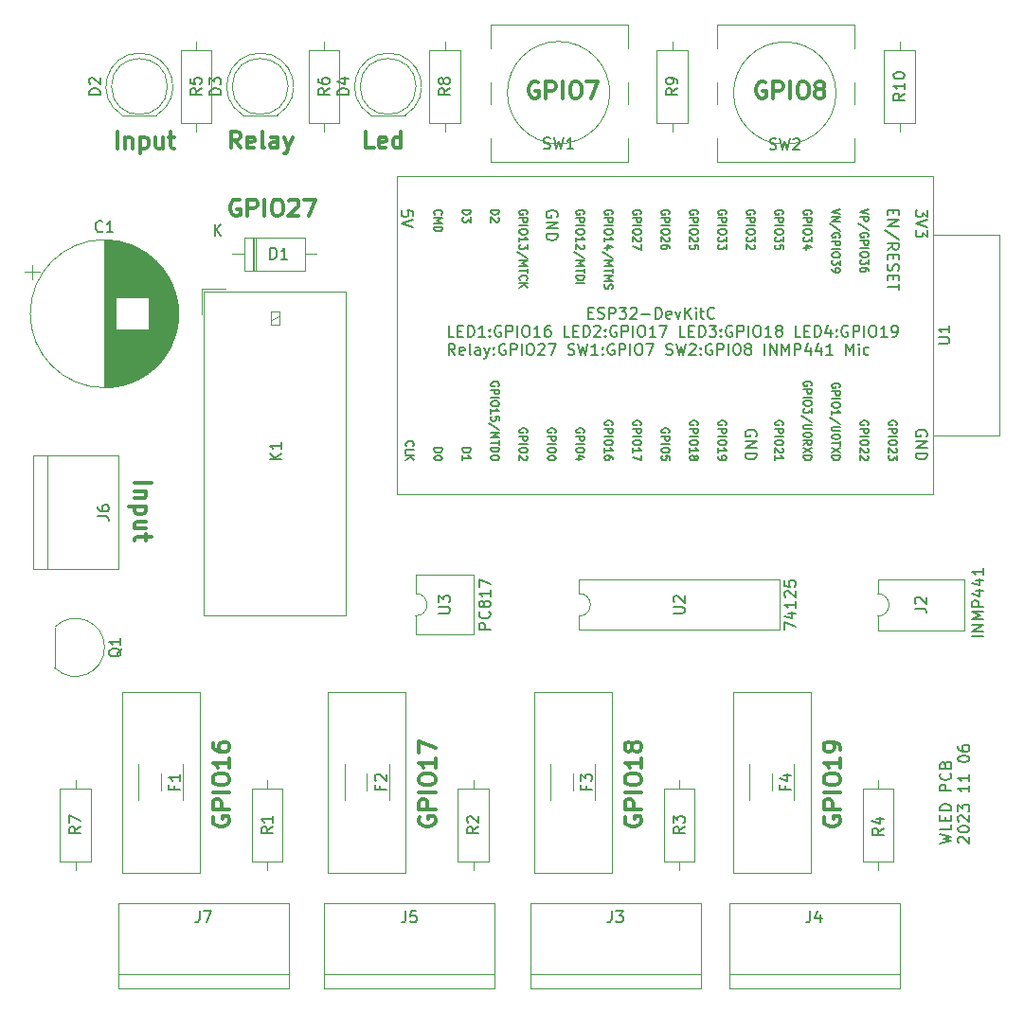
<source format=gto>
G04 #@! TF.GenerationSoftware,KiCad,Pcbnew,7.0.8+1*
G04 #@! TF.CreationDate,2023-11-06T10:27:28+00:00*
G04 #@! TF.ProjectId,wled-pcb,776c6564-2d70-4636-922e-6b696361645f,rev?*
G04 #@! TF.SameCoordinates,Original*
G04 #@! TF.FileFunction,Legend,Top*
G04 #@! TF.FilePolarity,Positive*
%FSLAX46Y46*%
G04 Gerber Fmt 4.6, Leading zero omitted, Abs format (unit mm)*
G04 Created by KiCad (PCBNEW 7.0.8+1) date 2023-11-06 10:27:28*
%MOMM*%
%LPD*%
G01*
G04 APERTURE LIST*
%ADD10C,0.300000*%
%ADD11C,0.150000*%
%ADD12C,0.120000*%
G04 APERTURE END LIST*
D10*
X142310225Y-59967257D02*
X142167368Y-59895828D01*
X142167368Y-59895828D02*
X141953082Y-59895828D01*
X141953082Y-59895828D02*
X141738796Y-59967257D01*
X141738796Y-59967257D02*
X141595939Y-60110114D01*
X141595939Y-60110114D02*
X141524510Y-60252971D01*
X141524510Y-60252971D02*
X141453082Y-60538685D01*
X141453082Y-60538685D02*
X141453082Y-60752971D01*
X141453082Y-60752971D02*
X141524510Y-61038685D01*
X141524510Y-61038685D02*
X141595939Y-61181542D01*
X141595939Y-61181542D02*
X141738796Y-61324400D01*
X141738796Y-61324400D02*
X141953082Y-61395828D01*
X141953082Y-61395828D02*
X142095939Y-61395828D01*
X142095939Y-61395828D02*
X142310225Y-61324400D01*
X142310225Y-61324400D02*
X142381653Y-61252971D01*
X142381653Y-61252971D02*
X142381653Y-60752971D01*
X142381653Y-60752971D02*
X142095939Y-60752971D01*
X143024510Y-61395828D02*
X143024510Y-59895828D01*
X143024510Y-59895828D02*
X143595939Y-59895828D01*
X143595939Y-59895828D02*
X143738796Y-59967257D01*
X143738796Y-59967257D02*
X143810225Y-60038685D01*
X143810225Y-60038685D02*
X143881653Y-60181542D01*
X143881653Y-60181542D02*
X143881653Y-60395828D01*
X143881653Y-60395828D02*
X143810225Y-60538685D01*
X143810225Y-60538685D02*
X143738796Y-60610114D01*
X143738796Y-60610114D02*
X143595939Y-60681542D01*
X143595939Y-60681542D02*
X143024510Y-60681542D01*
X144524510Y-61395828D02*
X144524510Y-59895828D01*
X145524511Y-59895828D02*
X145810225Y-59895828D01*
X145810225Y-59895828D02*
X145953082Y-59967257D01*
X145953082Y-59967257D02*
X146095939Y-60110114D01*
X146095939Y-60110114D02*
X146167368Y-60395828D01*
X146167368Y-60395828D02*
X146167368Y-60895828D01*
X146167368Y-60895828D02*
X146095939Y-61181542D01*
X146095939Y-61181542D02*
X145953082Y-61324400D01*
X145953082Y-61324400D02*
X145810225Y-61395828D01*
X145810225Y-61395828D02*
X145524511Y-61395828D01*
X145524511Y-61395828D02*
X145381654Y-61324400D01*
X145381654Y-61324400D02*
X145238796Y-61181542D01*
X145238796Y-61181542D02*
X145167368Y-60895828D01*
X145167368Y-60895828D02*
X145167368Y-60395828D01*
X145167368Y-60395828D02*
X145238796Y-60110114D01*
X145238796Y-60110114D02*
X145381654Y-59967257D01*
X145381654Y-59967257D02*
X145524511Y-59895828D01*
X146667368Y-59895828D02*
X147667368Y-59895828D01*
X147667368Y-59895828D02*
X147024511Y-61395828D01*
X131722257Y-125659774D02*
X131650828Y-125802632D01*
X131650828Y-125802632D02*
X131650828Y-126016917D01*
X131650828Y-126016917D02*
X131722257Y-126231203D01*
X131722257Y-126231203D02*
X131865114Y-126374060D01*
X131865114Y-126374060D02*
X132007971Y-126445489D01*
X132007971Y-126445489D02*
X132293685Y-126516917D01*
X132293685Y-126516917D02*
X132507971Y-126516917D01*
X132507971Y-126516917D02*
X132793685Y-126445489D01*
X132793685Y-126445489D02*
X132936542Y-126374060D01*
X132936542Y-126374060D02*
X133079400Y-126231203D01*
X133079400Y-126231203D02*
X133150828Y-126016917D01*
X133150828Y-126016917D02*
X133150828Y-125874060D01*
X133150828Y-125874060D02*
X133079400Y-125659774D01*
X133079400Y-125659774D02*
X133007971Y-125588346D01*
X133007971Y-125588346D02*
X132507971Y-125588346D01*
X132507971Y-125588346D02*
X132507971Y-125874060D01*
X133150828Y-124945489D02*
X131650828Y-124945489D01*
X131650828Y-124945489D02*
X131650828Y-124374060D01*
X131650828Y-124374060D02*
X131722257Y-124231203D01*
X131722257Y-124231203D02*
X131793685Y-124159774D01*
X131793685Y-124159774D02*
X131936542Y-124088346D01*
X131936542Y-124088346D02*
X132150828Y-124088346D01*
X132150828Y-124088346D02*
X132293685Y-124159774D01*
X132293685Y-124159774D02*
X132365114Y-124231203D01*
X132365114Y-124231203D02*
X132436542Y-124374060D01*
X132436542Y-124374060D02*
X132436542Y-124945489D01*
X133150828Y-123445489D02*
X131650828Y-123445489D01*
X131650828Y-122445488D02*
X131650828Y-122159774D01*
X131650828Y-122159774D02*
X131722257Y-122016917D01*
X131722257Y-122016917D02*
X131865114Y-121874060D01*
X131865114Y-121874060D02*
X132150828Y-121802631D01*
X132150828Y-121802631D02*
X132650828Y-121802631D01*
X132650828Y-121802631D02*
X132936542Y-121874060D01*
X132936542Y-121874060D02*
X133079400Y-122016917D01*
X133079400Y-122016917D02*
X133150828Y-122159774D01*
X133150828Y-122159774D02*
X133150828Y-122445488D01*
X133150828Y-122445488D02*
X133079400Y-122588346D01*
X133079400Y-122588346D02*
X132936542Y-122731203D01*
X132936542Y-122731203D02*
X132650828Y-122802631D01*
X132650828Y-122802631D02*
X132150828Y-122802631D01*
X132150828Y-122802631D02*
X131865114Y-122731203D01*
X131865114Y-122731203D02*
X131722257Y-122588346D01*
X131722257Y-122588346D02*
X131650828Y-122445488D01*
X133150828Y-120374059D02*
X133150828Y-121231202D01*
X133150828Y-120802631D02*
X131650828Y-120802631D01*
X131650828Y-120802631D02*
X131865114Y-120945488D01*
X131865114Y-120945488D02*
X132007971Y-121088345D01*
X132007971Y-121088345D02*
X132079400Y-121231202D01*
X131650828Y-119874060D02*
X131650828Y-118874060D01*
X131650828Y-118874060D02*
X133150828Y-119516917D01*
X127633796Y-65840828D02*
X126919510Y-65840828D01*
X126919510Y-65840828D02*
X126919510Y-64340828D01*
X128705225Y-65769400D02*
X128562368Y-65840828D01*
X128562368Y-65840828D02*
X128276654Y-65840828D01*
X128276654Y-65840828D02*
X128133796Y-65769400D01*
X128133796Y-65769400D02*
X128062368Y-65626542D01*
X128062368Y-65626542D02*
X128062368Y-65055114D01*
X128062368Y-65055114D02*
X128133796Y-64912257D01*
X128133796Y-64912257D02*
X128276654Y-64840828D01*
X128276654Y-64840828D02*
X128562368Y-64840828D01*
X128562368Y-64840828D02*
X128705225Y-64912257D01*
X128705225Y-64912257D02*
X128776654Y-65055114D01*
X128776654Y-65055114D02*
X128776654Y-65197971D01*
X128776654Y-65197971D02*
X128062368Y-65340828D01*
X130062368Y-65840828D02*
X130062368Y-64340828D01*
X130062368Y-65769400D02*
X129919510Y-65840828D01*
X129919510Y-65840828D02*
X129633796Y-65840828D01*
X129633796Y-65840828D02*
X129490939Y-65769400D01*
X129490939Y-65769400D02*
X129419510Y-65697971D01*
X129419510Y-65697971D02*
X129348082Y-65555114D01*
X129348082Y-65555114D02*
X129348082Y-65126542D01*
X129348082Y-65126542D02*
X129419510Y-64983685D01*
X129419510Y-64983685D02*
X129490939Y-64912257D01*
X129490939Y-64912257D02*
X129633796Y-64840828D01*
X129633796Y-64840828D02*
X129919510Y-64840828D01*
X129919510Y-64840828D02*
X130062368Y-64912257D01*
D11*
X178234819Y-128028458D02*
X179234819Y-127790363D01*
X179234819Y-127790363D02*
X178520533Y-127599887D01*
X178520533Y-127599887D02*
X179234819Y-127409411D01*
X179234819Y-127409411D02*
X178234819Y-127171316D01*
X179234819Y-126314173D02*
X179234819Y-126790363D01*
X179234819Y-126790363D02*
X178234819Y-126790363D01*
X178711009Y-125980839D02*
X178711009Y-125647506D01*
X179234819Y-125504649D02*
X179234819Y-125980839D01*
X179234819Y-125980839D02*
X178234819Y-125980839D01*
X178234819Y-125980839D02*
X178234819Y-125504649D01*
X179234819Y-125076077D02*
X178234819Y-125076077D01*
X178234819Y-125076077D02*
X178234819Y-124837982D01*
X178234819Y-124837982D02*
X178282438Y-124695125D01*
X178282438Y-124695125D02*
X178377676Y-124599887D01*
X178377676Y-124599887D02*
X178472914Y-124552268D01*
X178472914Y-124552268D02*
X178663390Y-124504649D01*
X178663390Y-124504649D02*
X178806247Y-124504649D01*
X178806247Y-124504649D02*
X178996723Y-124552268D01*
X178996723Y-124552268D02*
X179091961Y-124599887D01*
X179091961Y-124599887D02*
X179187200Y-124695125D01*
X179187200Y-124695125D02*
X179234819Y-124837982D01*
X179234819Y-124837982D02*
X179234819Y-125076077D01*
X179234819Y-123314172D02*
X178234819Y-123314172D01*
X178234819Y-123314172D02*
X178234819Y-122933220D01*
X178234819Y-122933220D02*
X178282438Y-122837982D01*
X178282438Y-122837982D02*
X178330057Y-122790363D01*
X178330057Y-122790363D02*
X178425295Y-122742744D01*
X178425295Y-122742744D02*
X178568152Y-122742744D01*
X178568152Y-122742744D02*
X178663390Y-122790363D01*
X178663390Y-122790363D02*
X178711009Y-122837982D01*
X178711009Y-122837982D02*
X178758628Y-122933220D01*
X178758628Y-122933220D02*
X178758628Y-123314172D01*
X179139580Y-121742744D02*
X179187200Y-121790363D01*
X179187200Y-121790363D02*
X179234819Y-121933220D01*
X179234819Y-121933220D02*
X179234819Y-122028458D01*
X179234819Y-122028458D02*
X179187200Y-122171315D01*
X179187200Y-122171315D02*
X179091961Y-122266553D01*
X179091961Y-122266553D02*
X178996723Y-122314172D01*
X178996723Y-122314172D02*
X178806247Y-122361791D01*
X178806247Y-122361791D02*
X178663390Y-122361791D01*
X178663390Y-122361791D02*
X178472914Y-122314172D01*
X178472914Y-122314172D02*
X178377676Y-122266553D01*
X178377676Y-122266553D02*
X178282438Y-122171315D01*
X178282438Y-122171315D02*
X178234819Y-122028458D01*
X178234819Y-122028458D02*
X178234819Y-121933220D01*
X178234819Y-121933220D02*
X178282438Y-121790363D01*
X178282438Y-121790363D02*
X178330057Y-121742744D01*
X178711009Y-120980839D02*
X178758628Y-120837982D01*
X178758628Y-120837982D02*
X178806247Y-120790363D01*
X178806247Y-120790363D02*
X178901485Y-120742744D01*
X178901485Y-120742744D02*
X179044342Y-120742744D01*
X179044342Y-120742744D02*
X179139580Y-120790363D01*
X179139580Y-120790363D02*
X179187200Y-120837982D01*
X179187200Y-120837982D02*
X179234819Y-120933220D01*
X179234819Y-120933220D02*
X179234819Y-121314172D01*
X179234819Y-121314172D02*
X178234819Y-121314172D01*
X178234819Y-121314172D02*
X178234819Y-120980839D01*
X178234819Y-120980839D02*
X178282438Y-120885601D01*
X178282438Y-120885601D02*
X178330057Y-120837982D01*
X178330057Y-120837982D02*
X178425295Y-120790363D01*
X178425295Y-120790363D02*
X178520533Y-120790363D01*
X178520533Y-120790363D02*
X178615771Y-120837982D01*
X178615771Y-120837982D02*
X178663390Y-120885601D01*
X178663390Y-120885601D02*
X178711009Y-120980839D01*
X178711009Y-120980839D02*
X178711009Y-121314172D01*
X179940057Y-127980839D02*
X179892438Y-127933220D01*
X179892438Y-127933220D02*
X179844819Y-127837982D01*
X179844819Y-127837982D02*
X179844819Y-127599887D01*
X179844819Y-127599887D02*
X179892438Y-127504649D01*
X179892438Y-127504649D02*
X179940057Y-127457030D01*
X179940057Y-127457030D02*
X180035295Y-127409411D01*
X180035295Y-127409411D02*
X180130533Y-127409411D01*
X180130533Y-127409411D02*
X180273390Y-127457030D01*
X180273390Y-127457030D02*
X180844819Y-128028458D01*
X180844819Y-128028458D02*
X180844819Y-127409411D01*
X179844819Y-126790363D02*
X179844819Y-126695125D01*
X179844819Y-126695125D02*
X179892438Y-126599887D01*
X179892438Y-126599887D02*
X179940057Y-126552268D01*
X179940057Y-126552268D02*
X180035295Y-126504649D01*
X180035295Y-126504649D02*
X180225771Y-126457030D01*
X180225771Y-126457030D02*
X180463866Y-126457030D01*
X180463866Y-126457030D02*
X180654342Y-126504649D01*
X180654342Y-126504649D02*
X180749580Y-126552268D01*
X180749580Y-126552268D02*
X180797200Y-126599887D01*
X180797200Y-126599887D02*
X180844819Y-126695125D01*
X180844819Y-126695125D02*
X180844819Y-126790363D01*
X180844819Y-126790363D02*
X180797200Y-126885601D01*
X180797200Y-126885601D02*
X180749580Y-126933220D01*
X180749580Y-126933220D02*
X180654342Y-126980839D01*
X180654342Y-126980839D02*
X180463866Y-127028458D01*
X180463866Y-127028458D02*
X180225771Y-127028458D01*
X180225771Y-127028458D02*
X180035295Y-126980839D01*
X180035295Y-126980839D02*
X179940057Y-126933220D01*
X179940057Y-126933220D02*
X179892438Y-126885601D01*
X179892438Y-126885601D02*
X179844819Y-126790363D01*
X179940057Y-126076077D02*
X179892438Y-126028458D01*
X179892438Y-126028458D02*
X179844819Y-125933220D01*
X179844819Y-125933220D02*
X179844819Y-125695125D01*
X179844819Y-125695125D02*
X179892438Y-125599887D01*
X179892438Y-125599887D02*
X179940057Y-125552268D01*
X179940057Y-125552268D02*
X180035295Y-125504649D01*
X180035295Y-125504649D02*
X180130533Y-125504649D01*
X180130533Y-125504649D02*
X180273390Y-125552268D01*
X180273390Y-125552268D02*
X180844819Y-126123696D01*
X180844819Y-126123696D02*
X180844819Y-125504649D01*
X179844819Y-125171315D02*
X179844819Y-124552268D01*
X179844819Y-124552268D02*
X180225771Y-124885601D01*
X180225771Y-124885601D02*
X180225771Y-124742744D01*
X180225771Y-124742744D02*
X180273390Y-124647506D01*
X180273390Y-124647506D02*
X180321009Y-124599887D01*
X180321009Y-124599887D02*
X180416247Y-124552268D01*
X180416247Y-124552268D02*
X180654342Y-124552268D01*
X180654342Y-124552268D02*
X180749580Y-124599887D01*
X180749580Y-124599887D02*
X180797200Y-124647506D01*
X180797200Y-124647506D02*
X180844819Y-124742744D01*
X180844819Y-124742744D02*
X180844819Y-125028458D01*
X180844819Y-125028458D02*
X180797200Y-125123696D01*
X180797200Y-125123696D02*
X180749580Y-125171315D01*
X180844819Y-122837982D02*
X180844819Y-123409410D01*
X180844819Y-123123696D02*
X179844819Y-123123696D01*
X179844819Y-123123696D02*
X179987676Y-123218934D01*
X179987676Y-123218934D02*
X180082914Y-123314172D01*
X180082914Y-123314172D02*
X180130533Y-123409410D01*
X180844819Y-121885601D02*
X180844819Y-122457029D01*
X180844819Y-122171315D02*
X179844819Y-122171315D01*
X179844819Y-122171315D02*
X179987676Y-122266553D01*
X179987676Y-122266553D02*
X180082914Y-122361791D01*
X180082914Y-122361791D02*
X180130533Y-122457029D01*
X179844819Y-120504648D02*
X179844819Y-120409410D01*
X179844819Y-120409410D02*
X179892438Y-120314172D01*
X179892438Y-120314172D02*
X179940057Y-120266553D01*
X179940057Y-120266553D02*
X180035295Y-120218934D01*
X180035295Y-120218934D02*
X180225771Y-120171315D01*
X180225771Y-120171315D02*
X180463866Y-120171315D01*
X180463866Y-120171315D02*
X180654342Y-120218934D01*
X180654342Y-120218934D02*
X180749580Y-120266553D01*
X180749580Y-120266553D02*
X180797200Y-120314172D01*
X180797200Y-120314172D02*
X180844819Y-120409410D01*
X180844819Y-120409410D02*
X180844819Y-120504648D01*
X180844819Y-120504648D02*
X180797200Y-120599886D01*
X180797200Y-120599886D02*
X180749580Y-120647505D01*
X180749580Y-120647505D02*
X180654342Y-120695124D01*
X180654342Y-120695124D02*
X180463866Y-120742743D01*
X180463866Y-120742743D02*
X180225771Y-120742743D01*
X180225771Y-120742743D02*
X180035295Y-120695124D01*
X180035295Y-120695124D02*
X179940057Y-120647505D01*
X179940057Y-120647505D02*
X179892438Y-120599886D01*
X179892438Y-120599886D02*
X179844819Y-120504648D01*
X179844819Y-119314172D02*
X179844819Y-119504648D01*
X179844819Y-119504648D02*
X179892438Y-119599886D01*
X179892438Y-119599886D02*
X179940057Y-119647505D01*
X179940057Y-119647505D02*
X180082914Y-119742743D01*
X180082914Y-119742743D02*
X180273390Y-119790362D01*
X180273390Y-119790362D02*
X180654342Y-119790362D01*
X180654342Y-119790362D02*
X180749580Y-119742743D01*
X180749580Y-119742743D02*
X180797200Y-119695124D01*
X180797200Y-119695124D02*
X180844819Y-119599886D01*
X180844819Y-119599886D02*
X180844819Y-119409410D01*
X180844819Y-119409410D02*
X180797200Y-119314172D01*
X180797200Y-119314172D02*
X180749580Y-119266553D01*
X180749580Y-119266553D02*
X180654342Y-119218934D01*
X180654342Y-119218934D02*
X180416247Y-119218934D01*
X180416247Y-119218934D02*
X180321009Y-119266553D01*
X180321009Y-119266553D02*
X180273390Y-119314172D01*
X180273390Y-119314172D02*
X180225771Y-119409410D01*
X180225771Y-119409410D02*
X180225771Y-119599886D01*
X180225771Y-119599886D02*
X180273390Y-119695124D01*
X180273390Y-119695124D02*
X180321009Y-119742743D01*
X180321009Y-119742743D02*
X180416247Y-119790362D01*
D10*
X162630225Y-59967257D02*
X162487368Y-59895828D01*
X162487368Y-59895828D02*
X162273082Y-59895828D01*
X162273082Y-59895828D02*
X162058796Y-59967257D01*
X162058796Y-59967257D02*
X161915939Y-60110114D01*
X161915939Y-60110114D02*
X161844510Y-60252971D01*
X161844510Y-60252971D02*
X161773082Y-60538685D01*
X161773082Y-60538685D02*
X161773082Y-60752971D01*
X161773082Y-60752971D02*
X161844510Y-61038685D01*
X161844510Y-61038685D02*
X161915939Y-61181542D01*
X161915939Y-61181542D02*
X162058796Y-61324400D01*
X162058796Y-61324400D02*
X162273082Y-61395828D01*
X162273082Y-61395828D02*
X162415939Y-61395828D01*
X162415939Y-61395828D02*
X162630225Y-61324400D01*
X162630225Y-61324400D02*
X162701653Y-61252971D01*
X162701653Y-61252971D02*
X162701653Y-60752971D01*
X162701653Y-60752971D02*
X162415939Y-60752971D01*
X163344510Y-61395828D02*
X163344510Y-59895828D01*
X163344510Y-59895828D02*
X163915939Y-59895828D01*
X163915939Y-59895828D02*
X164058796Y-59967257D01*
X164058796Y-59967257D02*
X164130225Y-60038685D01*
X164130225Y-60038685D02*
X164201653Y-60181542D01*
X164201653Y-60181542D02*
X164201653Y-60395828D01*
X164201653Y-60395828D02*
X164130225Y-60538685D01*
X164130225Y-60538685D02*
X164058796Y-60610114D01*
X164058796Y-60610114D02*
X163915939Y-60681542D01*
X163915939Y-60681542D02*
X163344510Y-60681542D01*
X164844510Y-61395828D02*
X164844510Y-59895828D01*
X165844511Y-59895828D02*
X166130225Y-59895828D01*
X166130225Y-59895828D02*
X166273082Y-59967257D01*
X166273082Y-59967257D02*
X166415939Y-60110114D01*
X166415939Y-60110114D02*
X166487368Y-60395828D01*
X166487368Y-60395828D02*
X166487368Y-60895828D01*
X166487368Y-60895828D02*
X166415939Y-61181542D01*
X166415939Y-61181542D02*
X166273082Y-61324400D01*
X166273082Y-61324400D02*
X166130225Y-61395828D01*
X166130225Y-61395828D02*
X165844511Y-61395828D01*
X165844511Y-61395828D02*
X165701654Y-61324400D01*
X165701654Y-61324400D02*
X165558796Y-61181542D01*
X165558796Y-61181542D02*
X165487368Y-60895828D01*
X165487368Y-60895828D02*
X165487368Y-60395828D01*
X165487368Y-60395828D02*
X165558796Y-60110114D01*
X165558796Y-60110114D02*
X165701654Y-59967257D01*
X165701654Y-59967257D02*
X165844511Y-59895828D01*
X167344511Y-60538685D02*
X167201654Y-60467257D01*
X167201654Y-60467257D02*
X167130225Y-60395828D01*
X167130225Y-60395828D02*
X167058797Y-60252971D01*
X167058797Y-60252971D02*
X167058797Y-60181542D01*
X167058797Y-60181542D02*
X167130225Y-60038685D01*
X167130225Y-60038685D02*
X167201654Y-59967257D01*
X167201654Y-59967257D02*
X167344511Y-59895828D01*
X167344511Y-59895828D02*
X167630225Y-59895828D01*
X167630225Y-59895828D02*
X167773083Y-59967257D01*
X167773083Y-59967257D02*
X167844511Y-60038685D01*
X167844511Y-60038685D02*
X167915940Y-60181542D01*
X167915940Y-60181542D02*
X167915940Y-60252971D01*
X167915940Y-60252971D02*
X167844511Y-60395828D01*
X167844511Y-60395828D02*
X167773083Y-60467257D01*
X167773083Y-60467257D02*
X167630225Y-60538685D01*
X167630225Y-60538685D02*
X167344511Y-60538685D01*
X167344511Y-60538685D02*
X167201654Y-60610114D01*
X167201654Y-60610114D02*
X167130225Y-60681542D01*
X167130225Y-60681542D02*
X167058797Y-60824400D01*
X167058797Y-60824400D02*
X167058797Y-61110114D01*
X167058797Y-61110114D02*
X167130225Y-61252971D01*
X167130225Y-61252971D02*
X167201654Y-61324400D01*
X167201654Y-61324400D02*
X167344511Y-61395828D01*
X167344511Y-61395828D02*
X167630225Y-61395828D01*
X167630225Y-61395828D02*
X167773083Y-61324400D01*
X167773083Y-61324400D02*
X167844511Y-61252971D01*
X167844511Y-61252971D02*
X167915940Y-61110114D01*
X167915940Y-61110114D02*
X167915940Y-60824400D01*
X167915940Y-60824400D02*
X167844511Y-60681542D01*
X167844511Y-60681542D02*
X167773083Y-60610114D01*
X167773083Y-60610114D02*
X167630225Y-60538685D01*
X113307257Y-125659774D02*
X113235828Y-125802632D01*
X113235828Y-125802632D02*
X113235828Y-126016917D01*
X113235828Y-126016917D02*
X113307257Y-126231203D01*
X113307257Y-126231203D02*
X113450114Y-126374060D01*
X113450114Y-126374060D02*
X113592971Y-126445489D01*
X113592971Y-126445489D02*
X113878685Y-126516917D01*
X113878685Y-126516917D02*
X114092971Y-126516917D01*
X114092971Y-126516917D02*
X114378685Y-126445489D01*
X114378685Y-126445489D02*
X114521542Y-126374060D01*
X114521542Y-126374060D02*
X114664400Y-126231203D01*
X114664400Y-126231203D02*
X114735828Y-126016917D01*
X114735828Y-126016917D02*
X114735828Y-125874060D01*
X114735828Y-125874060D02*
X114664400Y-125659774D01*
X114664400Y-125659774D02*
X114592971Y-125588346D01*
X114592971Y-125588346D02*
X114092971Y-125588346D01*
X114092971Y-125588346D02*
X114092971Y-125874060D01*
X114735828Y-124945489D02*
X113235828Y-124945489D01*
X113235828Y-124945489D02*
X113235828Y-124374060D01*
X113235828Y-124374060D02*
X113307257Y-124231203D01*
X113307257Y-124231203D02*
X113378685Y-124159774D01*
X113378685Y-124159774D02*
X113521542Y-124088346D01*
X113521542Y-124088346D02*
X113735828Y-124088346D01*
X113735828Y-124088346D02*
X113878685Y-124159774D01*
X113878685Y-124159774D02*
X113950114Y-124231203D01*
X113950114Y-124231203D02*
X114021542Y-124374060D01*
X114021542Y-124374060D02*
X114021542Y-124945489D01*
X114735828Y-123445489D02*
X113235828Y-123445489D01*
X113235828Y-122445488D02*
X113235828Y-122159774D01*
X113235828Y-122159774D02*
X113307257Y-122016917D01*
X113307257Y-122016917D02*
X113450114Y-121874060D01*
X113450114Y-121874060D02*
X113735828Y-121802631D01*
X113735828Y-121802631D02*
X114235828Y-121802631D01*
X114235828Y-121802631D02*
X114521542Y-121874060D01*
X114521542Y-121874060D02*
X114664400Y-122016917D01*
X114664400Y-122016917D02*
X114735828Y-122159774D01*
X114735828Y-122159774D02*
X114735828Y-122445488D01*
X114735828Y-122445488D02*
X114664400Y-122588346D01*
X114664400Y-122588346D02*
X114521542Y-122731203D01*
X114521542Y-122731203D02*
X114235828Y-122802631D01*
X114235828Y-122802631D02*
X113735828Y-122802631D01*
X113735828Y-122802631D02*
X113450114Y-122731203D01*
X113450114Y-122731203D02*
X113307257Y-122588346D01*
X113307257Y-122588346D02*
X113235828Y-122445488D01*
X114735828Y-120374059D02*
X114735828Y-121231202D01*
X114735828Y-120802631D02*
X113235828Y-120802631D01*
X113235828Y-120802631D02*
X113450114Y-120945488D01*
X113450114Y-120945488D02*
X113592971Y-121088345D01*
X113592971Y-121088345D02*
X113664400Y-121231202D01*
X113235828Y-119088346D02*
X113235828Y-119374060D01*
X113235828Y-119374060D02*
X113307257Y-119516917D01*
X113307257Y-119516917D02*
X113378685Y-119588346D01*
X113378685Y-119588346D02*
X113592971Y-119731203D01*
X113592971Y-119731203D02*
X113878685Y-119802631D01*
X113878685Y-119802631D02*
X114450114Y-119802631D01*
X114450114Y-119802631D02*
X114592971Y-119731203D01*
X114592971Y-119731203D02*
X114664400Y-119659774D01*
X114664400Y-119659774D02*
X114735828Y-119516917D01*
X114735828Y-119516917D02*
X114735828Y-119231203D01*
X114735828Y-119231203D02*
X114664400Y-119088346D01*
X114664400Y-119088346D02*
X114592971Y-119016917D01*
X114592971Y-119016917D02*
X114450114Y-118945488D01*
X114450114Y-118945488D02*
X114092971Y-118945488D01*
X114092971Y-118945488D02*
X113950114Y-119016917D01*
X113950114Y-119016917D02*
X113878685Y-119088346D01*
X113878685Y-119088346D02*
X113807257Y-119231203D01*
X113807257Y-119231203D02*
X113807257Y-119516917D01*
X113807257Y-119516917D02*
X113878685Y-119659774D01*
X113878685Y-119659774D02*
X113950114Y-119731203D01*
X113950114Y-119731203D02*
X114092971Y-119802631D01*
X115640225Y-70499757D02*
X115497368Y-70428328D01*
X115497368Y-70428328D02*
X115283082Y-70428328D01*
X115283082Y-70428328D02*
X115068796Y-70499757D01*
X115068796Y-70499757D02*
X114925939Y-70642614D01*
X114925939Y-70642614D02*
X114854510Y-70785471D01*
X114854510Y-70785471D02*
X114783082Y-71071185D01*
X114783082Y-71071185D02*
X114783082Y-71285471D01*
X114783082Y-71285471D02*
X114854510Y-71571185D01*
X114854510Y-71571185D02*
X114925939Y-71714042D01*
X114925939Y-71714042D02*
X115068796Y-71856900D01*
X115068796Y-71856900D02*
X115283082Y-71928328D01*
X115283082Y-71928328D02*
X115425939Y-71928328D01*
X115425939Y-71928328D02*
X115640225Y-71856900D01*
X115640225Y-71856900D02*
X115711653Y-71785471D01*
X115711653Y-71785471D02*
X115711653Y-71285471D01*
X115711653Y-71285471D02*
X115425939Y-71285471D01*
X116354510Y-71928328D02*
X116354510Y-70428328D01*
X116354510Y-70428328D02*
X116925939Y-70428328D01*
X116925939Y-70428328D02*
X117068796Y-70499757D01*
X117068796Y-70499757D02*
X117140225Y-70571185D01*
X117140225Y-70571185D02*
X117211653Y-70714042D01*
X117211653Y-70714042D02*
X117211653Y-70928328D01*
X117211653Y-70928328D02*
X117140225Y-71071185D01*
X117140225Y-71071185D02*
X117068796Y-71142614D01*
X117068796Y-71142614D02*
X116925939Y-71214042D01*
X116925939Y-71214042D02*
X116354510Y-71214042D01*
X117854510Y-71928328D02*
X117854510Y-70428328D01*
X118854511Y-70428328D02*
X119140225Y-70428328D01*
X119140225Y-70428328D02*
X119283082Y-70499757D01*
X119283082Y-70499757D02*
X119425939Y-70642614D01*
X119425939Y-70642614D02*
X119497368Y-70928328D01*
X119497368Y-70928328D02*
X119497368Y-71428328D01*
X119497368Y-71428328D02*
X119425939Y-71714042D01*
X119425939Y-71714042D02*
X119283082Y-71856900D01*
X119283082Y-71856900D02*
X119140225Y-71928328D01*
X119140225Y-71928328D02*
X118854511Y-71928328D01*
X118854511Y-71928328D02*
X118711654Y-71856900D01*
X118711654Y-71856900D02*
X118568796Y-71714042D01*
X118568796Y-71714042D02*
X118497368Y-71428328D01*
X118497368Y-71428328D02*
X118497368Y-70928328D01*
X118497368Y-70928328D02*
X118568796Y-70642614D01*
X118568796Y-70642614D02*
X118711654Y-70499757D01*
X118711654Y-70499757D02*
X118854511Y-70428328D01*
X120068797Y-70571185D02*
X120140225Y-70499757D01*
X120140225Y-70499757D02*
X120283083Y-70428328D01*
X120283083Y-70428328D02*
X120640225Y-70428328D01*
X120640225Y-70428328D02*
X120783083Y-70499757D01*
X120783083Y-70499757D02*
X120854511Y-70571185D01*
X120854511Y-70571185D02*
X120925940Y-70714042D01*
X120925940Y-70714042D02*
X120925940Y-70856900D01*
X120925940Y-70856900D02*
X120854511Y-71071185D01*
X120854511Y-71071185D02*
X119997368Y-71928328D01*
X119997368Y-71928328D02*
X120925940Y-71928328D01*
X121425939Y-70428328D02*
X122425939Y-70428328D01*
X122425939Y-70428328D02*
X121783082Y-71928328D01*
X150137257Y-125659774D02*
X150065828Y-125802632D01*
X150065828Y-125802632D02*
X150065828Y-126016917D01*
X150065828Y-126016917D02*
X150137257Y-126231203D01*
X150137257Y-126231203D02*
X150280114Y-126374060D01*
X150280114Y-126374060D02*
X150422971Y-126445489D01*
X150422971Y-126445489D02*
X150708685Y-126516917D01*
X150708685Y-126516917D02*
X150922971Y-126516917D01*
X150922971Y-126516917D02*
X151208685Y-126445489D01*
X151208685Y-126445489D02*
X151351542Y-126374060D01*
X151351542Y-126374060D02*
X151494400Y-126231203D01*
X151494400Y-126231203D02*
X151565828Y-126016917D01*
X151565828Y-126016917D02*
X151565828Y-125874060D01*
X151565828Y-125874060D02*
X151494400Y-125659774D01*
X151494400Y-125659774D02*
X151422971Y-125588346D01*
X151422971Y-125588346D02*
X150922971Y-125588346D01*
X150922971Y-125588346D02*
X150922971Y-125874060D01*
X151565828Y-124945489D02*
X150065828Y-124945489D01*
X150065828Y-124945489D02*
X150065828Y-124374060D01*
X150065828Y-124374060D02*
X150137257Y-124231203D01*
X150137257Y-124231203D02*
X150208685Y-124159774D01*
X150208685Y-124159774D02*
X150351542Y-124088346D01*
X150351542Y-124088346D02*
X150565828Y-124088346D01*
X150565828Y-124088346D02*
X150708685Y-124159774D01*
X150708685Y-124159774D02*
X150780114Y-124231203D01*
X150780114Y-124231203D02*
X150851542Y-124374060D01*
X150851542Y-124374060D02*
X150851542Y-124945489D01*
X151565828Y-123445489D02*
X150065828Y-123445489D01*
X150065828Y-122445488D02*
X150065828Y-122159774D01*
X150065828Y-122159774D02*
X150137257Y-122016917D01*
X150137257Y-122016917D02*
X150280114Y-121874060D01*
X150280114Y-121874060D02*
X150565828Y-121802631D01*
X150565828Y-121802631D02*
X151065828Y-121802631D01*
X151065828Y-121802631D02*
X151351542Y-121874060D01*
X151351542Y-121874060D02*
X151494400Y-122016917D01*
X151494400Y-122016917D02*
X151565828Y-122159774D01*
X151565828Y-122159774D02*
X151565828Y-122445488D01*
X151565828Y-122445488D02*
X151494400Y-122588346D01*
X151494400Y-122588346D02*
X151351542Y-122731203D01*
X151351542Y-122731203D02*
X151065828Y-122802631D01*
X151065828Y-122802631D02*
X150565828Y-122802631D01*
X150565828Y-122802631D02*
X150280114Y-122731203D01*
X150280114Y-122731203D02*
X150137257Y-122588346D01*
X150137257Y-122588346D02*
X150065828Y-122445488D01*
X151565828Y-120374059D02*
X151565828Y-121231202D01*
X151565828Y-120802631D02*
X150065828Y-120802631D01*
X150065828Y-120802631D02*
X150280114Y-120945488D01*
X150280114Y-120945488D02*
X150422971Y-121088345D01*
X150422971Y-121088345D02*
X150494400Y-121231202D01*
X150708685Y-119516917D02*
X150637257Y-119659774D01*
X150637257Y-119659774D02*
X150565828Y-119731203D01*
X150565828Y-119731203D02*
X150422971Y-119802631D01*
X150422971Y-119802631D02*
X150351542Y-119802631D01*
X150351542Y-119802631D02*
X150208685Y-119731203D01*
X150208685Y-119731203D02*
X150137257Y-119659774D01*
X150137257Y-119659774D02*
X150065828Y-119516917D01*
X150065828Y-119516917D02*
X150065828Y-119231203D01*
X150065828Y-119231203D02*
X150137257Y-119088346D01*
X150137257Y-119088346D02*
X150208685Y-119016917D01*
X150208685Y-119016917D02*
X150351542Y-118945488D01*
X150351542Y-118945488D02*
X150422971Y-118945488D01*
X150422971Y-118945488D02*
X150565828Y-119016917D01*
X150565828Y-119016917D02*
X150637257Y-119088346D01*
X150637257Y-119088346D02*
X150708685Y-119231203D01*
X150708685Y-119231203D02*
X150708685Y-119516917D01*
X150708685Y-119516917D02*
X150780114Y-119659774D01*
X150780114Y-119659774D02*
X150851542Y-119731203D01*
X150851542Y-119731203D02*
X150994400Y-119802631D01*
X150994400Y-119802631D02*
X151280114Y-119802631D01*
X151280114Y-119802631D02*
X151422971Y-119731203D01*
X151422971Y-119731203D02*
X151494400Y-119659774D01*
X151494400Y-119659774D02*
X151565828Y-119516917D01*
X151565828Y-119516917D02*
X151565828Y-119231203D01*
X151565828Y-119231203D02*
X151494400Y-119088346D01*
X151494400Y-119088346D02*
X151422971Y-119016917D01*
X151422971Y-119016917D02*
X151280114Y-118945488D01*
X151280114Y-118945488D02*
X150994400Y-118945488D01*
X150994400Y-118945488D02*
X150851542Y-119016917D01*
X150851542Y-119016917D02*
X150780114Y-119088346D01*
X150780114Y-119088346D02*
X150708685Y-119231203D01*
X167917257Y-125659774D02*
X167845828Y-125802632D01*
X167845828Y-125802632D02*
X167845828Y-126016917D01*
X167845828Y-126016917D02*
X167917257Y-126231203D01*
X167917257Y-126231203D02*
X168060114Y-126374060D01*
X168060114Y-126374060D02*
X168202971Y-126445489D01*
X168202971Y-126445489D02*
X168488685Y-126516917D01*
X168488685Y-126516917D02*
X168702971Y-126516917D01*
X168702971Y-126516917D02*
X168988685Y-126445489D01*
X168988685Y-126445489D02*
X169131542Y-126374060D01*
X169131542Y-126374060D02*
X169274400Y-126231203D01*
X169274400Y-126231203D02*
X169345828Y-126016917D01*
X169345828Y-126016917D02*
X169345828Y-125874060D01*
X169345828Y-125874060D02*
X169274400Y-125659774D01*
X169274400Y-125659774D02*
X169202971Y-125588346D01*
X169202971Y-125588346D02*
X168702971Y-125588346D01*
X168702971Y-125588346D02*
X168702971Y-125874060D01*
X169345828Y-124945489D02*
X167845828Y-124945489D01*
X167845828Y-124945489D02*
X167845828Y-124374060D01*
X167845828Y-124374060D02*
X167917257Y-124231203D01*
X167917257Y-124231203D02*
X167988685Y-124159774D01*
X167988685Y-124159774D02*
X168131542Y-124088346D01*
X168131542Y-124088346D02*
X168345828Y-124088346D01*
X168345828Y-124088346D02*
X168488685Y-124159774D01*
X168488685Y-124159774D02*
X168560114Y-124231203D01*
X168560114Y-124231203D02*
X168631542Y-124374060D01*
X168631542Y-124374060D02*
X168631542Y-124945489D01*
X169345828Y-123445489D02*
X167845828Y-123445489D01*
X167845828Y-122445488D02*
X167845828Y-122159774D01*
X167845828Y-122159774D02*
X167917257Y-122016917D01*
X167917257Y-122016917D02*
X168060114Y-121874060D01*
X168060114Y-121874060D02*
X168345828Y-121802631D01*
X168345828Y-121802631D02*
X168845828Y-121802631D01*
X168845828Y-121802631D02*
X169131542Y-121874060D01*
X169131542Y-121874060D02*
X169274400Y-122016917D01*
X169274400Y-122016917D02*
X169345828Y-122159774D01*
X169345828Y-122159774D02*
X169345828Y-122445488D01*
X169345828Y-122445488D02*
X169274400Y-122588346D01*
X169274400Y-122588346D02*
X169131542Y-122731203D01*
X169131542Y-122731203D02*
X168845828Y-122802631D01*
X168845828Y-122802631D02*
X168345828Y-122802631D01*
X168345828Y-122802631D02*
X168060114Y-122731203D01*
X168060114Y-122731203D02*
X167917257Y-122588346D01*
X167917257Y-122588346D02*
X167845828Y-122445488D01*
X169345828Y-120374059D02*
X169345828Y-121231202D01*
X169345828Y-120802631D02*
X167845828Y-120802631D01*
X167845828Y-120802631D02*
X168060114Y-120945488D01*
X168060114Y-120945488D02*
X168202971Y-121088345D01*
X168202971Y-121088345D02*
X168274400Y-121231202D01*
X169345828Y-119659774D02*
X169345828Y-119374060D01*
X169345828Y-119374060D02*
X169274400Y-119231203D01*
X169274400Y-119231203D02*
X169202971Y-119159774D01*
X169202971Y-119159774D02*
X168988685Y-119016917D01*
X168988685Y-119016917D02*
X168702971Y-118945488D01*
X168702971Y-118945488D02*
X168131542Y-118945488D01*
X168131542Y-118945488D02*
X167988685Y-119016917D01*
X167988685Y-119016917D02*
X167917257Y-119088346D01*
X167917257Y-119088346D02*
X167845828Y-119231203D01*
X167845828Y-119231203D02*
X167845828Y-119516917D01*
X167845828Y-119516917D02*
X167917257Y-119659774D01*
X167917257Y-119659774D02*
X167988685Y-119731203D01*
X167988685Y-119731203D02*
X168131542Y-119802631D01*
X168131542Y-119802631D02*
X168488685Y-119802631D01*
X168488685Y-119802631D02*
X168631542Y-119731203D01*
X168631542Y-119731203D02*
X168702971Y-119659774D01*
X168702971Y-119659774D02*
X168774400Y-119516917D01*
X168774400Y-119516917D02*
X168774400Y-119231203D01*
X168774400Y-119231203D02*
X168702971Y-119088346D01*
X168702971Y-119088346D02*
X168631542Y-119016917D01*
X168631542Y-119016917D02*
X168488685Y-118945488D01*
X104694510Y-65845828D02*
X104694510Y-64345828D01*
X105408796Y-64845828D02*
X105408796Y-65845828D01*
X105408796Y-64988685D02*
X105480225Y-64917257D01*
X105480225Y-64917257D02*
X105623082Y-64845828D01*
X105623082Y-64845828D02*
X105837368Y-64845828D01*
X105837368Y-64845828D02*
X105980225Y-64917257D01*
X105980225Y-64917257D02*
X106051654Y-65060114D01*
X106051654Y-65060114D02*
X106051654Y-65845828D01*
X106765939Y-64845828D02*
X106765939Y-66345828D01*
X106765939Y-64917257D02*
X106908797Y-64845828D01*
X106908797Y-64845828D02*
X107194511Y-64845828D01*
X107194511Y-64845828D02*
X107337368Y-64917257D01*
X107337368Y-64917257D02*
X107408797Y-64988685D01*
X107408797Y-64988685D02*
X107480225Y-65131542D01*
X107480225Y-65131542D02*
X107480225Y-65560114D01*
X107480225Y-65560114D02*
X107408797Y-65702971D01*
X107408797Y-65702971D02*
X107337368Y-65774400D01*
X107337368Y-65774400D02*
X107194511Y-65845828D01*
X107194511Y-65845828D02*
X106908797Y-65845828D01*
X106908797Y-65845828D02*
X106765939Y-65774400D01*
X108765940Y-64845828D02*
X108765940Y-65845828D01*
X108123082Y-64845828D02*
X108123082Y-65631542D01*
X108123082Y-65631542D02*
X108194511Y-65774400D01*
X108194511Y-65774400D02*
X108337368Y-65845828D01*
X108337368Y-65845828D02*
X108551654Y-65845828D01*
X108551654Y-65845828D02*
X108694511Y-65774400D01*
X108694511Y-65774400D02*
X108765940Y-65702971D01*
X109265940Y-64845828D02*
X109837368Y-64845828D01*
X109480225Y-64345828D02*
X109480225Y-65631542D01*
X109480225Y-65631542D02*
X109551654Y-65774400D01*
X109551654Y-65774400D02*
X109694511Y-65845828D01*
X109694511Y-65845828D02*
X109837368Y-65845828D01*
X115711653Y-65840828D02*
X115211653Y-65126542D01*
X114854510Y-65840828D02*
X114854510Y-64340828D01*
X114854510Y-64340828D02*
X115425939Y-64340828D01*
X115425939Y-64340828D02*
X115568796Y-64412257D01*
X115568796Y-64412257D02*
X115640225Y-64483685D01*
X115640225Y-64483685D02*
X115711653Y-64626542D01*
X115711653Y-64626542D02*
X115711653Y-64840828D01*
X115711653Y-64840828D02*
X115640225Y-64983685D01*
X115640225Y-64983685D02*
X115568796Y-65055114D01*
X115568796Y-65055114D02*
X115425939Y-65126542D01*
X115425939Y-65126542D02*
X114854510Y-65126542D01*
X116925939Y-65769400D02*
X116783082Y-65840828D01*
X116783082Y-65840828D02*
X116497368Y-65840828D01*
X116497368Y-65840828D02*
X116354510Y-65769400D01*
X116354510Y-65769400D02*
X116283082Y-65626542D01*
X116283082Y-65626542D02*
X116283082Y-65055114D01*
X116283082Y-65055114D02*
X116354510Y-64912257D01*
X116354510Y-64912257D02*
X116497368Y-64840828D01*
X116497368Y-64840828D02*
X116783082Y-64840828D01*
X116783082Y-64840828D02*
X116925939Y-64912257D01*
X116925939Y-64912257D02*
X116997368Y-65055114D01*
X116997368Y-65055114D02*
X116997368Y-65197971D01*
X116997368Y-65197971D02*
X116283082Y-65340828D01*
X117854510Y-65840828D02*
X117711653Y-65769400D01*
X117711653Y-65769400D02*
X117640224Y-65626542D01*
X117640224Y-65626542D02*
X117640224Y-64340828D01*
X119068796Y-65840828D02*
X119068796Y-65055114D01*
X119068796Y-65055114D02*
X118997367Y-64912257D01*
X118997367Y-64912257D02*
X118854510Y-64840828D01*
X118854510Y-64840828D02*
X118568796Y-64840828D01*
X118568796Y-64840828D02*
X118425938Y-64912257D01*
X119068796Y-65769400D02*
X118925938Y-65840828D01*
X118925938Y-65840828D02*
X118568796Y-65840828D01*
X118568796Y-65840828D02*
X118425938Y-65769400D01*
X118425938Y-65769400D02*
X118354510Y-65626542D01*
X118354510Y-65626542D02*
X118354510Y-65483685D01*
X118354510Y-65483685D02*
X118425938Y-65340828D01*
X118425938Y-65340828D02*
X118568796Y-65269400D01*
X118568796Y-65269400D02*
X118925938Y-65269400D01*
X118925938Y-65269400D02*
X119068796Y-65197971D01*
X119640224Y-64840828D02*
X119997367Y-65840828D01*
X120354510Y-64840828D02*
X119997367Y-65840828D01*
X119997367Y-65840828D02*
X119854510Y-66197971D01*
X119854510Y-66197971D02*
X119783081Y-66269400D01*
X119783081Y-66269400D02*
X119640224Y-66340828D01*
X106244171Y-95804510D02*
X107744171Y-95804510D01*
X107244171Y-96518796D02*
X106244171Y-96518796D01*
X107101314Y-96518796D02*
X107172742Y-96590225D01*
X107172742Y-96590225D02*
X107244171Y-96733082D01*
X107244171Y-96733082D02*
X107244171Y-96947368D01*
X107244171Y-96947368D02*
X107172742Y-97090225D01*
X107172742Y-97090225D02*
X107029885Y-97161654D01*
X107029885Y-97161654D02*
X106244171Y-97161654D01*
X107244171Y-97875939D02*
X105744171Y-97875939D01*
X107172742Y-97875939D02*
X107244171Y-98018797D01*
X107244171Y-98018797D02*
X107244171Y-98304511D01*
X107244171Y-98304511D02*
X107172742Y-98447368D01*
X107172742Y-98447368D02*
X107101314Y-98518797D01*
X107101314Y-98518797D02*
X106958457Y-98590225D01*
X106958457Y-98590225D02*
X106529885Y-98590225D01*
X106529885Y-98590225D02*
X106387028Y-98518797D01*
X106387028Y-98518797D02*
X106315600Y-98447368D01*
X106315600Y-98447368D02*
X106244171Y-98304511D01*
X106244171Y-98304511D02*
X106244171Y-98018797D01*
X106244171Y-98018797D02*
X106315600Y-97875939D01*
X107244171Y-99875940D02*
X106244171Y-99875940D01*
X107244171Y-99233082D02*
X106458457Y-99233082D01*
X106458457Y-99233082D02*
X106315600Y-99304511D01*
X106315600Y-99304511D02*
X106244171Y-99447368D01*
X106244171Y-99447368D02*
X106244171Y-99661654D01*
X106244171Y-99661654D02*
X106315600Y-99804511D01*
X106315600Y-99804511D02*
X106387028Y-99875940D01*
X107244171Y-100375940D02*
X107244171Y-100947368D01*
X107744171Y-100590225D02*
X106458457Y-100590225D01*
X106458457Y-100590225D02*
X106315600Y-100661654D01*
X106315600Y-100661654D02*
X106244171Y-100804511D01*
X106244171Y-100804511D02*
X106244171Y-100947368D01*
D11*
X182114819Y-109518220D02*
X181114819Y-109518220D01*
X182114819Y-109042030D02*
X181114819Y-109042030D01*
X181114819Y-109042030D02*
X182114819Y-108470602D01*
X182114819Y-108470602D02*
X181114819Y-108470602D01*
X182114819Y-107994411D02*
X181114819Y-107994411D01*
X181114819Y-107994411D02*
X181829104Y-107661078D01*
X181829104Y-107661078D02*
X181114819Y-107327745D01*
X181114819Y-107327745D02*
X182114819Y-107327745D01*
X182114819Y-106851554D02*
X181114819Y-106851554D01*
X181114819Y-106851554D02*
X181114819Y-106470602D01*
X181114819Y-106470602D02*
X181162438Y-106375364D01*
X181162438Y-106375364D02*
X181210057Y-106327745D01*
X181210057Y-106327745D02*
X181305295Y-106280126D01*
X181305295Y-106280126D02*
X181448152Y-106280126D01*
X181448152Y-106280126D02*
X181543390Y-106327745D01*
X181543390Y-106327745D02*
X181591009Y-106375364D01*
X181591009Y-106375364D02*
X181638628Y-106470602D01*
X181638628Y-106470602D02*
X181638628Y-106851554D01*
X181448152Y-105422983D02*
X182114819Y-105422983D01*
X181067200Y-105661078D02*
X181781485Y-105899173D01*
X181781485Y-105899173D02*
X181781485Y-105280126D01*
X181448152Y-104470602D02*
X182114819Y-104470602D01*
X181067200Y-104708697D02*
X181781485Y-104946792D01*
X181781485Y-104946792D02*
X181781485Y-104327745D01*
X182114819Y-103422983D02*
X182114819Y-103994411D01*
X182114819Y-103708697D02*
X181114819Y-103708697D01*
X181114819Y-103708697D02*
X181257676Y-103803935D01*
X181257676Y-103803935D02*
X181352914Y-103899173D01*
X181352914Y-103899173D02*
X181400533Y-103994411D01*
X134797969Y-82714819D02*
X134321779Y-82714819D01*
X134321779Y-82714819D02*
X134321779Y-81714819D01*
X135131303Y-82191009D02*
X135464636Y-82191009D01*
X135607493Y-82714819D02*
X135131303Y-82714819D01*
X135131303Y-82714819D02*
X135131303Y-81714819D01*
X135131303Y-81714819D02*
X135607493Y-81714819D01*
X136036065Y-82714819D02*
X136036065Y-81714819D01*
X136036065Y-81714819D02*
X136274160Y-81714819D01*
X136274160Y-81714819D02*
X136417017Y-81762438D01*
X136417017Y-81762438D02*
X136512255Y-81857676D01*
X136512255Y-81857676D02*
X136559874Y-81952914D01*
X136559874Y-81952914D02*
X136607493Y-82143390D01*
X136607493Y-82143390D02*
X136607493Y-82286247D01*
X136607493Y-82286247D02*
X136559874Y-82476723D01*
X136559874Y-82476723D02*
X136512255Y-82571961D01*
X136512255Y-82571961D02*
X136417017Y-82667200D01*
X136417017Y-82667200D02*
X136274160Y-82714819D01*
X136274160Y-82714819D02*
X136036065Y-82714819D01*
X137559874Y-82714819D02*
X136988446Y-82714819D01*
X137274160Y-82714819D02*
X137274160Y-81714819D01*
X137274160Y-81714819D02*
X137178922Y-81857676D01*
X137178922Y-81857676D02*
X137083684Y-81952914D01*
X137083684Y-81952914D02*
X136988446Y-82000533D01*
X137988446Y-82619580D02*
X138036065Y-82667200D01*
X138036065Y-82667200D02*
X137988446Y-82714819D01*
X137988446Y-82714819D02*
X137940827Y-82667200D01*
X137940827Y-82667200D02*
X137988446Y-82619580D01*
X137988446Y-82619580D02*
X137988446Y-82714819D01*
X137988446Y-82095771D02*
X138036065Y-82143390D01*
X138036065Y-82143390D02*
X137988446Y-82191009D01*
X137988446Y-82191009D02*
X137940827Y-82143390D01*
X137940827Y-82143390D02*
X137988446Y-82095771D01*
X137988446Y-82095771D02*
X137988446Y-82191009D01*
X138988445Y-81762438D02*
X138893207Y-81714819D01*
X138893207Y-81714819D02*
X138750350Y-81714819D01*
X138750350Y-81714819D02*
X138607493Y-81762438D01*
X138607493Y-81762438D02*
X138512255Y-81857676D01*
X138512255Y-81857676D02*
X138464636Y-81952914D01*
X138464636Y-81952914D02*
X138417017Y-82143390D01*
X138417017Y-82143390D02*
X138417017Y-82286247D01*
X138417017Y-82286247D02*
X138464636Y-82476723D01*
X138464636Y-82476723D02*
X138512255Y-82571961D01*
X138512255Y-82571961D02*
X138607493Y-82667200D01*
X138607493Y-82667200D02*
X138750350Y-82714819D01*
X138750350Y-82714819D02*
X138845588Y-82714819D01*
X138845588Y-82714819D02*
X138988445Y-82667200D01*
X138988445Y-82667200D02*
X139036064Y-82619580D01*
X139036064Y-82619580D02*
X139036064Y-82286247D01*
X139036064Y-82286247D02*
X138845588Y-82286247D01*
X139464636Y-82714819D02*
X139464636Y-81714819D01*
X139464636Y-81714819D02*
X139845588Y-81714819D01*
X139845588Y-81714819D02*
X139940826Y-81762438D01*
X139940826Y-81762438D02*
X139988445Y-81810057D01*
X139988445Y-81810057D02*
X140036064Y-81905295D01*
X140036064Y-81905295D02*
X140036064Y-82048152D01*
X140036064Y-82048152D02*
X139988445Y-82143390D01*
X139988445Y-82143390D02*
X139940826Y-82191009D01*
X139940826Y-82191009D02*
X139845588Y-82238628D01*
X139845588Y-82238628D02*
X139464636Y-82238628D01*
X140464636Y-82714819D02*
X140464636Y-81714819D01*
X141131302Y-81714819D02*
X141321778Y-81714819D01*
X141321778Y-81714819D02*
X141417016Y-81762438D01*
X141417016Y-81762438D02*
X141512254Y-81857676D01*
X141512254Y-81857676D02*
X141559873Y-82048152D01*
X141559873Y-82048152D02*
X141559873Y-82381485D01*
X141559873Y-82381485D02*
X141512254Y-82571961D01*
X141512254Y-82571961D02*
X141417016Y-82667200D01*
X141417016Y-82667200D02*
X141321778Y-82714819D01*
X141321778Y-82714819D02*
X141131302Y-82714819D01*
X141131302Y-82714819D02*
X141036064Y-82667200D01*
X141036064Y-82667200D02*
X140940826Y-82571961D01*
X140940826Y-82571961D02*
X140893207Y-82381485D01*
X140893207Y-82381485D02*
X140893207Y-82048152D01*
X140893207Y-82048152D02*
X140940826Y-81857676D01*
X140940826Y-81857676D02*
X141036064Y-81762438D01*
X141036064Y-81762438D02*
X141131302Y-81714819D01*
X142512254Y-82714819D02*
X141940826Y-82714819D01*
X142226540Y-82714819D02*
X142226540Y-81714819D01*
X142226540Y-81714819D02*
X142131302Y-81857676D01*
X142131302Y-81857676D02*
X142036064Y-81952914D01*
X142036064Y-81952914D02*
X141940826Y-82000533D01*
X143369397Y-81714819D02*
X143178921Y-81714819D01*
X143178921Y-81714819D02*
X143083683Y-81762438D01*
X143083683Y-81762438D02*
X143036064Y-81810057D01*
X143036064Y-81810057D02*
X142940826Y-81952914D01*
X142940826Y-81952914D02*
X142893207Y-82143390D01*
X142893207Y-82143390D02*
X142893207Y-82524342D01*
X142893207Y-82524342D02*
X142940826Y-82619580D01*
X142940826Y-82619580D02*
X142988445Y-82667200D01*
X142988445Y-82667200D02*
X143083683Y-82714819D01*
X143083683Y-82714819D02*
X143274159Y-82714819D01*
X143274159Y-82714819D02*
X143369397Y-82667200D01*
X143369397Y-82667200D02*
X143417016Y-82619580D01*
X143417016Y-82619580D02*
X143464635Y-82524342D01*
X143464635Y-82524342D02*
X143464635Y-82286247D01*
X143464635Y-82286247D02*
X143417016Y-82191009D01*
X143417016Y-82191009D02*
X143369397Y-82143390D01*
X143369397Y-82143390D02*
X143274159Y-82095771D01*
X143274159Y-82095771D02*
X143083683Y-82095771D01*
X143083683Y-82095771D02*
X142988445Y-82143390D01*
X142988445Y-82143390D02*
X142940826Y-82191009D01*
X142940826Y-82191009D02*
X142893207Y-82286247D01*
X145131302Y-82714819D02*
X144655112Y-82714819D01*
X144655112Y-82714819D02*
X144655112Y-81714819D01*
X145464636Y-82191009D02*
X145797969Y-82191009D01*
X145940826Y-82714819D02*
X145464636Y-82714819D01*
X145464636Y-82714819D02*
X145464636Y-81714819D01*
X145464636Y-81714819D02*
X145940826Y-81714819D01*
X146369398Y-82714819D02*
X146369398Y-81714819D01*
X146369398Y-81714819D02*
X146607493Y-81714819D01*
X146607493Y-81714819D02*
X146750350Y-81762438D01*
X146750350Y-81762438D02*
X146845588Y-81857676D01*
X146845588Y-81857676D02*
X146893207Y-81952914D01*
X146893207Y-81952914D02*
X146940826Y-82143390D01*
X146940826Y-82143390D02*
X146940826Y-82286247D01*
X146940826Y-82286247D02*
X146893207Y-82476723D01*
X146893207Y-82476723D02*
X146845588Y-82571961D01*
X146845588Y-82571961D02*
X146750350Y-82667200D01*
X146750350Y-82667200D02*
X146607493Y-82714819D01*
X146607493Y-82714819D02*
X146369398Y-82714819D01*
X147321779Y-81810057D02*
X147369398Y-81762438D01*
X147369398Y-81762438D02*
X147464636Y-81714819D01*
X147464636Y-81714819D02*
X147702731Y-81714819D01*
X147702731Y-81714819D02*
X147797969Y-81762438D01*
X147797969Y-81762438D02*
X147845588Y-81810057D01*
X147845588Y-81810057D02*
X147893207Y-81905295D01*
X147893207Y-81905295D02*
X147893207Y-82000533D01*
X147893207Y-82000533D02*
X147845588Y-82143390D01*
X147845588Y-82143390D02*
X147274160Y-82714819D01*
X147274160Y-82714819D02*
X147893207Y-82714819D01*
X148321779Y-82619580D02*
X148369398Y-82667200D01*
X148369398Y-82667200D02*
X148321779Y-82714819D01*
X148321779Y-82714819D02*
X148274160Y-82667200D01*
X148274160Y-82667200D02*
X148321779Y-82619580D01*
X148321779Y-82619580D02*
X148321779Y-82714819D01*
X148321779Y-82095771D02*
X148369398Y-82143390D01*
X148369398Y-82143390D02*
X148321779Y-82191009D01*
X148321779Y-82191009D02*
X148274160Y-82143390D01*
X148274160Y-82143390D02*
X148321779Y-82095771D01*
X148321779Y-82095771D02*
X148321779Y-82191009D01*
X149321778Y-81762438D02*
X149226540Y-81714819D01*
X149226540Y-81714819D02*
X149083683Y-81714819D01*
X149083683Y-81714819D02*
X148940826Y-81762438D01*
X148940826Y-81762438D02*
X148845588Y-81857676D01*
X148845588Y-81857676D02*
X148797969Y-81952914D01*
X148797969Y-81952914D02*
X148750350Y-82143390D01*
X148750350Y-82143390D02*
X148750350Y-82286247D01*
X148750350Y-82286247D02*
X148797969Y-82476723D01*
X148797969Y-82476723D02*
X148845588Y-82571961D01*
X148845588Y-82571961D02*
X148940826Y-82667200D01*
X148940826Y-82667200D02*
X149083683Y-82714819D01*
X149083683Y-82714819D02*
X149178921Y-82714819D01*
X149178921Y-82714819D02*
X149321778Y-82667200D01*
X149321778Y-82667200D02*
X149369397Y-82619580D01*
X149369397Y-82619580D02*
X149369397Y-82286247D01*
X149369397Y-82286247D02*
X149178921Y-82286247D01*
X149797969Y-82714819D02*
X149797969Y-81714819D01*
X149797969Y-81714819D02*
X150178921Y-81714819D01*
X150178921Y-81714819D02*
X150274159Y-81762438D01*
X150274159Y-81762438D02*
X150321778Y-81810057D01*
X150321778Y-81810057D02*
X150369397Y-81905295D01*
X150369397Y-81905295D02*
X150369397Y-82048152D01*
X150369397Y-82048152D02*
X150321778Y-82143390D01*
X150321778Y-82143390D02*
X150274159Y-82191009D01*
X150274159Y-82191009D02*
X150178921Y-82238628D01*
X150178921Y-82238628D02*
X149797969Y-82238628D01*
X150797969Y-82714819D02*
X150797969Y-81714819D01*
X151464635Y-81714819D02*
X151655111Y-81714819D01*
X151655111Y-81714819D02*
X151750349Y-81762438D01*
X151750349Y-81762438D02*
X151845587Y-81857676D01*
X151845587Y-81857676D02*
X151893206Y-82048152D01*
X151893206Y-82048152D02*
X151893206Y-82381485D01*
X151893206Y-82381485D02*
X151845587Y-82571961D01*
X151845587Y-82571961D02*
X151750349Y-82667200D01*
X151750349Y-82667200D02*
X151655111Y-82714819D01*
X151655111Y-82714819D02*
X151464635Y-82714819D01*
X151464635Y-82714819D02*
X151369397Y-82667200D01*
X151369397Y-82667200D02*
X151274159Y-82571961D01*
X151274159Y-82571961D02*
X151226540Y-82381485D01*
X151226540Y-82381485D02*
X151226540Y-82048152D01*
X151226540Y-82048152D02*
X151274159Y-81857676D01*
X151274159Y-81857676D02*
X151369397Y-81762438D01*
X151369397Y-81762438D02*
X151464635Y-81714819D01*
X152845587Y-82714819D02*
X152274159Y-82714819D01*
X152559873Y-82714819D02*
X152559873Y-81714819D01*
X152559873Y-81714819D02*
X152464635Y-81857676D01*
X152464635Y-81857676D02*
X152369397Y-81952914D01*
X152369397Y-81952914D02*
X152274159Y-82000533D01*
X153178921Y-81714819D02*
X153845587Y-81714819D01*
X153845587Y-81714819D02*
X153417016Y-82714819D01*
X155464635Y-82714819D02*
X154988445Y-82714819D01*
X154988445Y-82714819D02*
X154988445Y-81714819D01*
X155797969Y-82191009D02*
X156131302Y-82191009D01*
X156274159Y-82714819D02*
X155797969Y-82714819D01*
X155797969Y-82714819D02*
X155797969Y-81714819D01*
X155797969Y-81714819D02*
X156274159Y-81714819D01*
X156702731Y-82714819D02*
X156702731Y-81714819D01*
X156702731Y-81714819D02*
X156940826Y-81714819D01*
X156940826Y-81714819D02*
X157083683Y-81762438D01*
X157083683Y-81762438D02*
X157178921Y-81857676D01*
X157178921Y-81857676D02*
X157226540Y-81952914D01*
X157226540Y-81952914D02*
X157274159Y-82143390D01*
X157274159Y-82143390D02*
X157274159Y-82286247D01*
X157274159Y-82286247D02*
X157226540Y-82476723D01*
X157226540Y-82476723D02*
X157178921Y-82571961D01*
X157178921Y-82571961D02*
X157083683Y-82667200D01*
X157083683Y-82667200D02*
X156940826Y-82714819D01*
X156940826Y-82714819D02*
X156702731Y-82714819D01*
X157607493Y-81714819D02*
X158226540Y-81714819D01*
X158226540Y-81714819D02*
X157893207Y-82095771D01*
X157893207Y-82095771D02*
X158036064Y-82095771D01*
X158036064Y-82095771D02*
X158131302Y-82143390D01*
X158131302Y-82143390D02*
X158178921Y-82191009D01*
X158178921Y-82191009D02*
X158226540Y-82286247D01*
X158226540Y-82286247D02*
X158226540Y-82524342D01*
X158226540Y-82524342D02*
X158178921Y-82619580D01*
X158178921Y-82619580D02*
X158131302Y-82667200D01*
X158131302Y-82667200D02*
X158036064Y-82714819D01*
X158036064Y-82714819D02*
X157750350Y-82714819D01*
X157750350Y-82714819D02*
X157655112Y-82667200D01*
X157655112Y-82667200D02*
X157607493Y-82619580D01*
X158655112Y-82619580D02*
X158702731Y-82667200D01*
X158702731Y-82667200D02*
X158655112Y-82714819D01*
X158655112Y-82714819D02*
X158607493Y-82667200D01*
X158607493Y-82667200D02*
X158655112Y-82619580D01*
X158655112Y-82619580D02*
X158655112Y-82714819D01*
X158655112Y-82095771D02*
X158702731Y-82143390D01*
X158702731Y-82143390D02*
X158655112Y-82191009D01*
X158655112Y-82191009D02*
X158607493Y-82143390D01*
X158607493Y-82143390D02*
X158655112Y-82095771D01*
X158655112Y-82095771D02*
X158655112Y-82191009D01*
X159655111Y-81762438D02*
X159559873Y-81714819D01*
X159559873Y-81714819D02*
X159417016Y-81714819D01*
X159417016Y-81714819D02*
X159274159Y-81762438D01*
X159274159Y-81762438D02*
X159178921Y-81857676D01*
X159178921Y-81857676D02*
X159131302Y-81952914D01*
X159131302Y-81952914D02*
X159083683Y-82143390D01*
X159083683Y-82143390D02*
X159083683Y-82286247D01*
X159083683Y-82286247D02*
X159131302Y-82476723D01*
X159131302Y-82476723D02*
X159178921Y-82571961D01*
X159178921Y-82571961D02*
X159274159Y-82667200D01*
X159274159Y-82667200D02*
X159417016Y-82714819D01*
X159417016Y-82714819D02*
X159512254Y-82714819D01*
X159512254Y-82714819D02*
X159655111Y-82667200D01*
X159655111Y-82667200D02*
X159702730Y-82619580D01*
X159702730Y-82619580D02*
X159702730Y-82286247D01*
X159702730Y-82286247D02*
X159512254Y-82286247D01*
X160131302Y-82714819D02*
X160131302Y-81714819D01*
X160131302Y-81714819D02*
X160512254Y-81714819D01*
X160512254Y-81714819D02*
X160607492Y-81762438D01*
X160607492Y-81762438D02*
X160655111Y-81810057D01*
X160655111Y-81810057D02*
X160702730Y-81905295D01*
X160702730Y-81905295D02*
X160702730Y-82048152D01*
X160702730Y-82048152D02*
X160655111Y-82143390D01*
X160655111Y-82143390D02*
X160607492Y-82191009D01*
X160607492Y-82191009D02*
X160512254Y-82238628D01*
X160512254Y-82238628D02*
X160131302Y-82238628D01*
X161131302Y-82714819D02*
X161131302Y-81714819D01*
X161797968Y-81714819D02*
X161988444Y-81714819D01*
X161988444Y-81714819D02*
X162083682Y-81762438D01*
X162083682Y-81762438D02*
X162178920Y-81857676D01*
X162178920Y-81857676D02*
X162226539Y-82048152D01*
X162226539Y-82048152D02*
X162226539Y-82381485D01*
X162226539Y-82381485D02*
X162178920Y-82571961D01*
X162178920Y-82571961D02*
X162083682Y-82667200D01*
X162083682Y-82667200D02*
X161988444Y-82714819D01*
X161988444Y-82714819D02*
X161797968Y-82714819D01*
X161797968Y-82714819D02*
X161702730Y-82667200D01*
X161702730Y-82667200D02*
X161607492Y-82571961D01*
X161607492Y-82571961D02*
X161559873Y-82381485D01*
X161559873Y-82381485D02*
X161559873Y-82048152D01*
X161559873Y-82048152D02*
X161607492Y-81857676D01*
X161607492Y-81857676D02*
X161702730Y-81762438D01*
X161702730Y-81762438D02*
X161797968Y-81714819D01*
X163178920Y-82714819D02*
X162607492Y-82714819D01*
X162893206Y-82714819D02*
X162893206Y-81714819D01*
X162893206Y-81714819D02*
X162797968Y-81857676D01*
X162797968Y-81857676D02*
X162702730Y-81952914D01*
X162702730Y-81952914D02*
X162607492Y-82000533D01*
X163750349Y-82143390D02*
X163655111Y-82095771D01*
X163655111Y-82095771D02*
X163607492Y-82048152D01*
X163607492Y-82048152D02*
X163559873Y-81952914D01*
X163559873Y-81952914D02*
X163559873Y-81905295D01*
X163559873Y-81905295D02*
X163607492Y-81810057D01*
X163607492Y-81810057D02*
X163655111Y-81762438D01*
X163655111Y-81762438D02*
X163750349Y-81714819D01*
X163750349Y-81714819D02*
X163940825Y-81714819D01*
X163940825Y-81714819D02*
X164036063Y-81762438D01*
X164036063Y-81762438D02*
X164083682Y-81810057D01*
X164083682Y-81810057D02*
X164131301Y-81905295D01*
X164131301Y-81905295D02*
X164131301Y-81952914D01*
X164131301Y-81952914D02*
X164083682Y-82048152D01*
X164083682Y-82048152D02*
X164036063Y-82095771D01*
X164036063Y-82095771D02*
X163940825Y-82143390D01*
X163940825Y-82143390D02*
X163750349Y-82143390D01*
X163750349Y-82143390D02*
X163655111Y-82191009D01*
X163655111Y-82191009D02*
X163607492Y-82238628D01*
X163607492Y-82238628D02*
X163559873Y-82333866D01*
X163559873Y-82333866D02*
X163559873Y-82524342D01*
X163559873Y-82524342D02*
X163607492Y-82619580D01*
X163607492Y-82619580D02*
X163655111Y-82667200D01*
X163655111Y-82667200D02*
X163750349Y-82714819D01*
X163750349Y-82714819D02*
X163940825Y-82714819D01*
X163940825Y-82714819D02*
X164036063Y-82667200D01*
X164036063Y-82667200D02*
X164083682Y-82619580D01*
X164083682Y-82619580D02*
X164131301Y-82524342D01*
X164131301Y-82524342D02*
X164131301Y-82333866D01*
X164131301Y-82333866D02*
X164083682Y-82238628D01*
X164083682Y-82238628D02*
X164036063Y-82191009D01*
X164036063Y-82191009D02*
X163940825Y-82143390D01*
X165797968Y-82714819D02*
X165321778Y-82714819D01*
X165321778Y-82714819D02*
X165321778Y-81714819D01*
X166131302Y-82191009D02*
X166464635Y-82191009D01*
X166607492Y-82714819D02*
X166131302Y-82714819D01*
X166131302Y-82714819D02*
X166131302Y-81714819D01*
X166131302Y-81714819D02*
X166607492Y-81714819D01*
X167036064Y-82714819D02*
X167036064Y-81714819D01*
X167036064Y-81714819D02*
X167274159Y-81714819D01*
X167274159Y-81714819D02*
X167417016Y-81762438D01*
X167417016Y-81762438D02*
X167512254Y-81857676D01*
X167512254Y-81857676D02*
X167559873Y-81952914D01*
X167559873Y-81952914D02*
X167607492Y-82143390D01*
X167607492Y-82143390D02*
X167607492Y-82286247D01*
X167607492Y-82286247D02*
X167559873Y-82476723D01*
X167559873Y-82476723D02*
X167512254Y-82571961D01*
X167512254Y-82571961D02*
X167417016Y-82667200D01*
X167417016Y-82667200D02*
X167274159Y-82714819D01*
X167274159Y-82714819D02*
X167036064Y-82714819D01*
X168464635Y-82048152D02*
X168464635Y-82714819D01*
X168226540Y-81667200D02*
X167988445Y-82381485D01*
X167988445Y-82381485D02*
X168607492Y-82381485D01*
X168988445Y-82619580D02*
X169036064Y-82667200D01*
X169036064Y-82667200D02*
X168988445Y-82714819D01*
X168988445Y-82714819D02*
X168940826Y-82667200D01*
X168940826Y-82667200D02*
X168988445Y-82619580D01*
X168988445Y-82619580D02*
X168988445Y-82714819D01*
X168988445Y-82095771D02*
X169036064Y-82143390D01*
X169036064Y-82143390D02*
X168988445Y-82191009D01*
X168988445Y-82191009D02*
X168940826Y-82143390D01*
X168940826Y-82143390D02*
X168988445Y-82095771D01*
X168988445Y-82095771D02*
X168988445Y-82191009D01*
X169988444Y-81762438D02*
X169893206Y-81714819D01*
X169893206Y-81714819D02*
X169750349Y-81714819D01*
X169750349Y-81714819D02*
X169607492Y-81762438D01*
X169607492Y-81762438D02*
X169512254Y-81857676D01*
X169512254Y-81857676D02*
X169464635Y-81952914D01*
X169464635Y-81952914D02*
X169417016Y-82143390D01*
X169417016Y-82143390D02*
X169417016Y-82286247D01*
X169417016Y-82286247D02*
X169464635Y-82476723D01*
X169464635Y-82476723D02*
X169512254Y-82571961D01*
X169512254Y-82571961D02*
X169607492Y-82667200D01*
X169607492Y-82667200D02*
X169750349Y-82714819D01*
X169750349Y-82714819D02*
X169845587Y-82714819D01*
X169845587Y-82714819D02*
X169988444Y-82667200D01*
X169988444Y-82667200D02*
X170036063Y-82619580D01*
X170036063Y-82619580D02*
X170036063Y-82286247D01*
X170036063Y-82286247D02*
X169845587Y-82286247D01*
X170464635Y-82714819D02*
X170464635Y-81714819D01*
X170464635Y-81714819D02*
X170845587Y-81714819D01*
X170845587Y-81714819D02*
X170940825Y-81762438D01*
X170940825Y-81762438D02*
X170988444Y-81810057D01*
X170988444Y-81810057D02*
X171036063Y-81905295D01*
X171036063Y-81905295D02*
X171036063Y-82048152D01*
X171036063Y-82048152D02*
X170988444Y-82143390D01*
X170988444Y-82143390D02*
X170940825Y-82191009D01*
X170940825Y-82191009D02*
X170845587Y-82238628D01*
X170845587Y-82238628D02*
X170464635Y-82238628D01*
X171464635Y-82714819D02*
X171464635Y-81714819D01*
X172131301Y-81714819D02*
X172321777Y-81714819D01*
X172321777Y-81714819D02*
X172417015Y-81762438D01*
X172417015Y-81762438D02*
X172512253Y-81857676D01*
X172512253Y-81857676D02*
X172559872Y-82048152D01*
X172559872Y-82048152D02*
X172559872Y-82381485D01*
X172559872Y-82381485D02*
X172512253Y-82571961D01*
X172512253Y-82571961D02*
X172417015Y-82667200D01*
X172417015Y-82667200D02*
X172321777Y-82714819D01*
X172321777Y-82714819D02*
X172131301Y-82714819D01*
X172131301Y-82714819D02*
X172036063Y-82667200D01*
X172036063Y-82667200D02*
X171940825Y-82571961D01*
X171940825Y-82571961D02*
X171893206Y-82381485D01*
X171893206Y-82381485D02*
X171893206Y-82048152D01*
X171893206Y-82048152D02*
X171940825Y-81857676D01*
X171940825Y-81857676D02*
X172036063Y-81762438D01*
X172036063Y-81762438D02*
X172131301Y-81714819D01*
X173512253Y-82714819D02*
X172940825Y-82714819D01*
X173226539Y-82714819D02*
X173226539Y-81714819D01*
X173226539Y-81714819D02*
X173131301Y-81857676D01*
X173131301Y-81857676D02*
X173036063Y-81952914D01*
X173036063Y-81952914D02*
X172940825Y-82000533D01*
X173988444Y-82714819D02*
X174178920Y-82714819D01*
X174178920Y-82714819D02*
X174274158Y-82667200D01*
X174274158Y-82667200D02*
X174321777Y-82619580D01*
X174321777Y-82619580D02*
X174417015Y-82476723D01*
X174417015Y-82476723D02*
X174464634Y-82286247D01*
X174464634Y-82286247D02*
X174464634Y-81905295D01*
X174464634Y-81905295D02*
X174417015Y-81810057D01*
X174417015Y-81810057D02*
X174369396Y-81762438D01*
X174369396Y-81762438D02*
X174274158Y-81714819D01*
X174274158Y-81714819D02*
X174083682Y-81714819D01*
X174083682Y-81714819D02*
X173988444Y-81762438D01*
X173988444Y-81762438D02*
X173940825Y-81810057D01*
X173940825Y-81810057D02*
X173893206Y-81905295D01*
X173893206Y-81905295D02*
X173893206Y-82143390D01*
X173893206Y-82143390D02*
X173940825Y-82238628D01*
X173940825Y-82238628D02*
X173988444Y-82286247D01*
X173988444Y-82286247D02*
X174083682Y-82333866D01*
X174083682Y-82333866D02*
X174274158Y-82333866D01*
X174274158Y-82333866D02*
X174369396Y-82286247D01*
X174369396Y-82286247D02*
X174417015Y-82238628D01*
X174417015Y-82238628D02*
X174464634Y-82143390D01*
X134893207Y-84324819D02*
X134559874Y-83848628D01*
X134321779Y-84324819D02*
X134321779Y-83324819D01*
X134321779Y-83324819D02*
X134702731Y-83324819D01*
X134702731Y-83324819D02*
X134797969Y-83372438D01*
X134797969Y-83372438D02*
X134845588Y-83420057D01*
X134845588Y-83420057D02*
X134893207Y-83515295D01*
X134893207Y-83515295D02*
X134893207Y-83658152D01*
X134893207Y-83658152D02*
X134845588Y-83753390D01*
X134845588Y-83753390D02*
X134797969Y-83801009D01*
X134797969Y-83801009D02*
X134702731Y-83848628D01*
X134702731Y-83848628D02*
X134321779Y-83848628D01*
X135702731Y-84277200D02*
X135607493Y-84324819D01*
X135607493Y-84324819D02*
X135417017Y-84324819D01*
X135417017Y-84324819D02*
X135321779Y-84277200D01*
X135321779Y-84277200D02*
X135274160Y-84181961D01*
X135274160Y-84181961D02*
X135274160Y-83801009D01*
X135274160Y-83801009D02*
X135321779Y-83705771D01*
X135321779Y-83705771D02*
X135417017Y-83658152D01*
X135417017Y-83658152D02*
X135607493Y-83658152D01*
X135607493Y-83658152D02*
X135702731Y-83705771D01*
X135702731Y-83705771D02*
X135750350Y-83801009D01*
X135750350Y-83801009D02*
X135750350Y-83896247D01*
X135750350Y-83896247D02*
X135274160Y-83991485D01*
X136321779Y-84324819D02*
X136226541Y-84277200D01*
X136226541Y-84277200D02*
X136178922Y-84181961D01*
X136178922Y-84181961D02*
X136178922Y-83324819D01*
X137131303Y-84324819D02*
X137131303Y-83801009D01*
X137131303Y-83801009D02*
X137083684Y-83705771D01*
X137083684Y-83705771D02*
X136988446Y-83658152D01*
X136988446Y-83658152D02*
X136797970Y-83658152D01*
X136797970Y-83658152D02*
X136702732Y-83705771D01*
X137131303Y-84277200D02*
X137036065Y-84324819D01*
X137036065Y-84324819D02*
X136797970Y-84324819D01*
X136797970Y-84324819D02*
X136702732Y-84277200D01*
X136702732Y-84277200D02*
X136655113Y-84181961D01*
X136655113Y-84181961D02*
X136655113Y-84086723D01*
X136655113Y-84086723D02*
X136702732Y-83991485D01*
X136702732Y-83991485D02*
X136797970Y-83943866D01*
X136797970Y-83943866D02*
X137036065Y-83943866D01*
X137036065Y-83943866D02*
X137131303Y-83896247D01*
X137512256Y-83658152D02*
X137750351Y-84324819D01*
X137988446Y-83658152D02*
X137750351Y-84324819D01*
X137750351Y-84324819D02*
X137655113Y-84562914D01*
X137655113Y-84562914D02*
X137607494Y-84610533D01*
X137607494Y-84610533D02*
X137512256Y-84658152D01*
X138369399Y-84229580D02*
X138417018Y-84277200D01*
X138417018Y-84277200D02*
X138369399Y-84324819D01*
X138369399Y-84324819D02*
X138321780Y-84277200D01*
X138321780Y-84277200D02*
X138369399Y-84229580D01*
X138369399Y-84229580D02*
X138369399Y-84324819D01*
X138369399Y-83705771D02*
X138417018Y-83753390D01*
X138417018Y-83753390D02*
X138369399Y-83801009D01*
X138369399Y-83801009D02*
X138321780Y-83753390D01*
X138321780Y-83753390D02*
X138369399Y-83705771D01*
X138369399Y-83705771D02*
X138369399Y-83801009D01*
X139369398Y-83372438D02*
X139274160Y-83324819D01*
X139274160Y-83324819D02*
X139131303Y-83324819D01*
X139131303Y-83324819D02*
X138988446Y-83372438D01*
X138988446Y-83372438D02*
X138893208Y-83467676D01*
X138893208Y-83467676D02*
X138845589Y-83562914D01*
X138845589Y-83562914D02*
X138797970Y-83753390D01*
X138797970Y-83753390D02*
X138797970Y-83896247D01*
X138797970Y-83896247D02*
X138845589Y-84086723D01*
X138845589Y-84086723D02*
X138893208Y-84181961D01*
X138893208Y-84181961D02*
X138988446Y-84277200D01*
X138988446Y-84277200D02*
X139131303Y-84324819D01*
X139131303Y-84324819D02*
X139226541Y-84324819D01*
X139226541Y-84324819D02*
X139369398Y-84277200D01*
X139369398Y-84277200D02*
X139417017Y-84229580D01*
X139417017Y-84229580D02*
X139417017Y-83896247D01*
X139417017Y-83896247D02*
X139226541Y-83896247D01*
X139845589Y-84324819D02*
X139845589Y-83324819D01*
X139845589Y-83324819D02*
X140226541Y-83324819D01*
X140226541Y-83324819D02*
X140321779Y-83372438D01*
X140321779Y-83372438D02*
X140369398Y-83420057D01*
X140369398Y-83420057D02*
X140417017Y-83515295D01*
X140417017Y-83515295D02*
X140417017Y-83658152D01*
X140417017Y-83658152D02*
X140369398Y-83753390D01*
X140369398Y-83753390D02*
X140321779Y-83801009D01*
X140321779Y-83801009D02*
X140226541Y-83848628D01*
X140226541Y-83848628D02*
X139845589Y-83848628D01*
X140845589Y-84324819D02*
X140845589Y-83324819D01*
X141512255Y-83324819D02*
X141702731Y-83324819D01*
X141702731Y-83324819D02*
X141797969Y-83372438D01*
X141797969Y-83372438D02*
X141893207Y-83467676D01*
X141893207Y-83467676D02*
X141940826Y-83658152D01*
X141940826Y-83658152D02*
X141940826Y-83991485D01*
X141940826Y-83991485D02*
X141893207Y-84181961D01*
X141893207Y-84181961D02*
X141797969Y-84277200D01*
X141797969Y-84277200D02*
X141702731Y-84324819D01*
X141702731Y-84324819D02*
X141512255Y-84324819D01*
X141512255Y-84324819D02*
X141417017Y-84277200D01*
X141417017Y-84277200D02*
X141321779Y-84181961D01*
X141321779Y-84181961D02*
X141274160Y-83991485D01*
X141274160Y-83991485D02*
X141274160Y-83658152D01*
X141274160Y-83658152D02*
X141321779Y-83467676D01*
X141321779Y-83467676D02*
X141417017Y-83372438D01*
X141417017Y-83372438D02*
X141512255Y-83324819D01*
X142321779Y-83420057D02*
X142369398Y-83372438D01*
X142369398Y-83372438D02*
X142464636Y-83324819D01*
X142464636Y-83324819D02*
X142702731Y-83324819D01*
X142702731Y-83324819D02*
X142797969Y-83372438D01*
X142797969Y-83372438D02*
X142845588Y-83420057D01*
X142845588Y-83420057D02*
X142893207Y-83515295D01*
X142893207Y-83515295D02*
X142893207Y-83610533D01*
X142893207Y-83610533D02*
X142845588Y-83753390D01*
X142845588Y-83753390D02*
X142274160Y-84324819D01*
X142274160Y-84324819D02*
X142893207Y-84324819D01*
X143226541Y-83324819D02*
X143893207Y-83324819D01*
X143893207Y-83324819D02*
X143464636Y-84324819D01*
X144988446Y-84277200D02*
X145131303Y-84324819D01*
X145131303Y-84324819D02*
X145369398Y-84324819D01*
X145369398Y-84324819D02*
X145464636Y-84277200D01*
X145464636Y-84277200D02*
X145512255Y-84229580D01*
X145512255Y-84229580D02*
X145559874Y-84134342D01*
X145559874Y-84134342D02*
X145559874Y-84039104D01*
X145559874Y-84039104D02*
X145512255Y-83943866D01*
X145512255Y-83943866D02*
X145464636Y-83896247D01*
X145464636Y-83896247D02*
X145369398Y-83848628D01*
X145369398Y-83848628D02*
X145178922Y-83801009D01*
X145178922Y-83801009D02*
X145083684Y-83753390D01*
X145083684Y-83753390D02*
X145036065Y-83705771D01*
X145036065Y-83705771D02*
X144988446Y-83610533D01*
X144988446Y-83610533D02*
X144988446Y-83515295D01*
X144988446Y-83515295D02*
X145036065Y-83420057D01*
X145036065Y-83420057D02*
X145083684Y-83372438D01*
X145083684Y-83372438D02*
X145178922Y-83324819D01*
X145178922Y-83324819D02*
X145417017Y-83324819D01*
X145417017Y-83324819D02*
X145559874Y-83372438D01*
X145893208Y-83324819D02*
X146131303Y-84324819D01*
X146131303Y-84324819D02*
X146321779Y-83610533D01*
X146321779Y-83610533D02*
X146512255Y-84324819D01*
X146512255Y-84324819D02*
X146750351Y-83324819D01*
X147655112Y-84324819D02*
X147083684Y-84324819D01*
X147369398Y-84324819D02*
X147369398Y-83324819D01*
X147369398Y-83324819D02*
X147274160Y-83467676D01*
X147274160Y-83467676D02*
X147178922Y-83562914D01*
X147178922Y-83562914D02*
X147083684Y-83610533D01*
X148083684Y-84229580D02*
X148131303Y-84277200D01*
X148131303Y-84277200D02*
X148083684Y-84324819D01*
X148083684Y-84324819D02*
X148036065Y-84277200D01*
X148036065Y-84277200D02*
X148083684Y-84229580D01*
X148083684Y-84229580D02*
X148083684Y-84324819D01*
X148083684Y-83705771D02*
X148131303Y-83753390D01*
X148131303Y-83753390D02*
X148083684Y-83801009D01*
X148083684Y-83801009D02*
X148036065Y-83753390D01*
X148036065Y-83753390D02*
X148083684Y-83705771D01*
X148083684Y-83705771D02*
X148083684Y-83801009D01*
X149083683Y-83372438D02*
X148988445Y-83324819D01*
X148988445Y-83324819D02*
X148845588Y-83324819D01*
X148845588Y-83324819D02*
X148702731Y-83372438D01*
X148702731Y-83372438D02*
X148607493Y-83467676D01*
X148607493Y-83467676D02*
X148559874Y-83562914D01*
X148559874Y-83562914D02*
X148512255Y-83753390D01*
X148512255Y-83753390D02*
X148512255Y-83896247D01*
X148512255Y-83896247D02*
X148559874Y-84086723D01*
X148559874Y-84086723D02*
X148607493Y-84181961D01*
X148607493Y-84181961D02*
X148702731Y-84277200D01*
X148702731Y-84277200D02*
X148845588Y-84324819D01*
X148845588Y-84324819D02*
X148940826Y-84324819D01*
X148940826Y-84324819D02*
X149083683Y-84277200D01*
X149083683Y-84277200D02*
X149131302Y-84229580D01*
X149131302Y-84229580D02*
X149131302Y-83896247D01*
X149131302Y-83896247D02*
X148940826Y-83896247D01*
X149559874Y-84324819D02*
X149559874Y-83324819D01*
X149559874Y-83324819D02*
X149940826Y-83324819D01*
X149940826Y-83324819D02*
X150036064Y-83372438D01*
X150036064Y-83372438D02*
X150083683Y-83420057D01*
X150083683Y-83420057D02*
X150131302Y-83515295D01*
X150131302Y-83515295D02*
X150131302Y-83658152D01*
X150131302Y-83658152D02*
X150083683Y-83753390D01*
X150083683Y-83753390D02*
X150036064Y-83801009D01*
X150036064Y-83801009D02*
X149940826Y-83848628D01*
X149940826Y-83848628D02*
X149559874Y-83848628D01*
X150559874Y-84324819D02*
X150559874Y-83324819D01*
X151226540Y-83324819D02*
X151417016Y-83324819D01*
X151417016Y-83324819D02*
X151512254Y-83372438D01*
X151512254Y-83372438D02*
X151607492Y-83467676D01*
X151607492Y-83467676D02*
X151655111Y-83658152D01*
X151655111Y-83658152D02*
X151655111Y-83991485D01*
X151655111Y-83991485D02*
X151607492Y-84181961D01*
X151607492Y-84181961D02*
X151512254Y-84277200D01*
X151512254Y-84277200D02*
X151417016Y-84324819D01*
X151417016Y-84324819D02*
X151226540Y-84324819D01*
X151226540Y-84324819D02*
X151131302Y-84277200D01*
X151131302Y-84277200D02*
X151036064Y-84181961D01*
X151036064Y-84181961D02*
X150988445Y-83991485D01*
X150988445Y-83991485D02*
X150988445Y-83658152D01*
X150988445Y-83658152D02*
X151036064Y-83467676D01*
X151036064Y-83467676D02*
X151131302Y-83372438D01*
X151131302Y-83372438D02*
X151226540Y-83324819D01*
X151988445Y-83324819D02*
X152655111Y-83324819D01*
X152655111Y-83324819D02*
X152226540Y-84324819D01*
X153750350Y-84277200D02*
X153893207Y-84324819D01*
X153893207Y-84324819D02*
X154131302Y-84324819D01*
X154131302Y-84324819D02*
X154226540Y-84277200D01*
X154226540Y-84277200D02*
X154274159Y-84229580D01*
X154274159Y-84229580D02*
X154321778Y-84134342D01*
X154321778Y-84134342D02*
X154321778Y-84039104D01*
X154321778Y-84039104D02*
X154274159Y-83943866D01*
X154274159Y-83943866D02*
X154226540Y-83896247D01*
X154226540Y-83896247D02*
X154131302Y-83848628D01*
X154131302Y-83848628D02*
X153940826Y-83801009D01*
X153940826Y-83801009D02*
X153845588Y-83753390D01*
X153845588Y-83753390D02*
X153797969Y-83705771D01*
X153797969Y-83705771D02*
X153750350Y-83610533D01*
X153750350Y-83610533D02*
X153750350Y-83515295D01*
X153750350Y-83515295D02*
X153797969Y-83420057D01*
X153797969Y-83420057D02*
X153845588Y-83372438D01*
X153845588Y-83372438D02*
X153940826Y-83324819D01*
X153940826Y-83324819D02*
X154178921Y-83324819D01*
X154178921Y-83324819D02*
X154321778Y-83372438D01*
X154655112Y-83324819D02*
X154893207Y-84324819D01*
X154893207Y-84324819D02*
X155083683Y-83610533D01*
X155083683Y-83610533D02*
X155274159Y-84324819D01*
X155274159Y-84324819D02*
X155512255Y-83324819D01*
X155845588Y-83420057D02*
X155893207Y-83372438D01*
X155893207Y-83372438D02*
X155988445Y-83324819D01*
X155988445Y-83324819D02*
X156226540Y-83324819D01*
X156226540Y-83324819D02*
X156321778Y-83372438D01*
X156321778Y-83372438D02*
X156369397Y-83420057D01*
X156369397Y-83420057D02*
X156417016Y-83515295D01*
X156417016Y-83515295D02*
X156417016Y-83610533D01*
X156417016Y-83610533D02*
X156369397Y-83753390D01*
X156369397Y-83753390D02*
X155797969Y-84324819D01*
X155797969Y-84324819D02*
X156417016Y-84324819D01*
X156845588Y-84229580D02*
X156893207Y-84277200D01*
X156893207Y-84277200D02*
X156845588Y-84324819D01*
X156845588Y-84324819D02*
X156797969Y-84277200D01*
X156797969Y-84277200D02*
X156845588Y-84229580D01*
X156845588Y-84229580D02*
X156845588Y-84324819D01*
X156845588Y-83705771D02*
X156893207Y-83753390D01*
X156893207Y-83753390D02*
X156845588Y-83801009D01*
X156845588Y-83801009D02*
X156797969Y-83753390D01*
X156797969Y-83753390D02*
X156845588Y-83705771D01*
X156845588Y-83705771D02*
X156845588Y-83801009D01*
X157845587Y-83372438D02*
X157750349Y-83324819D01*
X157750349Y-83324819D02*
X157607492Y-83324819D01*
X157607492Y-83324819D02*
X157464635Y-83372438D01*
X157464635Y-83372438D02*
X157369397Y-83467676D01*
X157369397Y-83467676D02*
X157321778Y-83562914D01*
X157321778Y-83562914D02*
X157274159Y-83753390D01*
X157274159Y-83753390D02*
X157274159Y-83896247D01*
X157274159Y-83896247D02*
X157321778Y-84086723D01*
X157321778Y-84086723D02*
X157369397Y-84181961D01*
X157369397Y-84181961D02*
X157464635Y-84277200D01*
X157464635Y-84277200D02*
X157607492Y-84324819D01*
X157607492Y-84324819D02*
X157702730Y-84324819D01*
X157702730Y-84324819D02*
X157845587Y-84277200D01*
X157845587Y-84277200D02*
X157893206Y-84229580D01*
X157893206Y-84229580D02*
X157893206Y-83896247D01*
X157893206Y-83896247D02*
X157702730Y-83896247D01*
X158321778Y-84324819D02*
X158321778Y-83324819D01*
X158321778Y-83324819D02*
X158702730Y-83324819D01*
X158702730Y-83324819D02*
X158797968Y-83372438D01*
X158797968Y-83372438D02*
X158845587Y-83420057D01*
X158845587Y-83420057D02*
X158893206Y-83515295D01*
X158893206Y-83515295D02*
X158893206Y-83658152D01*
X158893206Y-83658152D02*
X158845587Y-83753390D01*
X158845587Y-83753390D02*
X158797968Y-83801009D01*
X158797968Y-83801009D02*
X158702730Y-83848628D01*
X158702730Y-83848628D02*
X158321778Y-83848628D01*
X159321778Y-84324819D02*
X159321778Y-83324819D01*
X159988444Y-83324819D02*
X160178920Y-83324819D01*
X160178920Y-83324819D02*
X160274158Y-83372438D01*
X160274158Y-83372438D02*
X160369396Y-83467676D01*
X160369396Y-83467676D02*
X160417015Y-83658152D01*
X160417015Y-83658152D02*
X160417015Y-83991485D01*
X160417015Y-83991485D02*
X160369396Y-84181961D01*
X160369396Y-84181961D02*
X160274158Y-84277200D01*
X160274158Y-84277200D02*
X160178920Y-84324819D01*
X160178920Y-84324819D02*
X159988444Y-84324819D01*
X159988444Y-84324819D02*
X159893206Y-84277200D01*
X159893206Y-84277200D02*
X159797968Y-84181961D01*
X159797968Y-84181961D02*
X159750349Y-83991485D01*
X159750349Y-83991485D02*
X159750349Y-83658152D01*
X159750349Y-83658152D02*
X159797968Y-83467676D01*
X159797968Y-83467676D02*
X159893206Y-83372438D01*
X159893206Y-83372438D02*
X159988444Y-83324819D01*
X160988444Y-83753390D02*
X160893206Y-83705771D01*
X160893206Y-83705771D02*
X160845587Y-83658152D01*
X160845587Y-83658152D02*
X160797968Y-83562914D01*
X160797968Y-83562914D02*
X160797968Y-83515295D01*
X160797968Y-83515295D02*
X160845587Y-83420057D01*
X160845587Y-83420057D02*
X160893206Y-83372438D01*
X160893206Y-83372438D02*
X160988444Y-83324819D01*
X160988444Y-83324819D02*
X161178920Y-83324819D01*
X161178920Y-83324819D02*
X161274158Y-83372438D01*
X161274158Y-83372438D02*
X161321777Y-83420057D01*
X161321777Y-83420057D02*
X161369396Y-83515295D01*
X161369396Y-83515295D02*
X161369396Y-83562914D01*
X161369396Y-83562914D02*
X161321777Y-83658152D01*
X161321777Y-83658152D02*
X161274158Y-83705771D01*
X161274158Y-83705771D02*
X161178920Y-83753390D01*
X161178920Y-83753390D02*
X160988444Y-83753390D01*
X160988444Y-83753390D02*
X160893206Y-83801009D01*
X160893206Y-83801009D02*
X160845587Y-83848628D01*
X160845587Y-83848628D02*
X160797968Y-83943866D01*
X160797968Y-83943866D02*
X160797968Y-84134342D01*
X160797968Y-84134342D02*
X160845587Y-84229580D01*
X160845587Y-84229580D02*
X160893206Y-84277200D01*
X160893206Y-84277200D02*
X160988444Y-84324819D01*
X160988444Y-84324819D02*
X161178920Y-84324819D01*
X161178920Y-84324819D02*
X161274158Y-84277200D01*
X161274158Y-84277200D02*
X161321777Y-84229580D01*
X161321777Y-84229580D02*
X161369396Y-84134342D01*
X161369396Y-84134342D02*
X161369396Y-83943866D01*
X161369396Y-83943866D02*
X161321777Y-83848628D01*
X161321777Y-83848628D02*
X161274158Y-83801009D01*
X161274158Y-83801009D02*
X161178920Y-83753390D01*
X162559873Y-84324819D02*
X162559873Y-83324819D01*
X163036063Y-84324819D02*
X163036063Y-83324819D01*
X163036063Y-83324819D02*
X163607491Y-84324819D01*
X163607491Y-84324819D02*
X163607491Y-83324819D01*
X164083682Y-84324819D02*
X164083682Y-83324819D01*
X164083682Y-83324819D02*
X164417015Y-84039104D01*
X164417015Y-84039104D02*
X164750348Y-83324819D01*
X164750348Y-83324819D02*
X164750348Y-84324819D01*
X165226539Y-84324819D02*
X165226539Y-83324819D01*
X165226539Y-83324819D02*
X165607491Y-83324819D01*
X165607491Y-83324819D02*
X165702729Y-83372438D01*
X165702729Y-83372438D02*
X165750348Y-83420057D01*
X165750348Y-83420057D02*
X165797967Y-83515295D01*
X165797967Y-83515295D02*
X165797967Y-83658152D01*
X165797967Y-83658152D02*
X165750348Y-83753390D01*
X165750348Y-83753390D02*
X165702729Y-83801009D01*
X165702729Y-83801009D02*
X165607491Y-83848628D01*
X165607491Y-83848628D02*
X165226539Y-83848628D01*
X166655110Y-83658152D02*
X166655110Y-84324819D01*
X166417015Y-83277200D02*
X166178920Y-83991485D01*
X166178920Y-83991485D02*
X166797967Y-83991485D01*
X167607491Y-83658152D02*
X167607491Y-84324819D01*
X167369396Y-83277200D02*
X167131301Y-83991485D01*
X167131301Y-83991485D02*
X167750348Y-83991485D01*
X168655110Y-84324819D02*
X168083682Y-84324819D01*
X168369396Y-84324819D02*
X168369396Y-83324819D01*
X168369396Y-83324819D02*
X168274158Y-83467676D01*
X168274158Y-83467676D02*
X168178920Y-83562914D01*
X168178920Y-83562914D02*
X168083682Y-83610533D01*
X169845587Y-84324819D02*
X169845587Y-83324819D01*
X169845587Y-83324819D02*
X170178920Y-84039104D01*
X170178920Y-84039104D02*
X170512253Y-83324819D01*
X170512253Y-83324819D02*
X170512253Y-84324819D01*
X170988444Y-84324819D02*
X170988444Y-83658152D01*
X170988444Y-83324819D02*
X170940825Y-83372438D01*
X170940825Y-83372438D02*
X170988444Y-83420057D01*
X170988444Y-83420057D02*
X171036063Y-83372438D01*
X171036063Y-83372438D02*
X170988444Y-83324819D01*
X170988444Y-83324819D02*
X170988444Y-83420057D01*
X171893205Y-84277200D02*
X171797967Y-84324819D01*
X171797967Y-84324819D02*
X171607491Y-84324819D01*
X171607491Y-84324819D02*
X171512253Y-84277200D01*
X171512253Y-84277200D02*
X171464634Y-84229580D01*
X171464634Y-84229580D02*
X171417015Y-84134342D01*
X171417015Y-84134342D02*
X171417015Y-83848628D01*
X171417015Y-83848628D02*
X171464634Y-83753390D01*
X171464634Y-83753390D02*
X171512253Y-83705771D01*
X171512253Y-83705771D02*
X171607491Y-83658152D01*
X171607491Y-83658152D02*
X171797967Y-83658152D01*
X171797967Y-83658152D02*
X171893205Y-83705771D01*
X130476666Y-134074819D02*
X130476666Y-134789104D01*
X130476666Y-134789104D02*
X130429047Y-134931961D01*
X130429047Y-134931961D02*
X130333809Y-135027200D01*
X130333809Y-135027200D02*
X130190952Y-135074819D01*
X130190952Y-135074819D02*
X130095714Y-135074819D01*
X131429047Y-134074819D02*
X130952857Y-134074819D01*
X130952857Y-134074819D02*
X130905238Y-134551009D01*
X130905238Y-134551009D02*
X130952857Y-134503390D01*
X130952857Y-134503390D02*
X131048095Y-134455771D01*
X131048095Y-134455771D02*
X131286190Y-134455771D01*
X131286190Y-134455771D02*
X131381428Y-134503390D01*
X131381428Y-134503390D02*
X131429047Y-134551009D01*
X131429047Y-134551009D02*
X131476666Y-134646247D01*
X131476666Y-134646247D02*
X131476666Y-134884342D01*
X131476666Y-134884342D02*
X131429047Y-134979580D01*
X131429047Y-134979580D02*
X131381428Y-135027200D01*
X131381428Y-135027200D02*
X131286190Y-135074819D01*
X131286190Y-135074819D02*
X131048095Y-135074819D01*
X131048095Y-135074819D02*
X130952857Y-135027200D01*
X130952857Y-135027200D02*
X130905238Y-134979580D01*
X118385405Y-75757319D02*
X118385405Y-74757319D01*
X118385405Y-74757319D02*
X118623500Y-74757319D01*
X118623500Y-74757319D02*
X118766357Y-74804938D01*
X118766357Y-74804938D02*
X118861595Y-74900176D01*
X118861595Y-74900176D02*
X118909214Y-74995414D01*
X118909214Y-74995414D02*
X118956833Y-75185890D01*
X118956833Y-75185890D02*
X118956833Y-75328747D01*
X118956833Y-75328747D02*
X118909214Y-75519223D01*
X118909214Y-75519223D02*
X118861595Y-75614461D01*
X118861595Y-75614461D02*
X118766357Y-75709700D01*
X118766357Y-75709700D02*
X118623500Y-75757319D01*
X118623500Y-75757319D02*
X118385405Y-75757319D01*
X119909214Y-75757319D02*
X119337786Y-75757319D01*
X119623500Y-75757319D02*
X119623500Y-74757319D01*
X119623500Y-74757319D02*
X119528262Y-74900176D01*
X119528262Y-74900176D02*
X119433024Y-74995414D01*
X119433024Y-74995414D02*
X119337786Y-75043033D01*
X113400595Y-73657319D02*
X113400595Y-72657319D01*
X113972023Y-73657319D02*
X113543452Y-73085890D01*
X113972023Y-72657319D02*
X113400595Y-73228747D01*
X154759819Y-60491666D02*
X154283628Y-60824999D01*
X154759819Y-61063094D02*
X153759819Y-61063094D01*
X153759819Y-61063094D02*
X153759819Y-60682142D01*
X153759819Y-60682142D02*
X153807438Y-60586904D01*
X153807438Y-60586904D02*
X153855057Y-60539285D01*
X153855057Y-60539285D02*
X153950295Y-60491666D01*
X153950295Y-60491666D02*
X154093152Y-60491666D01*
X154093152Y-60491666D02*
X154188390Y-60539285D01*
X154188390Y-60539285D02*
X154236009Y-60586904D01*
X154236009Y-60586904D02*
X154283628Y-60682142D01*
X154283628Y-60682142D02*
X154283628Y-61063094D01*
X154759819Y-60015475D02*
X154759819Y-59824999D01*
X154759819Y-59824999D02*
X154712200Y-59729761D01*
X154712200Y-59729761D02*
X154664580Y-59682142D01*
X154664580Y-59682142D02*
X154521723Y-59586904D01*
X154521723Y-59586904D02*
X154331247Y-59539285D01*
X154331247Y-59539285D02*
X153950295Y-59539285D01*
X153950295Y-59539285D02*
X153855057Y-59586904D01*
X153855057Y-59586904D02*
X153807438Y-59634523D01*
X153807438Y-59634523D02*
X153759819Y-59729761D01*
X153759819Y-59729761D02*
X153759819Y-59920237D01*
X153759819Y-59920237D02*
X153807438Y-60015475D01*
X153807438Y-60015475D02*
X153855057Y-60063094D01*
X153855057Y-60063094D02*
X153950295Y-60110713D01*
X153950295Y-60110713D02*
X154188390Y-60110713D01*
X154188390Y-60110713D02*
X154283628Y-60063094D01*
X154283628Y-60063094D02*
X154331247Y-60015475D01*
X154331247Y-60015475D02*
X154378866Y-59920237D01*
X154378866Y-59920237D02*
X154378866Y-59729761D01*
X154378866Y-59729761D02*
X154331247Y-59634523D01*
X154331247Y-59634523D02*
X154283628Y-59586904D01*
X154283628Y-59586904D02*
X154188390Y-59539285D01*
X136979819Y-126531666D02*
X136503628Y-126864999D01*
X136979819Y-127103094D02*
X135979819Y-127103094D01*
X135979819Y-127103094D02*
X135979819Y-126722142D01*
X135979819Y-126722142D02*
X136027438Y-126626904D01*
X136027438Y-126626904D02*
X136075057Y-126579285D01*
X136075057Y-126579285D02*
X136170295Y-126531666D01*
X136170295Y-126531666D02*
X136313152Y-126531666D01*
X136313152Y-126531666D02*
X136408390Y-126579285D01*
X136408390Y-126579285D02*
X136456009Y-126626904D01*
X136456009Y-126626904D02*
X136503628Y-126722142D01*
X136503628Y-126722142D02*
X136503628Y-127103094D01*
X136075057Y-126150713D02*
X136027438Y-126103094D01*
X136027438Y-126103094D02*
X135979819Y-126007856D01*
X135979819Y-126007856D02*
X135979819Y-125769761D01*
X135979819Y-125769761D02*
X136027438Y-125674523D01*
X136027438Y-125674523D02*
X136075057Y-125626904D01*
X136075057Y-125626904D02*
X136170295Y-125579285D01*
X136170295Y-125579285D02*
X136265533Y-125579285D01*
X136265533Y-125579285D02*
X136408390Y-125626904D01*
X136408390Y-125626904D02*
X136979819Y-126198332D01*
X136979819Y-126198332D02*
X136979819Y-125579285D01*
X146616009Y-122888333D02*
X146616009Y-123221666D01*
X147139819Y-123221666D02*
X146139819Y-123221666D01*
X146139819Y-123221666D02*
X146139819Y-122745476D01*
X146139819Y-122459761D02*
X146139819Y-121840714D01*
X146139819Y-121840714D02*
X146520771Y-122174047D01*
X146520771Y-122174047D02*
X146520771Y-122031190D01*
X146520771Y-122031190D02*
X146568390Y-121935952D01*
X146568390Y-121935952D02*
X146616009Y-121888333D01*
X146616009Y-121888333D02*
X146711247Y-121840714D01*
X146711247Y-121840714D02*
X146949342Y-121840714D01*
X146949342Y-121840714D02*
X147044580Y-121888333D01*
X147044580Y-121888333D02*
X147092200Y-121935952D01*
X147092200Y-121935952D02*
X147139819Y-122031190D01*
X147139819Y-122031190D02*
X147139819Y-122316904D01*
X147139819Y-122316904D02*
X147092200Y-122412142D01*
X147092200Y-122412142D02*
X147044580Y-122459761D01*
X178084819Y-83311904D02*
X178894342Y-83311904D01*
X178894342Y-83311904D02*
X178989580Y-83264285D01*
X178989580Y-83264285D02*
X179037200Y-83216666D01*
X179037200Y-83216666D02*
X179084819Y-83121428D01*
X179084819Y-83121428D02*
X179084819Y-82930952D01*
X179084819Y-82930952D02*
X179037200Y-82835714D01*
X179037200Y-82835714D02*
X178989580Y-82788095D01*
X178989580Y-82788095D02*
X178894342Y-82740476D01*
X178894342Y-82740476D02*
X178084819Y-82740476D01*
X179084819Y-81740476D02*
X179084819Y-82311904D01*
X179084819Y-82026190D02*
X178084819Y-82026190D01*
X178084819Y-82026190D02*
X178227676Y-82121428D01*
X178227676Y-82121428D02*
X178322914Y-82216666D01*
X178322914Y-82216666D02*
X178370533Y-82311904D01*
X146804762Y-80576009D02*
X147138095Y-80576009D01*
X147280952Y-81099819D02*
X146804762Y-81099819D01*
X146804762Y-81099819D02*
X146804762Y-80099819D01*
X146804762Y-80099819D02*
X147280952Y-80099819D01*
X147661905Y-81052200D02*
X147804762Y-81099819D01*
X147804762Y-81099819D02*
X148042857Y-81099819D01*
X148042857Y-81099819D02*
X148138095Y-81052200D01*
X148138095Y-81052200D02*
X148185714Y-81004580D01*
X148185714Y-81004580D02*
X148233333Y-80909342D01*
X148233333Y-80909342D02*
X148233333Y-80814104D01*
X148233333Y-80814104D02*
X148185714Y-80718866D01*
X148185714Y-80718866D02*
X148138095Y-80671247D01*
X148138095Y-80671247D02*
X148042857Y-80623628D01*
X148042857Y-80623628D02*
X147852381Y-80576009D01*
X147852381Y-80576009D02*
X147757143Y-80528390D01*
X147757143Y-80528390D02*
X147709524Y-80480771D01*
X147709524Y-80480771D02*
X147661905Y-80385533D01*
X147661905Y-80385533D02*
X147661905Y-80290295D01*
X147661905Y-80290295D02*
X147709524Y-80195057D01*
X147709524Y-80195057D02*
X147757143Y-80147438D01*
X147757143Y-80147438D02*
X147852381Y-80099819D01*
X147852381Y-80099819D02*
X148090476Y-80099819D01*
X148090476Y-80099819D02*
X148233333Y-80147438D01*
X148661905Y-81099819D02*
X148661905Y-80099819D01*
X148661905Y-80099819D02*
X149042857Y-80099819D01*
X149042857Y-80099819D02*
X149138095Y-80147438D01*
X149138095Y-80147438D02*
X149185714Y-80195057D01*
X149185714Y-80195057D02*
X149233333Y-80290295D01*
X149233333Y-80290295D02*
X149233333Y-80433152D01*
X149233333Y-80433152D02*
X149185714Y-80528390D01*
X149185714Y-80528390D02*
X149138095Y-80576009D01*
X149138095Y-80576009D02*
X149042857Y-80623628D01*
X149042857Y-80623628D02*
X148661905Y-80623628D01*
X149566667Y-80099819D02*
X150185714Y-80099819D01*
X150185714Y-80099819D02*
X149852381Y-80480771D01*
X149852381Y-80480771D02*
X149995238Y-80480771D01*
X149995238Y-80480771D02*
X150090476Y-80528390D01*
X150090476Y-80528390D02*
X150138095Y-80576009D01*
X150138095Y-80576009D02*
X150185714Y-80671247D01*
X150185714Y-80671247D02*
X150185714Y-80909342D01*
X150185714Y-80909342D02*
X150138095Y-81004580D01*
X150138095Y-81004580D02*
X150090476Y-81052200D01*
X150090476Y-81052200D02*
X149995238Y-81099819D01*
X149995238Y-81099819D02*
X149709524Y-81099819D01*
X149709524Y-81099819D02*
X149614286Y-81052200D01*
X149614286Y-81052200D02*
X149566667Y-81004580D01*
X150566667Y-80195057D02*
X150614286Y-80147438D01*
X150614286Y-80147438D02*
X150709524Y-80099819D01*
X150709524Y-80099819D02*
X150947619Y-80099819D01*
X150947619Y-80099819D02*
X151042857Y-80147438D01*
X151042857Y-80147438D02*
X151090476Y-80195057D01*
X151090476Y-80195057D02*
X151138095Y-80290295D01*
X151138095Y-80290295D02*
X151138095Y-80385533D01*
X151138095Y-80385533D02*
X151090476Y-80528390D01*
X151090476Y-80528390D02*
X150519048Y-81099819D01*
X150519048Y-81099819D02*
X151138095Y-81099819D01*
X151566667Y-80718866D02*
X152328572Y-80718866D01*
X152804762Y-81099819D02*
X152804762Y-80099819D01*
X152804762Y-80099819D02*
X153042857Y-80099819D01*
X153042857Y-80099819D02*
X153185714Y-80147438D01*
X153185714Y-80147438D02*
X153280952Y-80242676D01*
X153280952Y-80242676D02*
X153328571Y-80337914D01*
X153328571Y-80337914D02*
X153376190Y-80528390D01*
X153376190Y-80528390D02*
X153376190Y-80671247D01*
X153376190Y-80671247D02*
X153328571Y-80861723D01*
X153328571Y-80861723D02*
X153280952Y-80956961D01*
X153280952Y-80956961D02*
X153185714Y-81052200D01*
X153185714Y-81052200D02*
X153042857Y-81099819D01*
X153042857Y-81099819D02*
X152804762Y-81099819D01*
X154185714Y-81052200D02*
X154090476Y-81099819D01*
X154090476Y-81099819D02*
X153900000Y-81099819D01*
X153900000Y-81099819D02*
X153804762Y-81052200D01*
X153804762Y-81052200D02*
X153757143Y-80956961D01*
X153757143Y-80956961D02*
X153757143Y-80576009D01*
X153757143Y-80576009D02*
X153804762Y-80480771D01*
X153804762Y-80480771D02*
X153900000Y-80433152D01*
X153900000Y-80433152D02*
X154090476Y-80433152D01*
X154090476Y-80433152D02*
X154185714Y-80480771D01*
X154185714Y-80480771D02*
X154233333Y-80576009D01*
X154233333Y-80576009D02*
X154233333Y-80671247D01*
X154233333Y-80671247D02*
X153757143Y-80766485D01*
X154566667Y-80433152D02*
X154804762Y-81099819D01*
X154804762Y-81099819D02*
X155042857Y-80433152D01*
X155423810Y-81099819D02*
X155423810Y-80099819D01*
X155995238Y-81099819D02*
X155566667Y-80528390D01*
X155995238Y-80099819D02*
X155423810Y-80671247D01*
X156423810Y-81099819D02*
X156423810Y-80433152D01*
X156423810Y-80099819D02*
X156376191Y-80147438D01*
X156376191Y-80147438D02*
X156423810Y-80195057D01*
X156423810Y-80195057D02*
X156471429Y-80147438D01*
X156471429Y-80147438D02*
X156423810Y-80099819D01*
X156423810Y-80099819D02*
X156423810Y-80195057D01*
X156757143Y-80433152D02*
X157138095Y-80433152D01*
X156900000Y-80099819D02*
X156900000Y-80956961D01*
X156900000Y-80956961D02*
X156947619Y-81052200D01*
X156947619Y-81052200D02*
X157042857Y-81099819D01*
X157042857Y-81099819D02*
X157138095Y-81099819D01*
X158042857Y-81004580D02*
X157995238Y-81052200D01*
X157995238Y-81052200D02*
X157852381Y-81099819D01*
X157852381Y-81099819D02*
X157757143Y-81099819D01*
X157757143Y-81099819D02*
X157614286Y-81052200D01*
X157614286Y-81052200D02*
X157519048Y-80956961D01*
X157519048Y-80956961D02*
X157471429Y-80861723D01*
X157471429Y-80861723D02*
X157423810Y-80671247D01*
X157423810Y-80671247D02*
X157423810Y-80528390D01*
X157423810Y-80528390D02*
X157471429Y-80337914D01*
X157471429Y-80337914D02*
X157519048Y-80242676D01*
X157519048Y-80242676D02*
X157614286Y-80147438D01*
X157614286Y-80147438D02*
X157757143Y-80099819D01*
X157757143Y-80099819D02*
X157852381Y-80099819D01*
X157852381Y-80099819D02*
X157995238Y-80147438D01*
X157995238Y-80147438D02*
X158042857Y-80195057D01*
X141320633Y-91281316D02*
X141353966Y-91214649D01*
X141353966Y-91214649D02*
X141353966Y-91114649D01*
X141353966Y-91114649D02*
X141320633Y-91014649D01*
X141320633Y-91014649D02*
X141253966Y-90947983D01*
X141253966Y-90947983D02*
X141187300Y-90914649D01*
X141187300Y-90914649D02*
X141053966Y-90881316D01*
X141053966Y-90881316D02*
X140953966Y-90881316D01*
X140953966Y-90881316D02*
X140820633Y-90914649D01*
X140820633Y-90914649D02*
X140753966Y-90947983D01*
X140753966Y-90947983D02*
X140687300Y-91014649D01*
X140687300Y-91014649D02*
X140653966Y-91114649D01*
X140653966Y-91114649D02*
X140653966Y-91181316D01*
X140653966Y-91181316D02*
X140687300Y-91281316D01*
X140687300Y-91281316D02*
X140720633Y-91314649D01*
X140720633Y-91314649D02*
X140953966Y-91314649D01*
X140953966Y-91314649D02*
X140953966Y-91181316D01*
X140653966Y-91614649D02*
X141353966Y-91614649D01*
X141353966Y-91614649D02*
X141353966Y-91881316D01*
X141353966Y-91881316D02*
X141320633Y-91947983D01*
X141320633Y-91947983D02*
X141287300Y-91981316D01*
X141287300Y-91981316D02*
X141220633Y-92014649D01*
X141220633Y-92014649D02*
X141120633Y-92014649D01*
X141120633Y-92014649D02*
X141053966Y-91981316D01*
X141053966Y-91981316D02*
X141020633Y-91947983D01*
X141020633Y-91947983D02*
X140987300Y-91881316D01*
X140987300Y-91881316D02*
X140987300Y-91614649D01*
X140653966Y-92314649D02*
X141353966Y-92314649D01*
X141353966Y-92781316D02*
X141353966Y-92914649D01*
X141353966Y-92914649D02*
X141320633Y-92981316D01*
X141320633Y-92981316D02*
X141253966Y-93047982D01*
X141253966Y-93047982D02*
X141120633Y-93081316D01*
X141120633Y-93081316D02*
X140887300Y-93081316D01*
X140887300Y-93081316D02*
X140753966Y-93047982D01*
X140753966Y-93047982D02*
X140687300Y-92981316D01*
X140687300Y-92981316D02*
X140653966Y-92914649D01*
X140653966Y-92914649D02*
X140653966Y-92781316D01*
X140653966Y-92781316D02*
X140687300Y-92714649D01*
X140687300Y-92714649D02*
X140753966Y-92647982D01*
X140753966Y-92647982D02*
X140887300Y-92614649D01*
X140887300Y-92614649D02*
X141120633Y-92614649D01*
X141120633Y-92614649D02*
X141253966Y-92647982D01*
X141253966Y-92647982D02*
X141320633Y-92714649D01*
X141320633Y-92714649D02*
X141353966Y-92781316D01*
X141287300Y-93347982D02*
X141320633Y-93381315D01*
X141320633Y-93381315D02*
X141353966Y-93447982D01*
X141353966Y-93447982D02*
X141353966Y-93614649D01*
X141353966Y-93614649D02*
X141320633Y-93681315D01*
X141320633Y-93681315D02*
X141287300Y-93714649D01*
X141287300Y-93714649D02*
X141220633Y-93747982D01*
X141220633Y-93747982D02*
X141153966Y-93747982D01*
X141153966Y-93747982D02*
X141053966Y-93714649D01*
X141053966Y-93714649D02*
X140653966Y-93314649D01*
X140653966Y-93314649D02*
X140653966Y-93747982D01*
X138780633Y-87114650D02*
X138813966Y-87047983D01*
X138813966Y-87047983D02*
X138813966Y-86947983D01*
X138813966Y-86947983D02*
X138780633Y-86847983D01*
X138780633Y-86847983D02*
X138713966Y-86781317D01*
X138713966Y-86781317D02*
X138647300Y-86747983D01*
X138647300Y-86747983D02*
X138513966Y-86714650D01*
X138513966Y-86714650D02*
X138413966Y-86714650D01*
X138413966Y-86714650D02*
X138280633Y-86747983D01*
X138280633Y-86747983D02*
X138213966Y-86781317D01*
X138213966Y-86781317D02*
X138147300Y-86847983D01*
X138147300Y-86847983D02*
X138113966Y-86947983D01*
X138113966Y-86947983D02*
X138113966Y-87014650D01*
X138113966Y-87014650D02*
X138147300Y-87114650D01*
X138147300Y-87114650D02*
X138180633Y-87147983D01*
X138180633Y-87147983D02*
X138413966Y-87147983D01*
X138413966Y-87147983D02*
X138413966Y-87014650D01*
X138113966Y-87447983D02*
X138813966Y-87447983D01*
X138813966Y-87447983D02*
X138813966Y-87714650D01*
X138813966Y-87714650D02*
X138780633Y-87781317D01*
X138780633Y-87781317D02*
X138747300Y-87814650D01*
X138747300Y-87814650D02*
X138680633Y-87847983D01*
X138680633Y-87847983D02*
X138580633Y-87847983D01*
X138580633Y-87847983D02*
X138513966Y-87814650D01*
X138513966Y-87814650D02*
X138480633Y-87781317D01*
X138480633Y-87781317D02*
X138447300Y-87714650D01*
X138447300Y-87714650D02*
X138447300Y-87447983D01*
X138113966Y-88147983D02*
X138813966Y-88147983D01*
X138813966Y-88614650D02*
X138813966Y-88747983D01*
X138813966Y-88747983D02*
X138780633Y-88814650D01*
X138780633Y-88814650D02*
X138713966Y-88881316D01*
X138713966Y-88881316D02*
X138580633Y-88914650D01*
X138580633Y-88914650D02*
X138347300Y-88914650D01*
X138347300Y-88914650D02*
X138213966Y-88881316D01*
X138213966Y-88881316D02*
X138147300Y-88814650D01*
X138147300Y-88814650D02*
X138113966Y-88747983D01*
X138113966Y-88747983D02*
X138113966Y-88614650D01*
X138113966Y-88614650D02*
X138147300Y-88547983D01*
X138147300Y-88547983D02*
X138213966Y-88481316D01*
X138213966Y-88481316D02*
X138347300Y-88447983D01*
X138347300Y-88447983D02*
X138580633Y-88447983D01*
X138580633Y-88447983D02*
X138713966Y-88481316D01*
X138713966Y-88481316D02*
X138780633Y-88547983D01*
X138780633Y-88547983D02*
X138813966Y-88614650D01*
X138113966Y-89581316D02*
X138113966Y-89181316D01*
X138113966Y-89381316D02*
X138813966Y-89381316D01*
X138813966Y-89381316D02*
X138713966Y-89314649D01*
X138713966Y-89314649D02*
X138647300Y-89247983D01*
X138647300Y-89247983D02*
X138613966Y-89181316D01*
X138813966Y-90214650D02*
X138813966Y-89881316D01*
X138813966Y-89881316D02*
X138480633Y-89847983D01*
X138480633Y-89847983D02*
X138513966Y-89881316D01*
X138513966Y-89881316D02*
X138547300Y-89947983D01*
X138547300Y-89947983D02*
X138547300Y-90114650D01*
X138547300Y-90114650D02*
X138513966Y-90181316D01*
X138513966Y-90181316D02*
X138480633Y-90214650D01*
X138480633Y-90214650D02*
X138413966Y-90247983D01*
X138413966Y-90247983D02*
X138247300Y-90247983D01*
X138247300Y-90247983D02*
X138180633Y-90214650D01*
X138180633Y-90214650D02*
X138147300Y-90181316D01*
X138147300Y-90181316D02*
X138113966Y-90114650D01*
X138113966Y-90114650D02*
X138113966Y-89947983D01*
X138113966Y-89947983D02*
X138147300Y-89881316D01*
X138147300Y-89881316D02*
X138180633Y-89847983D01*
X138847300Y-91047983D02*
X137947300Y-90447983D01*
X138113966Y-91281316D02*
X138813966Y-91281316D01*
X138813966Y-91281316D02*
X138313966Y-91514650D01*
X138313966Y-91514650D02*
X138813966Y-91747983D01*
X138813966Y-91747983D02*
X138113966Y-91747983D01*
X138813966Y-91981316D02*
X138813966Y-92381316D01*
X138113966Y-92181316D02*
X138813966Y-92181316D01*
X138113966Y-92614649D02*
X138813966Y-92614649D01*
X138813966Y-92614649D02*
X138813966Y-92781316D01*
X138813966Y-92781316D02*
X138780633Y-92881316D01*
X138780633Y-92881316D02*
X138713966Y-92947983D01*
X138713966Y-92947983D02*
X138647300Y-92981316D01*
X138647300Y-92981316D02*
X138513966Y-93014649D01*
X138513966Y-93014649D02*
X138413966Y-93014649D01*
X138413966Y-93014649D02*
X138280633Y-92981316D01*
X138280633Y-92981316D02*
X138213966Y-92947983D01*
X138213966Y-92947983D02*
X138147300Y-92881316D01*
X138147300Y-92881316D02*
X138113966Y-92781316D01*
X138113966Y-92781316D02*
X138113966Y-92614649D01*
X138813966Y-93447983D02*
X138813966Y-93581316D01*
X138813966Y-93581316D02*
X138780633Y-93647983D01*
X138780633Y-93647983D02*
X138713966Y-93714649D01*
X138713966Y-93714649D02*
X138580633Y-93747983D01*
X138580633Y-93747983D02*
X138347300Y-93747983D01*
X138347300Y-93747983D02*
X138213966Y-93714649D01*
X138213966Y-93714649D02*
X138147300Y-93647983D01*
X138147300Y-93647983D02*
X138113966Y-93581316D01*
X138113966Y-93581316D02*
X138113966Y-93447983D01*
X138113966Y-93447983D02*
X138147300Y-93381316D01*
X138147300Y-93381316D02*
X138213966Y-93314649D01*
X138213966Y-93314649D02*
X138347300Y-93281316D01*
X138347300Y-93281316D02*
X138580633Y-93281316D01*
X138580633Y-93281316D02*
X138713966Y-93314649D01*
X138713966Y-93314649D02*
X138780633Y-93381316D01*
X138780633Y-93381316D02*
X138813966Y-93447983D01*
X148940633Y-90614649D02*
X148973966Y-90547982D01*
X148973966Y-90547982D02*
X148973966Y-90447982D01*
X148973966Y-90447982D02*
X148940633Y-90347982D01*
X148940633Y-90347982D02*
X148873966Y-90281316D01*
X148873966Y-90281316D02*
X148807300Y-90247982D01*
X148807300Y-90247982D02*
X148673966Y-90214649D01*
X148673966Y-90214649D02*
X148573966Y-90214649D01*
X148573966Y-90214649D02*
X148440633Y-90247982D01*
X148440633Y-90247982D02*
X148373966Y-90281316D01*
X148373966Y-90281316D02*
X148307300Y-90347982D01*
X148307300Y-90347982D02*
X148273966Y-90447982D01*
X148273966Y-90447982D02*
X148273966Y-90514649D01*
X148273966Y-90514649D02*
X148307300Y-90614649D01*
X148307300Y-90614649D02*
X148340633Y-90647982D01*
X148340633Y-90647982D02*
X148573966Y-90647982D01*
X148573966Y-90647982D02*
X148573966Y-90514649D01*
X148273966Y-90947982D02*
X148973966Y-90947982D01*
X148973966Y-90947982D02*
X148973966Y-91214649D01*
X148973966Y-91214649D02*
X148940633Y-91281316D01*
X148940633Y-91281316D02*
X148907300Y-91314649D01*
X148907300Y-91314649D02*
X148840633Y-91347982D01*
X148840633Y-91347982D02*
X148740633Y-91347982D01*
X148740633Y-91347982D02*
X148673966Y-91314649D01*
X148673966Y-91314649D02*
X148640633Y-91281316D01*
X148640633Y-91281316D02*
X148607300Y-91214649D01*
X148607300Y-91214649D02*
X148607300Y-90947982D01*
X148273966Y-91647982D02*
X148973966Y-91647982D01*
X148973966Y-92114649D02*
X148973966Y-92247982D01*
X148973966Y-92247982D02*
X148940633Y-92314649D01*
X148940633Y-92314649D02*
X148873966Y-92381315D01*
X148873966Y-92381315D02*
X148740633Y-92414649D01*
X148740633Y-92414649D02*
X148507300Y-92414649D01*
X148507300Y-92414649D02*
X148373966Y-92381315D01*
X148373966Y-92381315D02*
X148307300Y-92314649D01*
X148307300Y-92314649D02*
X148273966Y-92247982D01*
X148273966Y-92247982D02*
X148273966Y-92114649D01*
X148273966Y-92114649D02*
X148307300Y-92047982D01*
X148307300Y-92047982D02*
X148373966Y-91981315D01*
X148373966Y-91981315D02*
X148507300Y-91947982D01*
X148507300Y-91947982D02*
X148740633Y-91947982D01*
X148740633Y-91947982D02*
X148873966Y-91981315D01*
X148873966Y-91981315D02*
X148940633Y-92047982D01*
X148940633Y-92047982D02*
X148973966Y-92114649D01*
X148273966Y-93081315D02*
X148273966Y-92681315D01*
X148273966Y-92881315D02*
X148973966Y-92881315D01*
X148973966Y-92881315D02*
X148873966Y-92814648D01*
X148873966Y-92814648D02*
X148807300Y-92747982D01*
X148807300Y-92747982D02*
X148773966Y-92681315D01*
X148973966Y-93681315D02*
X148973966Y-93547982D01*
X148973966Y-93547982D02*
X148940633Y-93481315D01*
X148940633Y-93481315D02*
X148907300Y-93447982D01*
X148907300Y-93447982D02*
X148807300Y-93381315D01*
X148807300Y-93381315D02*
X148673966Y-93347982D01*
X148673966Y-93347982D02*
X148407300Y-93347982D01*
X148407300Y-93347982D02*
X148340633Y-93381315D01*
X148340633Y-93381315D02*
X148307300Y-93414649D01*
X148307300Y-93414649D02*
X148273966Y-93481315D01*
X148273966Y-93481315D02*
X148273966Y-93614649D01*
X148273966Y-93614649D02*
X148307300Y-93681315D01*
X148307300Y-93681315D02*
X148340633Y-93714649D01*
X148340633Y-93714649D02*
X148407300Y-93747982D01*
X148407300Y-93747982D02*
X148573966Y-93747982D01*
X148573966Y-93747982D02*
X148640633Y-93714649D01*
X148640633Y-93714649D02*
X148673966Y-93681315D01*
X148673966Y-93681315D02*
X148707300Y-93614649D01*
X148707300Y-93614649D02*
X148707300Y-93481315D01*
X148707300Y-93481315D02*
X148673966Y-93414649D01*
X148673966Y-93414649D02*
X148640633Y-93381315D01*
X148640633Y-93381315D02*
X148573966Y-93347982D01*
X154020633Y-71752017D02*
X154053966Y-71685350D01*
X154053966Y-71685350D02*
X154053966Y-71585350D01*
X154053966Y-71585350D02*
X154020633Y-71485350D01*
X154020633Y-71485350D02*
X153953966Y-71418684D01*
X153953966Y-71418684D02*
X153887300Y-71385350D01*
X153887300Y-71385350D02*
X153753966Y-71352017D01*
X153753966Y-71352017D02*
X153653966Y-71352017D01*
X153653966Y-71352017D02*
X153520633Y-71385350D01*
X153520633Y-71385350D02*
X153453966Y-71418684D01*
X153453966Y-71418684D02*
X153387300Y-71485350D01*
X153387300Y-71485350D02*
X153353966Y-71585350D01*
X153353966Y-71585350D02*
X153353966Y-71652017D01*
X153353966Y-71652017D02*
X153387300Y-71752017D01*
X153387300Y-71752017D02*
X153420633Y-71785350D01*
X153420633Y-71785350D02*
X153653966Y-71785350D01*
X153653966Y-71785350D02*
X153653966Y-71652017D01*
X153353966Y-72085350D02*
X154053966Y-72085350D01*
X154053966Y-72085350D02*
X154053966Y-72352017D01*
X154053966Y-72352017D02*
X154020633Y-72418684D01*
X154020633Y-72418684D02*
X153987300Y-72452017D01*
X153987300Y-72452017D02*
X153920633Y-72485350D01*
X153920633Y-72485350D02*
X153820633Y-72485350D01*
X153820633Y-72485350D02*
X153753966Y-72452017D01*
X153753966Y-72452017D02*
X153720633Y-72418684D01*
X153720633Y-72418684D02*
X153687300Y-72352017D01*
X153687300Y-72352017D02*
X153687300Y-72085350D01*
X153353966Y-72785350D02*
X154053966Y-72785350D01*
X154053966Y-73252017D02*
X154053966Y-73385350D01*
X154053966Y-73385350D02*
X154020633Y-73452017D01*
X154020633Y-73452017D02*
X153953966Y-73518683D01*
X153953966Y-73518683D02*
X153820633Y-73552017D01*
X153820633Y-73552017D02*
X153587300Y-73552017D01*
X153587300Y-73552017D02*
X153453966Y-73518683D01*
X153453966Y-73518683D02*
X153387300Y-73452017D01*
X153387300Y-73452017D02*
X153353966Y-73385350D01*
X153353966Y-73385350D02*
X153353966Y-73252017D01*
X153353966Y-73252017D02*
X153387300Y-73185350D01*
X153387300Y-73185350D02*
X153453966Y-73118683D01*
X153453966Y-73118683D02*
X153587300Y-73085350D01*
X153587300Y-73085350D02*
X153820633Y-73085350D01*
X153820633Y-73085350D02*
X153953966Y-73118683D01*
X153953966Y-73118683D02*
X154020633Y-73185350D01*
X154020633Y-73185350D02*
X154053966Y-73252017D01*
X153987300Y-73818683D02*
X154020633Y-73852016D01*
X154020633Y-73852016D02*
X154053966Y-73918683D01*
X154053966Y-73918683D02*
X154053966Y-74085350D01*
X154053966Y-74085350D02*
X154020633Y-74152016D01*
X154020633Y-74152016D02*
X153987300Y-74185350D01*
X153987300Y-74185350D02*
X153920633Y-74218683D01*
X153920633Y-74218683D02*
X153853966Y-74218683D01*
X153853966Y-74218683D02*
X153753966Y-74185350D01*
X153753966Y-74185350D02*
X153353966Y-73785350D01*
X153353966Y-73785350D02*
X153353966Y-74218683D01*
X154053966Y-74818683D02*
X154053966Y-74685350D01*
X154053966Y-74685350D02*
X154020633Y-74618683D01*
X154020633Y-74618683D02*
X153987300Y-74585350D01*
X153987300Y-74585350D02*
X153887300Y-74518683D01*
X153887300Y-74518683D02*
X153753966Y-74485350D01*
X153753966Y-74485350D02*
X153487300Y-74485350D01*
X153487300Y-74485350D02*
X153420633Y-74518683D01*
X153420633Y-74518683D02*
X153387300Y-74552017D01*
X153387300Y-74552017D02*
X153353966Y-74618683D01*
X153353966Y-74618683D02*
X153353966Y-74752017D01*
X153353966Y-74752017D02*
X153387300Y-74818683D01*
X153387300Y-74818683D02*
X153420633Y-74852017D01*
X153420633Y-74852017D02*
X153487300Y-74885350D01*
X153487300Y-74885350D02*
X153653966Y-74885350D01*
X153653966Y-74885350D02*
X153720633Y-74852017D01*
X153720633Y-74852017D02*
X153753966Y-74818683D01*
X153753966Y-74818683D02*
X153787300Y-74752017D01*
X153787300Y-74752017D02*
X153787300Y-74618683D01*
X153787300Y-74618683D02*
X153753966Y-74552017D01*
X153753966Y-74552017D02*
X153720633Y-74518683D01*
X153720633Y-74518683D02*
X153653966Y-74485350D01*
X151480633Y-90614649D02*
X151513966Y-90547982D01*
X151513966Y-90547982D02*
X151513966Y-90447982D01*
X151513966Y-90447982D02*
X151480633Y-90347982D01*
X151480633Y-90347982D02*
X151413966Y-90281316D01*
X151413966Y-90281316D02*
X151347300Y-90247982D01*
X151347300Y-90247982D02*
X151213966Y-90214649D01*
X151213966Y-90214649D02*
X151113966Y-90214649D01*
X151113966Y-90214649D02*
X150980633Y-90247982D01*
X150980633Y-90247982D02*
X150913966Y-90281316D01*
X150913966Y-90281316D02*
X150847300Y-90347982D01*
X150847300Y-90347982D02*
X150813966Y-90447982D01*
X150813966Y-90447982D02*
X150813966Y-90514649D01*
X150813966Y-90514649D02*
X150847300Y-90614649D01*
X150847300Y-90614649D02*
X150880633Y-90647982D01*
X150880633Y-90647982D02*
X151113966Y-90647982D01*
X151113966Y-90647982D02*
X151113966Y-90514649D01*
X150813966Y-90947982D02*
X151513966Y-90947982D01*
X151513966Y-90947982D02*
X151513966Y-91214649D01*
X151513966Y-91214649D02*
X151480633Y-91281316D01*
X151480633Y-91281316D02*
X151447300Y-91314649D01*
X151447300Y-91314649D02*
X151380633Y-91347982D01*
X151380633Y-91347982D02*
X151280633Y-91347982D01*
X151280633Y-91347982D02*
X151213966Y-91314649D01*
X151213966Y-91314649D02*
X151180633Y-91281316D01*
X151180633Y-91281316D02*
X151147300Y-91214649D01*
X151147300Y-91214649D02*
X151147300Y-90947982D01*
X150813966Y-91647982D02*
X151513966Y-91647982D01*
X151513966Y-92114649D02*
X151513966Y-92247982D01*
X151513966Y-92247982D02*
X151480633Y-92314649D01*
X151480633Y-92314649D02*
X151413966Y-92381315D01*
X151413966Y-92381315D02*
X151280633Y-92414649D01*
X151280633Y-92414649D02*
X151047300Y-92414649D01*
X151047300Y-92414649D02*
X150913966Y-92381315D01*
X150913966Y-92381315D02*
X150847300Y-92314649D01*
X150847300Y-92314649D02*
X150813966Y-92247982D01*
X150813966Y-92247982D02*
X150813966Y-92114649D01*
X150813966Y-92114649D02*
X150847300Y-92047982D01*
X150847300Y-92047982D02*
X150913966Y-91981315D01*
X150913966Y-91981315D02*
X151047300Y-91947982D01*
X151047300Y-91947982D02*
X151280633Y-91947982D01*
X151280633Y-91947982D02*
X151413966Y-91981315D01*
X151413966Y-91981315D02*
X151480633Y-92047982D01*
X151480633Y-92047982D02*
X151513966Y-92114649D01*
X150813966Y-93081315D02*
X150813966Y-92681315D01*
X150813966Y-92881315D02*
X151513966Y-92881315D01*
X151513966Y-92881315D02*
X151413966Y-92814648D01*
X151413966Y-92814648D02*
X151347300Y-92747982D01*
X151347300Y-92747982D02*
X151313966Y-92681315D01*
X151513966Y-93314649D02*
X151513966Y-93781315D01*
X151513966Y-93781315D02*
X150813966Y-93481315D01*
X177027561Y-91595601D02*
X177075180Y-91500363D01*
X177075180Y-91500363D02*
X177075180Y-91357506D01*
X177075180Y-91357506D02*
X177027561Y-91214649D01*
X177027561Y-91214649D02*
X176932323Y-91119411D01*
X176932323Y-91119411D02*
X176837085Y-91071792D01*
X176837085Y-91071792D02*
X176646609Y-91024173D01*
X176646609Y-91024173D02*
X176503752Y-91024173D01*
X176503752Y-91024173D02*
X176313276Y-91071792D01*
X176313276Y-91071792D02*
X176218038Y-91119411D01*
X176218038Y-91119411D02*
X176122800Y-91214649D01*
X176122800Y-91214649D02*
X176075180Y-91357506D01*
X176075180Y-91357506D02*
X176075180Y-91452744D01*
X176075180Y-91452744D02*
X176122800Y-91595601D01*
X176122800Y-91595601D02*
X176170419Y-91643220D01*
X176170419Y-91643220D02*
X176503752Y-91643220D01*
X176503752Y-91643220D02*
X176503752Y-91452744D01*
X176075180Y-92071792D02*
X177075180Y-92071792D01*
X177075180Y-92071792D02*
X176075180Y-92643220D01*
X176075180Y-92643220D02*
X177075180Y-92643220D01*
X176075180Y-93119411D02*
X177075180Y-93119411D01*
X177075180Y-93119411D02*
X177075180Y-93357506D01*
X177075180Y-93357506D02*
X177027561Y-93500363D01*
X177027561Y-93500363D02*
X176932323Y-93595601D01*
X176932323Y-93595601D02*
X176837085Y-93643220D01*
X176837085Y-93643220D02*
X176646609Y-93690839D01*
X176646609Y-93690839D02*
X176503752Y-93690839D01*
X176503752Y-93690839D02*
X176313276Y-93643220D01*
X176313276Y-93643220D02*
X176218038Y-93595601D01*
X176218038Y-93595601D02*
X176122800Y-93500363D01*
X176122800Y-93500363D02*
X176075180Y-93357506D01*
X176075180Y-93357506D02*
X176075180Y-93119411D01*
X148940633Y-71752017D02*
X148973966Y-71685350D01*
X148973966Y-71685350D02*
X148973966Y-71585350D01*
X148973966Y-71585350D02*
X148940633Y-71485350D01*
X148940633Y-71485350D02*
X148873966Y-71418684D01*
X148873966Y-71418684D02*
X148807300Y-71385350D01*
X148807300Y-71385350D02*
X148673966Y-71352017D01*
X148673966Y-71352017D02*
X148573966Y-71352017D01*
X148573966Y-71352017D02*
X148440633Y-71385350D01*
X148440633Y-71385350D02*
X148373966Y-71418684D01*
X148373966Y-71418684D02*
X148307300Y-71485350D01*
X148307300Y-71485350D02*
X148273966Y-71585350D01*
X148273966Y-71585350D02*
X148273966Y-71652017D01*
X148273966Y-71652017D02*
X148307300Y-71752017D01*
X148307300Y-71752017D02*
X148340633Y-71785350D01*
X148340633Y-71785350D02*
X148573966Y-71785350D01*
X148573966Y-71785350D02*
X148573966Y-71652017D01*
X148273966Y-72085350D02*
X148973966Y-72085350D01*
X148973966Y-72085350D02*
X148973966Y-72352017D01*
X148973966Y-72352017D02*
X148940633Y-72418684D01*
X148940633Y-72418684D02*
X148907300Y-72452017D01*
X148907300Y-72452017D02*
X148840633Y-72485350D01*
X148840633Y-72485350D02*
X148740633Y-72485350D01*
X148740633Y-72485350D02*
X148673966Y-72452017D01*
X148673966Y-72452017D02*
X148640633Y-72418684D01*
X148640633Y-72418684D02*
X148607300Y-72352017D01*
X148607300Y-72352017D02*
X148607300Y-72085350D01*
X148273966Y-72785350D02*
X148973966Y-72785350D01*
X148973966Y-73252017D02*
X148973966Y-73385350D01*
X148973966Y-73385350D02*
X148940633Y-73452017D01*
X148940633Y-73452017D02*
X148873966Y-73518683D01*
X148873966Y-73518683D02*
X148740633Y-73552017D01*
X148740633Y-73552017D02*
X148507300Y-73552017D01*
X148507300Y-73552017D02*
X148373966Y-73518683D01*
X148373966Y-73518683D02*
X148307300Y-73452017D01*
X148307300Y-73452017D02*
X148273966Y-73385350D01*
X148273966Y-73385350D02*
X148273966Y-73252017D01*
X148273966Y-73252017D02*
X148307300Y-73185350D01*
X148307300Y-73185350D02*
X148373966Y-73118683D01*
X148373966Y-73118683D02*
X148507300Y-73085350D01*
X148507300Y-73085350D02*
X148740633Y-73085350D01*
X148740633Y-73085350D02*
X148873966Y-73118683D01*
X148873966Y-73118683D02*
X148940633Y-73185350D01*
X148940633Y-73185350D02*
X148973966Y-73252017D01*
X148273966Y-74218683D02*
X148273966Y-73818683D01*
X148273966Y-74018683D02*
X148973966Y-74018683D01*
X148973966Y-74018683D02*
X148873966Y-73952016D01*
X148873966Y-73952016D02*
X148807300Y-73885350D01*
X148807300Y-73885350D02*
X148773966Y-73818683D01*
X148740633Y-74818683D02*
X148273966Y-74818683D01*
X149007300Y-74652017D02*
X148507300Y-74485350D01*
X148507300Y-74485350D02*
X148507300Y-74918683D01*
X149007300Y-75685350D02*
X148107300Y-75085350D01*
X148273966Y-75918683D02*
X148973966Y-75918683D01*
X148973966Y-75918683D02*
X148473966Y-76152017D01*
X148473966Y-76152017D02*
X148973966Y-76385350D01*
X148973966Y-76385350D02*
X148273966Y-76385350D01*
X148973966Y-76618683D02*
X148973966Y-77018683D01*
X148273966Y-76818683D02*
X148973966Y-76818683D01*
X148273966Y-77252016D02*
X148973966Y-77252016D01*
X148973966Y-77252016D02*
X148473966Y-77485350D01*
X148473966Y-77485350D02*
X148973966Y-77718683D01*
X148973966Y-77718683D02*
X148273966Y-77718683D01*
X148307300Y-78018683D02*
X148273966Y-78118683D01*
X148273966Y-78118683D02*
X148273966Y-78285350D01*
X148273966Y-78285350D02*
X148307300Y-78352016D01*
X148307300Y-78352016D02*
X148340633Y-78385350D01*
X148340633Y-78385350D02*
X148407300Y-78418683D01*
X148407300Y-78418683D02*
X148473966Y-78418683D01*
X148473966Y-78418683D02*
X148540633Y-78385350D01*
X148540633Y-78385350D02*
X148573966Y-78352016D01*
X148573966Y-78352016D02*
X148607300Y-78285350D01*
X148607300Y-78285350D02*
X148640633Y-78152016D01*
X148640633Y-78152016D02*
X148673966Y-78085350D01*
X148673966Y-78085350D02*
X148707300Y-78052016D01*
X148707300Y-78052016D02*
X148773966Y-78018683D01*
X148773966Y-78018683D02*
X148840633Y-78018683D01*
X148840633Y-78018683D02*
X148907300Y-78052016D01*
X148907300Y-78052016D02*
X148940633Y-78085350D01*
X148940633Y-78085350D02*
X148973966Y-78152016D01*
X148973966Y-78152016D02*
X148973966Y-78318683D01*
X148973966Y-78318683D02*
X148940633Y-78418683D01*
X154020633Y-91281316D02*
X154053966Y-91214649D01*
X154053966Y-91214649D02*
X154053966Y-91114649D01*
X154053966Y-91114649D02*
X154020633Y-91014649D01*
X154020633Y-91014649D02*
X153953966Y-90947983D01*
X153953966Y-90947983D02*
X153887300Y-90914649D01*
X153887300Y-90914649D02*
X153753966Y-90881316D01*
X153753966Y-90881316D02*
X153653966Y-90881316D01*
X153653966Y-90881316D02*
X153520633Y-90914649D01*
X153520633Y-90914649D02*
X153453966Y-90947983D01*
X153453966Y-90947983D02*
X153387300Y-91014649D01*
X153387300Y-91014649D02*
X153353966Y-91114649D01*
X153353966Y-91114649D02*
X153353966Y-91181316D01*
X153353966Y-91181316D02*
X153387300Y-91281316D01*
X153387300Y-91281316D02*
X153420633Y-91314649D01*
X153420633Y-91314649D02*
X153653966Y-91314649D01*
X153653966Y-91314649D02*
X153653966Y-91181316D01*
X153353966Y-91614649D02*
X154053966Y-91614649D01*
X154053966Y-91614649D02*
X154053966Y-91881316D01*
X154053966Y-91881316D02*
X154020633Y-91947983D01*
X154020633Y-91947983D02*
X153987300Y-91981316D01*
X153987300Y-91981316D02*
X153920633Y-92014649D01*
X153920633Y-92014649D02*
X153820633Y-92014649D01*
X153820633Y-92014649D02*
X153753966Y-91981316D01*
X153753966Y-91981316D02*
X153720633Y-91947983D01*
X153720633Y-91947983D02*
X153687300Y-91881316D01*
X153687300Y-91881316D02*
X153687300Y-91614649D01*
X153353966Y-92314649D02*
X154053966Y-92314649D01*
X154053966Y-92781316D02*
X154053966Y-92914649D01*
X154053966Y-92914649D02*
X154020633Y-92981316D01*
X154020633Y-92981316D02*
X153953966Y-93047982D01*
X153953966Y-93047982D02*
X153820633Y-93081316D01*
X153820633Y-93081316D02*
X153587300Y-93081316D01*
X153587300Y-93081316D02*
X153453966Y-93047982D01*
X153453966Y-93047982D02*
X153387300Y-92981316D01*
X153387300Y-92981316D02*
X153353966Y-92914649D01*
X153353966Y-92914649D02*
X153353966Y-92781316D01*
X153353966Y-92781316D02*
X153387300Y-92714649D01*
X153387300Y-92714649D02*
X153453966Y-92647982D01*
X153453966Y-92647982D02*
X153587300Y-92614649D01*
X153587300Y-92614649D02*
X153820633Y-92614649D01*
X153820633Y-92614649D02*
X153953966Y-92647982D01*
X153953966Y-92647982D02*
X154020633Y-92714649D01*
X154020633Y-92714649D02*
X154053966Y-92781316D01*
X154053966Y-93714649D02*
X154053966Y-93381315D01*
X154053966Y-93381315D02*
X153720633Y-93347982D01*
X153720633Y-93347982D02*
X153753966Y-93381315D01*
X153753966Y-93381315D02*
X153787300Y-93447982D01*
X153787300Y-93447982D02*
X153787300Y-93614649D01*
X153787300Y-93614649D02*
X153753966Y-93681315D01*
X153753966Y-93681315D02*
X153720633Y-93714649D01*
X153720633Y-93714649D02*
X153653966Y-93747982D01*
X153653966Y-93747982D02*
X153487300Y-93747982D01*
X153487300Y-93747982D02*
X153420633Y-93714649D01*
X153420633Y-93714649D02*
X153387300Y-93681315D01*
X153387300Y-93681315D02*
X153353966Y-93614649D01*
X153353966Y-93614649D02*
X153353966Y-93447982D01*
X153353966Y-93447982D02*
X153387300Y-93381315D01*
X153387300Y-93381315D02*
X153420633Y-93347982D01*
X141320633Y-71752017D02*
X141353966Y-71685350D01*
X141353966Y-71685350D02*
X141353966Y-71585350D01*
X141353966Y-71585350D02*
X141320633Y-71485350D01*
X141320633Y-71485350D02*
X141253966Y-71418684D01*
X141253966Y-71418684D02*
X141187300Y-71385350D01*
X141187300Y-71385350D02*
X141053966Y-71352017D01*
X141053966Y-71352017D02*
X140953966Y-71352017D01*
X140953966Y-71352017D02*
X140820633Y-71385350D01*
X140820633Y-71385350D02*
X140753966Y-71418684D01*
X140753966Y-71418684D02*
X140687300Y-71485350D01*
X140687300Y-71485350D02*
X140653966Y-71585350D01*
X140653966Y-71585350D02*
X140653966Y-71652017D01*
X140653966Y-71652017D02*
X140687300Y-71752017D01*
X140687300Y-71752017D02*
X140720633Y-71785350D01*
X140720633Y-71785350D02*
X140953966Y-71785350D01*
X140953966Y-71785350D02*
X140953966Y-71652017D01*
X140653966Y-72085350D02*
X141353966Y-72085350D01*
X141353966Y-72085350D02*
X141353966Y-72352017D01*
X141353966Y-72352017D02*
X141320633Y-72418684D01*
X141320633Y-72418684D02*
X141287300Y-72452017D01*
X141287300Y-72452017D02*
X141220633Y-72485350D01*
X141220633Y-72485350D02*
X141120633Y-72485350D01*
X141120633Y-72485350D02*
X141053966Y-72452017D01*
X141053966Y-72452017D02*
X141020633Y-72418684D01*
X141020633Y-72418684D02*
X140987300Y-72352017D01*
X140987300Y-72352017D02*
X140987300Y-72085350D01*
X140653966Y-72785350D02*
X141353966Y-72785350D01*
X141353966Y-73252017D02*
X141353966Y-73385350D01*
X141353966Y-73385350D02*
X141320633Y-73452017D01*
X141320633Y-73452017D02*
X141253966Y-73518683D01*
X141253966Y-73518683D02*
X141120633Y-73552017D01*
X141120633Y-73552017D02*
X140887300Y-73552017D01*
X140887300Y-73552017D02*
X140753966Y-73518683D01*
X140753966Y-73518683D02*
X140687300Y-73452017D01*
X140687300Y-73452017D02*
X140653966Y-73385350D01*
X140653966Y-73385350D02*
X140653966Y-73252017D01*
X140653966Y-73252017D02*
X140687300Y-73185350D01*
X140687300Y-73185350D02*
X140753966Y-73118683D01*
X140753966Y-73118683D02*
X140887300Y-73085350D01*
X140887300Y-73085350D02*
X141120633Y-73085350D01*
X141120633Y-73085350D02*
X141253966Y-73118683D01*
X141253966Y-73118683D02*
X141320633Y-73185350D01*
X141320633Y-73185350D02*
X141353966Y-73252017D01*
X140653966Y-74218683D02*
X140653966Y-73818683D01*
X140653966Y-74018683D02*
X141353966Y-74018683D01*
X141353966Y-74018683D02*
X141253966Y-73952016D01*
X141253966Y-73952016D02*
X141187300Y-73885350D01*
X141187300Y-73885350D02*
X141153966Y-73818683D01*
X141353966Y-74452017D02*
X141353966Y-74885350D01*
X141353966Y-74885350D02*
X141087300Y-74652017D01*
X141087300Y-74652017D02*
X141087300Y-74752017D01*
X141087300Y-74752017D02*
X141053966Y-74818683D01*
X141053966Y-74818683D02*
X141020633Y-74852017D01*
X141020633Y-74852017D02*
X140953966Y-74885350D01*
X140953966Y-74885350D02*
X140787300Y-74885350D01*
X140787300Y-74885350D02*
X140720633Y-74852017D01*
X140720633Y-74852017D02*
X140687300Y-74818683D01*
X140687300Y-74818683D02*
X140653966Y-74752017D01*
X140653966Y-74752017D02*
X140653966Y-74552017D01*
X140653966Y-74552017D02*
X140687300Y-74485350D01*
X140687300Y-74485350D02*
X140720633Y-74452017D01*
X141387300Y-75685350D02*
X140487300Y-75085350D01*
X140653966Y-75918683D02*
X141353966Y-75918683D01*
X141353966Y-75918683D02*
X140853966Y-76152017D01*
X140853966Y-76152017D02*
X141353966Y-76385350D01*
X141353966Y-76385350D02*
X140653966Y-76385350D01*
X141353966Y-76618683D02*
X141353966Y-77018683D01*
X140653966Y-76818683D02*
X141353966Y-76818683D01*
X140720633Y-77652016D02*
X140687300Y-77618683D01*
X140687300Y-77618683D02*
X140653966Y-77518683D01*
X140653966Y-77518683D02*
X140653966Y-77452016D01*
X140653966Y-77452016D02*
X140687300Y-77352016D01*
X140687300Y-77352016D02*
X140753966Y-77285350D01*
X140753966Y-77285350D02*
X140820633Y-77252016D01*
X140820633Y-77252016D02*
X140953966Y-77218683D01*
X140953966Y-77218683D02*
X141053966Y-77218683D01*
X141053966Y-77218683D02*
X141187300Y-77252016D01*
X141187300Y-77252016D02*
X141253966Y-77285350D01*
X141253966Y-77285350D02*
X141320633Y-77352016D01*
X141320633Y-77352016D02*
X141353966Y-77452016D01*
X141353966Y-77452016D02*
X141353966Y-77518683D01*
X141353966Y-77518683D02*
X141320633Y-77618683D01*
X141320633Y-77618683D02*
X141287300Y-77652016D01*
X140653966Y-77952016D02*
X141353966Y-77952016D01*
X140653966Y-78352016D02*
X141053966Y-78052016D01*
X141353966Y-78352016D02*
X140953966Y-77952016D01*
X166720633Y-71752017D02*
X166753966Y-71685350D01*
X166753966Y-71685350D02*
X166753966Y-71585350D01*
X166753966Y-71585350D02*
X166720633Y-71485350D01*
X166720633Y-71485350D02*
X166653966Y-71418684D01*
X166653966Y-71418684D02*
X166587300Y-71385350D01*
X166587300Y-71385350D02*
X166453966Y-71352017D01*
X166453966Y-71352017D02*
X166353966Y-71352017D01*
X166353966Y-71352017D02*
X166220633Y-71385350D01*
X166220633Y-71385350D02*
X166153966Y-71418684D01*
X166153966Y-71418684D02*
X166087300Y-71485350D01*
X166087300Y-71485350D02*
X166053966Y-71585350D01*
X166053966Y-71585350D02*
X166053966Y-71652017D01*
X166053966Y-71652017D02*
X166087300Y-71752017D01*
X166087300Y-71752017D02*
X166120633Y-71785350D01*
X166120633Y-71785350D02*
X166353966Y-71785350D01*
X166353966Y-71785350D02*
X166353966Y-71652017D01*
X166053966Y-72085350D02*
X166753966Y-72085350D01*
X166753966Y-72085350D02*
X166753966Y-72352017D01*
X166753966Y-72352017D02*
X166720633Y-72418684D01*
X166720633Y-72418684D02*
X166687300Y-72452017D01*
X166687300Y-72452017D02*
X166620633Y-72485350D01*
X166620633Y-72485350D02*
X166520633Y-72485350D01*
X166520633Y-72485350D02*
X166453966Y-72452017D01*
X166453966Y-72452017D02*
X166420633Y-72418684D01*
X166420633Y-72418684D02*
X166387300Y-72352017D01*
X166387300Y-72352017D02*
X166387300Y-72085350D01*
X166053966Y-72785350D02*
X166753966Y-72785350D01*
X166753966Y-73252017D02*
X166753966Y-73385350D01*
X166753966Y-73385350D02*
X166720633Y-73452017D01*
X166720633Y-73452017D02*
X166653966Y-73518683D01*
X166653966Y-73518683D02*
X166520633Y-73552017D01*
X166520633Y-73552017D02*
X166287300Y-73552017D01*
X166287300Y-73552017D02*
X166153966Y-73518683D01*
X166153966Y-73518683D02*
X166087300Y-73452017D01*
X166087300Y-73452017D02*
X166053966Y-73385350D01*
X166053966Y-73385350D02*
X166053966Y-73252017D01*
X166053966Y-73252017D02*
X166087300Y-73185350D01*
X166087300Y-73185350D02*
X166153966Y-73118683D01*
X166153966Y-73118683D02*
X166287300Y-73085350D01*
X166287300Y-73085350D02*
X166520633Y-73085350D01*
X166520633Y-73085350D02*
X166653966Y-73118683D01*
X166653966Y-73118683D02*
X166720633Y-73185350D01*
X166720633Y-73185350D02*
X166753966Y-73252017D01*
X166753966Y-73785350D02*
X166753966Y-74218683D01*
X166753966Y-74218683D02*
X166487300Y-73985350D01*
X166487300Y-73985350D02*
X166487300Y-74085350D01*
X166487300Y-74085350D02*
X166453966Y-74152016D01*
X166453966Y-74152016D02*
X166420633Y-74185350D01*
X166420633Y-74185350D02*
X166353966Y-74218683D01*
X166353966Y-74218683D02*
X166187300Y-74218683D01*
X166187300Y-74218683D02*
X166120633Y-74185350D01*
X166120633Y-74185350D02*
X166087300Y-74152016D01*
X166087300Y-74152016D02*
X166053966Y-74085350D01*
X166053966Y-74085350D02*
X166053966Y-73885350D01*
X166053966Y-73885350D02*
X166087300Y-73818683D01*
X166087300Y-73818683D02*
X166120633Y-73785350D01*
X166520633Y-74818683D02*
X166053966Y-74818683D01*
X166787300Y-74652017D02*
X166287300Y-74485350D01*
X166287300Y-74485350D02*
X166287300Y-74918683D01*
X159100633Y-71752017D02*
X159133966Y-71685350D01*
X159133966Y-71685350D02*
X159133966Y-71585350D01*
X159133966Y-71585350D02*
X159100633Y-71485350D01*
X159100633Y-71485350D02*
X159033966Y-71418684D01*
X159033966Y-71418684D02*
X158967300Y-71385350D01*
X158967300Y-71385350D02*
X158833966Y-71352017D01*
X158833966Y-71352017D02*
X158733966Y-71352017D01*
X158733966Y-71352017D02*
X158600633Y-71385350D01*
X158600633Y-71385350D02*
X158533966Y-71418684D01*
X158533966Y-71418684D02*
X158467300Y-71485350D01*
X158467300Y-71485350D02*
X158433966Y-71585350D01*
X158433966Y-71585350D02*
X158433966Y-71652017D01*
X158433966Y-71652017D02*
X158467300Y-71752017D01*
X158467300Y-71752017D02*
X158500633Y-71785350D01*
X158500633Y-71785350D02*
X158733966Y-71785350D01*
X158733966Y-71785350D02*
X158733966Y-71652017D01*
X158433966Y-72085350D02*
X159133966Y-72085350D01*
X159133966Y-72085350D02*
X159133966Y-72352017D01*
X159133966Y-72352017D02*
X159100633Y-72418684D01*
X159100633Y-72418684D02*
X159067300Y-72452017D01*
X159067300Y-72452017D02*
X159000633Y-72485350D01*
X159000633Y-72485350D02*
X158900633Y-72485350D01*
X158900633Y-72485350D02*
X158833966Y-72452017D01*
X158833966Y-72452017D02*
X158800633Y-72418684D01*
X158800633Y-72418684D02*
X158767300Y-72352017D01*
X158767300Y-72352017D02*
X158767300Y-72085350D01*
X158433966Y-72785350D02*
X159133966Y-72785350D01*
X159133966Y-73252017D02*
X159133966Y-73385350D01*
X159133966Y-73385350D02*
X159100633Y-73452017D01*
X159100633Y-73452017D02*
X159033966Y-73518683D01*
X159033966Y-73518683D02*
X158900633Y-73552017D01*
X158900633Y-73552017D02*
X158667300Y-73552017D01*
X158667300Y-73552017D02*
X158533966Y-73518683D01*
X158533966Y-73518683D02*
X158467300Y-73452017D01*
X158467300Y-73452017D02*
X158433966Y-73385350D01*
X158433966Y-73385350D02*
X158433966Y-73252017D01*
X158433966Y-73252017D02*
X158467300Y-73185350D01*
X158467300Y-73185350D02*
X158533966Y-73118683D01*
X158533966Y-73118683D02*
X158667300Y-73085350D01*
X158667300Y-73085350D02*
X158900633Y-73085350D01*
X158900633Y-73085350D02*
X159033966Y-73118683D01*
X159033966Y-73118683D02*
X159100633Y-73185350D01*
X159100633Y-73185350D02*
X159133966Y-73252017D01*
X159133966Y-73785350D02*
X159133966Y-74218683D01*
X159133966Y-74218683D02*
X158867300Y-73985350D01*
X158867300Y-73985350D02*
X158867300Y-74085350D01*
X158867300Y-74085350D02*
X158833966Y-74152016D01*
X158833966Y-74152016D02*
X158800633Y-74185350D01*
X158800633Y-74185350D02*
X158733966Y-74218683D01*
X158733966Y-74218683D02*
X158567300Y-74218683D01*
X158567300Y-74218683D02*
X158500633Y-74185350D01*
X158500633Y-74185350D02*
X158467300Y-74152016D01*
X158467300Y-74152016D02*
X158433966Y-74085350D01*
X158433966Y-74085350D02*
X158433966Y-73885350D01*
X158433966Y-73885350D02*
X158467300Y-73818683D01*
X158467300Y-73818683D02*
X158500633Y-73785350D01*
X159133966Y-74452017D02*
X159133966Y-74885350D01*
X159133966Y-74885350D02*
X158867300Y-74652017D01*
X158867300Y-74652017D02*
X158867300Y-74752017D01*
X158867300Y-74752017D02*
X158833966Y-74818683D01*
X158833966Y-74818683D02*
X158800633Y-74852017D01*
X158800633Y-74852017D02*
X158733966Y-74885350D01*
X158733966Y-74885350D02*
X158567300Y-74885350D01*
X158567300Y-74885350D02*
X158500633Y-74852017D01*
X158500633Y-74852017D02*
X158467300Y-74818683D01*
X158467300Y-74818683D02*
X158433966Y-74752017D01*
X158433966Y-74752017D02*
X158433966Y-74552017D01*
X158433966Y-74552017D02*
X158467300Y-74485350D01*
X158467300Y-74485350D02*
X158500633Y-74452017D01*
X131103900Y-71929289D02*
X131103900Y-71453099D01*
X131103900Y-71453099D02*
X130627710Y-71405480D01*
X130627710Y-71405480D02*
X130675329Y-71453099D01*
X130675329Y-71453099D02*
X130722948Y-71548337D01*
X130722948Y-71548337D02*
X130722948Y-71786432D01*
X130722948Y-71786432D02*
X130675329Y-71881670D01*
X130675329Y-71881670D02*
X130627710Y-71929289D01*
X130627710Y-71929289D02*
X130532472Y-71976908D01*
X130532472Y-71976908D02*
X130294377Y-71976908D01*
X130294377Y-71976908D02*
X130199139Y-71929289D01*
X130199139Y-71929289D02*
X130151520Y-71881670D01*
X130151520Y-71881670D02*
X130103900Y-71786432D01*
X130103900Y-71786432D02*
X130103900Y-71548337D01*
X130103900Y-71548337D02*
X130151520Y-71453099D01*
X130151520Y-71453099D02*
X130199139Y-71405480D01*
X131103900Y-72262623D02*
X130103900Y-72595956D01*
X130103900Y-72595956D02*
X131103900Y-72929289D01*
X138113966Y-71385350D02*
X138813966Y-71385350D01*
X138813966Y-71385350D02*
X138813966Y-71552017D01*
X138813966Y-71552017D02*
X138780633Y-71652017D01*
X138780633Y-71652017D02*
X138713966Y-71718684D01*
X138713966Y-71718684D02*
X138647300Y-71752017D01*
X138647300Y-71752017D02*
X138513966Y-71785350D01*
X138513966Y-71785350D02*
X138413966Y-71785350D01*
X138413966Y-71785350D02*
X138280633Y-71752017D01*
X138280633Y-71752017D02*
X138213966Y-71718684D01*
X138213966Y-71718684D02*
X138147300Y-71652017D01*
X138147300Y-71652017D02*
X138113966Y-71552017D01*
X138113966Y-71552017D02*
X138113966Y-71385350D01*
X138747300Y-72052017D02*
X138780633Y-72085350D01*
X138780633Y-72085350D02*
X138813966Y-72152017D01*
X138813966Y-72152017D02*
X138813966Y-72318684D01*
X138813966Y-72318684D02*
X138780633Y-72385350D01*
X138780633Y-72385350D02*
X138747300Y-72418684D01*
X138747300Y-72418684D02*
X138680633Y-72452017D01*
X138680633Y-72452017D02*
X138613966Y-72452017D01*
X138613966Y-72452017D02*
X138513966Y-72418684D01*
X138513966Y-72418684D02*
X138113966Y-72018684D01*
X138113966Y-72018684D02*
X138113966Y-72452017D01*
X164180633Y-71752017D02*
X164213966Y-71685350D01*
X164213966Y-71685350D02*
X164213966Y-71585350D01*
X164213966Y-71585350D02*
X164180633Y-71485350D01*
X164180633Y-71485350D02*
X164113966Y-71418684D01*
X164113966Y-71418684D02*
X164047300Y-71385350D01*
X164047300Y-71385350D02*
X163913966Y-71352017D01*
X163913966Y-71352017D02*
X163813966Y-71352017D01*
X163813966Y-71352017D02*
X163680633Y-71385350D01*
X163680633Y-71385350D02*
X163613966Y-71418684D01*
X163613966Y-71418684D02*
X163547300Y-71485350D01*
X163547300Y-71485350D02*
X163513966Y-71585350D01*
X163513966Y-71585350D02*
X163513966Y-71652017D01*
X163513966Y-71652017D02*
X163547300Y-71752017D01*
X163547300Y-71752017D02*
X163580633Y-71785350D01*
X163580633Y-71785350D02*
X163813966Y-71785350D01*
X163813966Y-71785350D02*
X163813966Y-71652017D01*
X163513966Y-72085350D02*
X164213966Y-72085350D01*
X164213966Y-72085350D02*
X164213966Y-72352017D01*
X164213966Y-72352017D02*
X164180633Y-72418684D01*
X164180633Y-72418684D02*
X164147300Y-72452017D01*
X164147300Y-72452017D02*
X164080633Y-72485350D01*
X164080633Y-72485350D02*
X163980633Y-72485350D01*
X163980633Y-72485350D02*
X163913966Y-72452017D01*
X163913966Y-72452017D02*
X163880633Y-72418684D01*
X163880633Y-72418684D02*
X163847300Y-72352017D01*
X163847300Y-72352017D02*
X163847300Y-72085350D01*
X163513966Y-72785350D02*
X164213966Y-72785350D01*
X164213966Y-73252017D02*
X164213966Y-73385350D01*
X164213966Y-73385350D02*
X164180633Y-73452017D01*
X164180633Y-73452017D02*
X164113966Y-73518683D01*
X164113966Y-73518683D02*
X163980633Y-73552017D01*
X163980633Y-73552017D02*
X163747300Y-73552017D01*
X163747300Y-73552017D02*
X163613966Y-73518683D01*
X163613966Y-73518683D02*
X163547300Y-73452017D01*
X163547300Y-73452017D02*
X163513966Y-73385350D01*
X163513966Y-73385350D02*
X163513966Y-73252017D01*
X163513966Y-73252017D02*
X163547300Y-73185350D01*
X163547300Y-73185350D02*
X163613966Y-73118683D01*
X163613966Y-73118683D02*
X163747300Y-73085350D01*
X163747300Y-73085350D02*
X163980633Y-73085350D01*
X163980633Y-73085350D02*
X164113966Y-73118683D01*
X164113966Y-73118683D02*
X164180633Y-73185350D01*
X164180633Y-73185350D02*
X164213966Y-73252017D01*
X164213966Y-73785350D02*
X164213966Y-74218683D01*
X164213966Y-74218683D02*
X163947300Y-73985350D01*
X163947300Y-73985350D02*
X163947300Y-74085350D01*
X163947300Y-74085350D02*
X163913966Y-74152016D01*
X163913966Y-74152016D02*
X163880633Y-74185350D01*
X163880633Y-74185350D02*
X163813966Y-74218683D01*
X163813966Y-74218683D02*
X163647300Y-74218683D01*
X163647300Y-74218683D02*
X163580633Y-74185350D01*
X163580633Y-74185350D02*
X163547300Y-74152016D01*
X163547300Y-74152016D02*
X163513966Y-74085350D01*
X163513966Y-74085350D02*
X163513966Y-73885350D01*
X163513966Y-73885350D02*
X163547300Y-73818683D01*
X163547300Y-73818683D02*
X163580633Y-73785350D01*
X164213966Y-74852017D02*
X164213966Y-74518683D01*
X164213966Y-74518683D02*
X163880633Y-74485350D01*
X163880633Y-74485350D02*
X163913966Y-74518683D01*
X163913966Y-74518683D02*
X163947300Y-74585350D01*
X163947300Y-74585350D02*
X163947300Y-74752017D01*
X163947300Y-74752017D02*
X163913966Y-74818683D01*
X163913966Y-74818683D02*
X163880633Y-74852017D01*
X163880633Y-74852017D02*
X163813966Y-74885350D01*
X163813966Y-74885350D02*
X163647300Y-74885350D01*
X163647300Y-74885350D02*
X163580633Y-74852017D01*
X163580633Y-74852017D02*
X163547300Y-74818683D01*
X163547300Y-74818683D02*
X163513966Y-74752017D01*
X163513966Y-74752017D02*
X163513966Y-74585350D01*
X163513966Y-74585350D02*
X163547300Y-74518683D01*
X163547300Y-74518683D02*
X163580633Y-74485350D01*
X143860633Y-91281316D02*
X143893966Y-91214649D01*
X143893966Y-91214649D02*
X143893966Y-91114649D01*
X143893966Y-91114649D02*
X143860633Y-91014649D01*
X143860633Y-91014649D02*
X143793966Y-90947983D01*
X143793966Y-90947983D02*
X143727300Y-90914649D01*
X143727300Y-90914649D02*
X143593966Y-90881316D01*
X143593966Y-90881316D02*
X143493966Y-90881316D01*
X143493966Y-90881316D02*
X143360633Y-90914649D01*
X143360633Y-90914649D02*
X143293966Y-90947983D01*
X143293966Y-90947983D02*
X143227300Y-91014649D01*
X143227300Y-91014649D02*
X143193966Y-91114649D01*
X143193966Y-91114649D02*
X143193966Y-91181316D01*
X143193966Y-91181316D02*
X143227300Y-91281316D01*
X143227300Y-91281316D02*
X143260633Y-91314649D01*
X143260633Y-91314649D02*
X143493966Y-91314649D01*
X143493966Y-91314649D02*
X143493966Y-91181316D01*
X143193966Y-91614649D02*
X143893966Y-91614649D01*
X143893966Y-91614649D02*
X143893966Y-91881316D01*
X143893966Y-91881316D02*
X143860633Y-91947983D01*
X143860633Y-91947983D02*
X143827300Y-91981316D01*
X143827300Y-91981316D02*
X143760633Y-92014649D01*
X143760633Y-92014649D02*
X143660633Y-92014649D01*
X143660633Y-92014649D02*
X143593966Y-91981316D01*
X143593966Y-91981316D02*
X143560633Y-91947983D01*
X143560633Y-91947983D02*
X143527300Y-91881316D01*
X143527300Y-91881316D02*
X143527300Y-91614649D01*
X143193966Y-92314649D02*
X143893966Y-92314649D01*
X143893966Y-92781316D02*
X143893966Y-92914649D01*
X143893966Y-92914649D02*
X143860633Y-92981316D01*
X143860633Y-92981316D02*
X143793966Y-93047982D01*
X143793966Y-93047982D02*
X143660633Y-93081316D01*
X143660633Y-93081316D02*
X143427300Y-93081316D01*
X143427300Y-93081316D02*
X143293966Y-93047982D01*
X143293966Y-93047982D02*
X143227300Y-92981316D01*
X143227300Y-92981316D02*
X143193966Y-92914649D01*
X143193966Y-92914649D02*
X143193966Y-92781316D01*
X143193966Y-92781316D02*
X143227300Y-92714649D01*
X143227300Y-92714649D02*
X143293966Y-92647982D01*
X143293966Y-92647982D02*
X143427300Y-92614649D01*
X143427300Y-92614649D02*
X143660633Y-92614649D01*
X143660633Y-92614649D02*
X143793966Y-92647982D01*
X143793966Y-92647982D02*
X143860633Y-92714649D01*
X143860633Y-92714649D02*
X143893966Y-92781316D01*
X143893966Y-93514649D02*
X143893966Y-93581315D01*
X143893966Y-93581315D02*
X143860633Y-93647982D01*
X143860633Y-93647982D02*
X143827300Y-93681315D01*
X143827300Y-93681315D02*
X143760633Y-93714649D01*
X143760633Y-93714649D02*
X143627300Y-93747982D01*
X143627300Y-93747982D02*
X143460633Y-93747982D01*
X143460633Y-93747982D02*
X143327300Y-93714649D01*
X143327300Y-93714649D02*
X143260633Y-93681315D01*
X143260633Y-93681315D02*
X143227300Y-93647982D01*
X143227300Y-93647982D02*
X143193966Y-93581315D01*
X143193966Y-93581315D02*
X143193966Y-93514649D01*
X143193966Y-93514649D02*
X143227300Y-93447982D01*
X143227300Y-93447982D02*
X143260633Y-93414649D01*
X143260633Y-93414649D02*
X143327300Y-93381315D01*
X143327300Y-93381315D02*
X143460633Y-93347982D01*
X143460633Y-93347982D02*
X143627300Y-93347982D01*
X143627300Y-93347982D02*
X143760633Y-93381315D01*
X143760633Y-93381315D02*
X143827300Y-93414649D01*
X143827300Y-93414649D02*
X143860633Y-93447982D01*
X143860633Y-93447982D02*
X143893966Y-93514649D01*
X130560633Y-92481315D02*
X130527300Y-92447982D01*
X130527300Y-92447982D02*
X130493966Y-92347982D01*
X130493966Y-92347982D02*
X130493966Y-92281315D01*
X130493966Y-92281315D02*
X130527300Y-92181315D01*
X130527300Y-92181315D02*
X130593966Y-92114649D01*
X130593966Y-92114649D02*
X130660633Y-92081315D01*
X130660633Y-92081315D02*
X130793966Y-92047982D01*
X130793966Y-92047982D02*
X130893966Y-92047982D01*
X130893966Y-92047982D02*
X131027300Y-92081315D01*
X131027300Y-92081315D02*
X131093966Y-92114649D01*
X131093966Y-92114649D02*
X131160633Y-92181315D01*
X131160633Y-92181315D02*
X131193966Y-92281315D01*
X131193966Y-92281315D02*
X131193966Y-92347982D01*
X131193966Y-92347982D02*
X131160633Y-92447982D01*
X131160633Y-92447982D02*
X131127300Y-92481315D01*
X130493966Y-93114649D02*
X130493966Y-92781315D01*
X130493966Y-92781315D02*
X131193966Y-92781315D01*
X130493966Y-93347982D02*
X131193966Y-93347982D01*
X130493966Y-93747982D02*
X130893966Y-93447982D01*
X131193966Y-93747982D02*
X130793966Y-93347982D01*
X161640633Y-71752017D02*
X161673966Y-71685350D01*
X161673966Y-71685350D02*
X161673966Y-71585350D01*
X161673966Y-71585350D02*
X161640633Y-71485350D01*
X161640633Y-71485350D02*
X161573966Y-71418684D01*
X161573966Y-71418684D02*
X161507300Y-71385350D01*
X161507300Y-71385350D02*
X161373966Y-71352017D01*
X161373966Y-71352017D02*
X161273966Y-71352017D01*
X161273966Y-71352017D02*
X161140633Y-71385350D01*
X161140633Y-71385350D02*
X161073966Y-71418684D01*
X161073966Y-71418684D02*
X161007300Y-71485350D01*
X161007300Y-71485350D02*
X160973966Y-71585350D01*
X160973966Y-71585350D02*
X160973966Y-71652017D01*
X160973966Y-71652017D02*
X161007300Y-71752017D01*
X161007300Y-71752017D02*
X161040633Y-71785350D01*
X161040633Y-71785350D02*
X161273966Y-71785350D01*
X161273966Y-71785350D02*
X161273966Y-71652017D01*
X160973966Y-72085350D02*
X161673966Y-72085350D01*
X161673966Y-72085350D02*
X161673966Y-72352017D01*
X161673966Y-72352017D02*
X161640633Y-72418684D01*
X161640633Y-72418684D02*
X161607300Y-72452017D01*
X161607300Y-72452017D02*
X161540633Y-72485350D01*
X161540633Y-72485350D02*
X161440633Y-72485350D01*
X161440633Y-72485350D02*
X161373966Y-72452017D01*
X161373966Y-72452017D02*
X161340633Y-72418684D01*
X161340633Y-72418684D02*
X161307300Y-72352017D01*
X161307300Y-72352017D02*
X161307300Y-72085350D01*
X160973966Y-72785350D02*
X161673966Y-72785350D01*
X161673966Y-73252017D02*
X161673966Y-73385350D01*
X161673966Y-73385350D02*
X161640633Y-73452017D01*
X161640633Y-73452017D02*
X161573966Y-73518683D01*
X161573966Y-73518683D02*
X161440633Y-73552017D01*
X161440633Y-73552017D02*
X161207300Y-73552017D01*
X161207300Y-73552017D02*
X161073966Y-73518683D01*
X161073966Y-73518683D02*
X161007300Y-73452017D01*
X161007300Y-73452017D02*
X160973966Y-73385350D01*
X160973966Y-73385350D02*
X160973966Y-73252017D01*
X160973966Y-73252017D02*
X161007300Y-73185350D01*
X161007300Y-73185350D02*
X161073966Y-73118683D01*
X161073966Y-73118683D02*
X161207300Y-73085350D01*
X161207300Y-73085350D02*
X161440633Y-73085350D01*
X161440633Y-73085350D02*
X161573966Y-73118683D01*
X161573966Y-73118683D02*
X161640633Y-73185350D01*
X161640633Y-73185350D02*
X161673966Y-73252017D01*
X161673966Y-73785350D02*
X161673966Y-74218683D01*
X161673966Y-74218683D02*
X161407300Y-73985350D01*
X161407300Y-73985350D02*
X161407300Y-74085350D01*
X161407300Y-74085350D02*
X161373966Y-74152016D01*
X161373966Y-74152016D02*
X161340633Y-74185350D01*
X161340633Y-74185350D02*
X161273966Y-74218683D01*
X161273966Y-74218683D02*
X161107300Y-74218683D01*
X161107300Y-74218683D02*
X161040633Y-74185350D01*
X161040633Y-74185350D02*
X161007300Y-74152016D01*
X161007300Y-74152016D02*
X160973966Y-74085350D01*
X160973966Y-74085350D02*
X160973966Y-73885350D01*
X160973966Y-73885350D02*
X161007300Y-73818683D01*
X161007300Y-73818683D02*
X161040633Y-73785350D01*
X161607300Y-74485350D02*
X161640633Y-74518683D01*
X161640633Y-74518683D02*
X161673966Y-74585350D01*
X161673966Y-74585350D02*
X161673966Y-74752017D01*
X161673966Y-74752017D02*
X161640633Y-74818683D01*
X161640633Y-74818683D02*
X161607300Y-74852017D01*
X161607300Y-74852017D02*
X161540633Y-74885350D01*
X161540633Y-74885350D02*
X161473966Y-74885350D01*
X161473966Y-74885350D02*
X161373966Y-74852017D01*
X161373966Y-74852017D02*
X160973966Y-74452017D01*
X160973966Y-74452017D02*
X160973966Y-74885350D01*
X166720633Y-87081316D02*
X166753966Y-87014649D01*
X166753966Y-87014649D02*
X166753966Y-86914649D01*
X166753966Y-86914649D02*
X166720633Y-86814649D01*
X166720633Y-86814649D02*
X166653966Y-86747983D01*
X166653966Y-86747983D02*
X166587300Y-86714649D01*
X166587300Y-86714649D02*
X166453966Y-86681316D01*
X166453966Y-86681316D02*
X166353966Y-86681316D01*
X166353966Y-86681316D02*
X166220633Y-86714649D01*
X166220633Y-86714649D02*
X166153966Y-86747983D01*
X166153966Y-86747983D02*
X166087300Y-86814649D01*
X166087300Y-86814649D02*
X166053966Y-86914649D01*
X166053966Y-86914649D02*
X166053966Y-86981316D01*
X166053966Y-86981316D02*
X166087300Y-87081316D01*
X166087300Y-87081316D02*
X166120633Y-87114649D01*
X166120633Y-87114649D02*
X166353966Y-87114649D01*
X166353966Y-87114649D02*
X166353966Y-86981316D01*
X166053966Y-87414649D02*
X166753966Y-87414649D01*
X166753966Y-87414649D02*
X166753966Y-87681316D01*
X166753966Y-87681316D02*
X166720633Y-87747983D01*
X166720633Y-87747983D02*
X166687300Y-87781316D01*
X166687300Y-87781316D02*
X166620633Y-87814649D01*
X166620633Y-87814649D02*
X166520633Y-87814649D01*
X166520633Y-87814649D02*
X166453966Y-87781316D01*
X166453966Y-87781316D02*
X166420633Y-87747983D01*
X166420633Y-87747983D02*
X166387300Y-87681316D01*
X166387300Y-87681316D02*
X166387300Y-87414649D01*
X166053966Y-88114649D02*
X166753966Y-88114649D01*
X166753966Y-88581316D02*
X166753966Y-88714649D01*
X166753966Y-88714649D02*
X166720633Y-88781316D01*
X166720633Y-88781316D02*
X166653966Y-88847982D01*
X166653966Y-88847982D02*
X166520633Y-88881316D01*
X166520633Y-88881316D02*
X166287300Y-88881316D01*
X166287300Y-88881316D02*
X166153966Y-88847982D01*
X166153966Y-88847982D02*
X166087300Y-88781316D01*
X166087300Y-88781316D02*
X166053966Y-88714649D01*
X166053966Y-88714649D02*
X166053966Y-88581316D01*
X166053966Y-88581316D02*
X166087300Y-88514649D01*
X166087300Y-88514649D02*
X166153966Y-88447982D01*
X166153966Y-88447982D02*
X166287300Y-88414649D01*
X166287300Y-88414649D02*
X166520633Y-88414649D01*
X166520633Y-88414649D02*
X166653966Y-88447982D01*
X166653966Y-88447982D02*
X166720633Y-88514649D01*
X166720633Y-88514649D02*
X166753966Y-88581316D01*
X166753966Y-89114649D02*
X166753966Y-89547982D01*
X166753966Y-89547982D02*
X166487300Y-89314649D01*
X166487300Y-89314649D02*
X166487300Y-89414649D01*
X166487300Y-89414649D02*
X166453966Y-89481315D01*
X166453966Y-89481315D02*
X166420633Y-89514649D01*
X166420633Y-89514649D02*
X166353966Y-89547982D01*
X166353966Y-89547982D02*
X166187300Y-89547982D01*
X166187300Y-89547982D02*
X166120633Y-89514649D01*
X166120633Y-89514649D02*
X166087300Y-89481315D01*
X166087300Y-89481315D02*
X166053966Y-89414649D01*
X166053966Y-89414649D02*
X166053966Y-89214649D01*
X166053966Y-89214649D02*
X166087300Y-89147982D01*
X166087300Y-89147982D02*
X166120633Y-89114649D01*
X166787300Y-90347982D02*
X165887300Y-89747982D01*
X166753966Y-90581315D02*
X166187300Y-90581315D01*
X166187300Y-90581315D02*
X166120633Y-90614649D01*
X166120633Y-90614649D02*
X166087300Y-90647982D01*
X166087300Y-90647982D02*
X166053966Y-90714649D01*
X166053966Y-90714649D02*
X166053966Y-90847982D01*
X166053966Y-90847982D02*
X166087300Y-90914649D01*
X166087300Y-90914649D02*
X166120633Y-90947982D01*
X166120633Y-90947982D02*
X166187300Y-90981315D01*
X166187300Y-90981315D02*
X166753966Y-90981315D01*
X166753966Y-91447982D02*
X166753966Y-91514648D01*
X166753966Y-91514648D02*
X166720633Y-91581315D01*
X166720633Y-91581315D02*
X166687300Y-91614648D01*
X166687300Y-91614648D02*
X166620633Y-91647982D01*
X166620633Y-91647982D02*
X166487300Y-91681315D01*
X166487300Y-91681315D02*
X166320633Y-91681315D01*
X166320633Y-91681315D02*
X166187300Y-91647982D01*
X166187300Y-91647982D02*
X166120633Y-91614648D01*
X166120633Y-91614648D02*
X166087300Y-91581315D01*
X166087300Y-91581315D02*
X166053966Y-91514648D01*
X166053966Y-91514648D02*
X166053966Y-91447982D01*
X166053966Y-91447982D02*
X166087300Y-91381315D01*
X166087300Y-91381315D02*
X166120633Y-91347982D01*
X166120633Y-91347982D02*
X166187300Y-91314648D01*
X166187300Y-91314648D02*
X166320633Y-91281315D01*
X166320633Y-91281315D02*
X166487300Y-91281315D01*
X166487300Y-91281315D02*
X166620633Y-91314648D01*
X166620633Y-91314648D02*
X166687300Y-91347982D01*
X166687300Y-91347982D02*
X166720633Y-91381315D01*
X166720633Y-91381315D02*
X166753966Y-91447982D01*
X166053966Y-92381315D02*
X166387300Y-92147982D01*
X166053966Y-91981315D02*
X166753966Y-91981315D01*
X166753966Y-91981315D02*
X166753966Y-92247982D01*
X166753966Y-92247982D02*
X166720633Y-92314649D01*
X166720633Y-92314649D02*
X166687300Y-92347982D01*
X166687300Y-92347982D02*
X166620633Y-92381315D01*
X166620633Y-92381315D02*
X166520633Y-92381315D01*
X166520633Y-92381315D02*
X166453966Y-92347982D01*
X166453966Y-92347982D02*
X166420633Y-92314649D01*
X166420633Y-92314649D02*
X166387300Y-92247982D01*
X166387300Y-92247982D02*
X166387300Y-91981315D01*
X166753966Y-92614649D02*
X166053966Y-93081315D01*
X166753966Y-93081315D02*
X166053966Y-92614649D01*
X166053966Y-93347982D02*
X166753966Y-93347982D01*
X166753966Y-93347982D02*
X166753966Y-93514649D01*
X166753966Y-93514649D02*
X166720633Y-93614649D01*
X166720633Y-93614649D02*
X166653966Y-93681316D01*
X166653966Y-93681316D02*
X166587300Y-93714649D01*
X166587300Y-93714649D02*
X166453966Y-93747982D01*
X166453966Y-93747982D02*
X166353966Y-93747982D01*
X166353966Y-93747982D02*
X166220633Y-93714649D01*
X166220633Y-93714649D02*
X166153966Y-93681316D01*
X166153966Y-93681316D02*
X166087300Y-93614649D01*
X166087300Y-93614649D02*
X166053966Y-93514649D01*
X166053966Y-93514649D02*
X166053966Y-93347982D01*
X156560633Y-71752017D02*
X156593966Y-71685350D01*
X156593966Y-71685350D02*
X156593966Y-71585350D01*
X156593966Y-71585350D02*
X156560633Y-71485350D01*
X156560633Y-71485350D02*
X156493966Y-71418684D01*
X156493966Y-71418684D02*
X156427300Y-71385350D01*
X156427300Y-71385350D02*
X156293966Y-71352017D01*
X156293966Y-71352017D02*
X156193966Y-71352017D01*
X156193966Y-71352017D02*
X156060633Y-71385350D01*
X156060633Y-71385350D02*
X155993966Y-71418684D01*
X155993966Y-71418684D02*
X155927300Y-71485350D01*
X155927300Y-71485350D02*
X155893966Y-71585350D01*
X155893966Y-71585350D02*
X155893966Y-71652017D01*
X155893966Y-71652017D02*
X155927300Y-71752017D01*
X155927300Y-71752017D02*
X155960633Y-71785350D01*
X155960633Y-71785350D02*
X156193966Y-71785350D01*
X156193966Y-71785350D02*
X156193966Y-71652017D01*
X155893966Y-72085350D02*
X156593966Y-72085350D01*
X156593966Y-72085350D02*
X156593966Y-72352017D01*
X156593966Y-72352017D02*
X156560633Y-72418684D01*
X156560633Y-72418684D02*
X156527300Y-72452017D01*
X156527300Y-72452017D02*
X156460633Y-72485350D01*
X156460633Y-72485350D02*
X156360633Y-72485350D01*
X156360633Y-72485350D02*
X156293966Y-72452017D01*
X156293966Y-72452017D02*
X156260633Y-72418684D01*
X156260633Y-72418684D02*
X156227300Y-72352017D01*
X156227300Y-72352017D02*
X156227300Y-72085350D01*
X155893966Y-72785350D02*
X156593966Y-72785350D01*
X156593966Y-73252017D02*
X156593966Y-73385350D01*
X156593966Y-73385350D02*
X156560633Y-73452017D01*
X156560633Y-73452017D02*
X156493966Y-73518683D01*
X156493966Y-73518683D02*
X156360633Y-73552017D01*
X156360633Y-73552017D02*
X156127300Y-73552017D01*
X156127300Y-73552017D02*
X155993966Y-73518683D01*
X155993966Y-73518683D02*
X155927300Y-73452017D01*
X155927300Y-73452017D02*
X155893966Y-73385350D01*
X155893966Y-73385350D02*
X155893966Y-73252017D01*
X155893966Y-73252017D02*
X155927300Y-73185350D01*
X155927300Y-73185350D02*
X155993966Y-73118683D01*
X155993966Y-73118683D02*
X156127300Y-73085350D01*
X156127300Y-73085350D02*
X156360633Y-73085350D01*
X156360633Y-73085350D02*
X156493966Y-73118683D01*
X156493966Y-73118683D02*
X156560633Y-73185350D01*
X156560633Y-73185350D02*
X156593966Y-73252017D01*
X156527300Y-73818683D02*
X156560633Y-73852016D01*
X156560633Y-73852016D02*
X156593966Y-73918683D01*
X156593966Y-73918683D02*
X156593966Y-74085350D01*
X156593966Y-74085350D02*
X156560633Y-74152016D01*
X156560633Y-74152016D02*
X156527300Y-74185350D01*
X156527300Y-74185350D02*
X156460633Y-74218683D01*
X156460633Y-74218683D02*
X156393966Y-74218683D01*
X156393966Y-74218683D02*
X156293966Y-74185350D01*
X156293966Y-74185350D02*
X155893966Y-73785350D01*
X155893966Y-73785350D02*
X155893966Y-74218683D01*
X156593966Y-74852017D02*
X156593966Y-74518683D01*
X156593966Y-74518683D02*
X156260633Y-74485350D01*
X156260633Y-74485350D02*
X156293966Y-74518683D01*
X156293966Y-74518683D02*
X156327300Y-74585350D01*
X156327300Y-74585350D02*
X156327300Y-74752017D01*
X156327300Y-74752017D02*
X156293966Y-74818683D01*
X156293966Y-74818683D02*
X156260633Y-74852017D01*
X156260633Y-74852017D02*
X156193966Y-74885350D01*
X156193966Y-74885350D02*
X156027300Y-74885350D01*
X156027300Y-74885350D02*
X155960633Y-74852017D01*
X155960633Y-74852017D02*
X155927300Y-74818683D01*
X155927300Y-74818683D02*
X155893966Y-74752017D01*
X155893966Y-74752017D02*
X155893966Y-74585350D01*
X155893966Y-74585350D02*
X155927300Y-74518683D01*
X155927300Y-74518683D02*
X155960633Y-74485350D01*
X171833966Y-71285350D02*
X171133966Y-71518684D01*
X171133966Y-71518684D02*
X171833966Y-71752017D01*
X171133966Y-71985350D02*
X171833966Y-71985350D01*
X171833966Y-71985350D02*
X171833966Y-72252017D01*
X171833966Y-72252017D02*
X171800633Y-72318684D01*
X171800633Y-72318684D02*
X171767300Y-72352017D01*
X171767300Y-72352017D02*
X171700633Y-72385350D01*
X171700633Y-72385350D02*
X171600633Y-72385350D01*
X171600633Y-72385350D02*
X171533966Y-72352017D01*
X171533966Y-72352017D02*
X171500633Y-72318684D01*
X171500633Y-72318684D02*
X171467300Y-72252017D01*
X171467300Y-72252017D02*
X171467300Y-71985350D01*
X171867300Y-73185350D02*
X170967300Y-72585350D01*
X171800633Y-73785350D02*
X171833966Y-73718683D01*
X171833966Y-73718683D02*
X171833966Y-73618683D01*
X171833966Y-73618683D02*
X171800633Y-73518683D01*
X171800633Y-73518683D02*
X171733966Y-73452017D01*
X171733966Y-73452017D02*
X171667300Y-73418683D01*
X171667300Y-73418683D02*
X171533966Y-73385350D01*
X171533966Y-73385350D02*
X171433966Y-73385350D01*
X171433966Y-73385350D02*
X171300633Y-73418683D01*
X171300633Y-73418683D02*
X171233966Y-73452017D01*
X171233966Y-73452017D02*
X171167300Y-73518683D01*
X171167300Y-73518683D02*
X171133966Y-73618683D01*
X171133966Y-73618683D02*
X171133966Y-73685350D01*
X171133966Y-73685350D02*
X171167300Y-73785350D01*
X171167300Y-73785350D02*
X171200633Y-73818683D01*
X171200633Y-73818683D02*
X171433966Y-73818683D01*
X171433966Y-73818683D02*
X171433966Y-73685350D01*
X171133966Y-74118683D02*
X171833966Y-74118683D01*
X171833966Y-74118683D02*
X171833966Y-74385350D01*
X171833966Y-74385350D02*
X171800633Y-74452017D01*
X171800633Y-74452017D02*
X171767300Y-74485350D01*
X171767300Y-74485350D02*
X171700633Y-74518683D01*
X171700633Y-74518683D02*
X171600633Y-74518683D01*
X171600633Y-74518683D02*
X171533966Y-74485350D01*
X171533966Y-74485350D02*
X171500633Y-74452017D01*
X171500633Y-74452017D02*
X171467300Y-74385350D01*
X171467300Y-74385350D02*
X171467300Y-74118683D01*
X171133966Y-74818683D02*
X171833966Y-74818683D01*
X171833966Y-75285350D02*
X171833966Y-75418683D01*
X171833966Y-75418683D02*
X171800633Y-75485350D01*
X171800633Y-75485350D02*
X171733966Y-75552016D01*
X171733966Y-75552016D02*
X171600633Y-75585350D01*
X171600633Y-75585350D02*
X171367300Y-75585350D01*
X171367300Y-75585350D02*
X171233966Y-75552016D01*
X171233966Y-75552016D02*
X171167300Y-75485350D01*
X171167300Y-75485350D02*
X171133966Y-75418683D01*
X171133966Y-75418683D02*
X171133966Y-75285350D01*
X171133966Y-75285350D02*
X171167300Y-75218683D01*
X171167300Y-75218683D02*
X171233966Y-75152016D01*
X171233966Y-75152016D02*
X171367300Y-75118683D01*
X171367300Y-75118683D02*
X171600633Y-75118683D01*
X171600633Y-75118683D02*
X171733966Y-75152016D01*
X171733966Y-75152016D02*
X171800633Y-75218683D01*
X171800633Y-75218683D02*
X171833966Y-75285350D01*
X171833966Y-75818683D02*
X171833966Y-76252016D01*
X171833966Y-76252016D02*
X171567300Y-76018683D01*
X171567300Y-76018683D02*
X171567300Y-76118683D01*
X171567300Y-76118683D02*
X171533966Y-76185349D01*
X171533966Y-76185349D02*
X171500633Y-76218683D01*
X171500633Y-76218683D02*
X171433966Y-76252016D01*
X171433966Y-76252016D02*
X171267300Y-76252016D01*
X171267300Y-76252016D02*
X171200633Y-76218683D01*
X171200633Y-76218683D02*
X171167300Y-76185349D01*
X171167300Y-76185349D02*
X171133966Y-76118683D01*
X171133966Y-76118683D02*
X171133966Y-75918683D01*
X171133966Y-75918683D02*
X171167300Y-75852016D01*
X171167300Y-75852016D02*
X171200633Y-75818683D01*
X171833966Y-76852016D02*
X171833966Y-76718683D01*
X171833966Y-76718683D02*
X171800633Y-76652016D01*
X171800633Y-76652016D02*
X171767300Y-76618683D01*
X171767300Y-76618683D02*
X171667300Y-76552016D01*
X171667300Y-76552016D02*
X171533966Y-76518683D01*
X171533966Y-76518683D02*
X171267300Y-76518683D01*
X171267300Y-76518683D02*
X171200633Y-76552016D01*
X171200633Y-76552016D02*
X171167300Y-76585350D01*
X171167300Y-76585350D02*
X171133966Y-76652016D01*
X171133966Y-76652016D02*
X171133966Y-76785350D01*
X171133966Y-76785350D02*
X171167300Y-76852016D01*
X171167300Y-76852016D02*
X171200633Y-76885350D01*
X171200633Y-76885350D02*
X171267300Y-76918683D01*
X171267300Y-76918683D02*
X171433966Y-76918683D01*
X171433966Y-76918683D02*
X171500633Y-76885350D01*
X171500633Y-76885350D02*
X171533966Y-76852016D01*
X171533966Y-76852016D02*
X171567300Y-76785350D01*
X171567300Y-76785350D02*
X171567300Y-76652016D01*
X171567300Y-76652016D02*
X171533966Y-76585350D01*
X171533966Y-76585350D02*
X171500633Y-76552016D01*
X171500633Y-76552016D02*
X171433966Y-76518683D01*
X174061710Y-71351921D02*
X174061710Y-71685254D01*
X173537900Y-71828111D02*
X173537900Y-71351921D01*
X173537900Y-71351921D02*
X174537900Y-71351921D01*
X174537900Y-71351921D02*
X174537900Y-71828111D01*
X173537900Y-72256683D02*
X174537900Y-72256683D01*
X174537900Y-72256683D02*
X173537900Y-72828111D01*
X173537900Y-72828111D02*
X174537900Y-72828111D01*
X174585520Y-74018587D02*
X173299805Y-73161445D01*
X173537900Y-74923349D02*
X174014091Y-74590016D01*
X173537900Y-74351921D02*
X174537900Y-74351921D01*
X174537900Y-74351921D02*
X174537900Y-74732873D01*
X174537900Y-74732873D02*
X174490281Y-74828111D01*
X174490281Y-74828111D02*
X174442662Y-74875730D01*
X174442662Y-74875730D02*
X174347424Y-74923349D01*
X174347424Y-74923349D02*
X174204567Y-74923349D01*
X174204567Y-74923349D02*
X174109329Y-74875730D01*
X174109329Y-74875730D02*
X174061710Y-74828111D01*
X174061710Y-74828111D02*
X174014091Y-74732873D01*
X174014091Y-74732873D02*
X174014091Y-74351921D01*
X174061710Y-75351921D02*
X174061710Y-75685254D01*
X173537900Y-75828111D02*
X173537900Y-75351921D01*
X173537900Y-75351921D02*
X174537900Y-75351921D01*
X174537900Y-75351921D02*
X174537900Y-75828111D01*
X173585520Y-76209064D02*
X173537900Y-76351921D01*
X173537900Y-76351921D02*
X173537900Y-76590016D01*
X173537900Y-76590016D02*
X173585520Y-76685254D01*
X173585520Y-76685254D02*
X173633139Y-76732873D01*
X173633139Y-76732873D02*
X173728377Y-76780492D01*
X173728377Y-76780492D02*
X173823615Y-76780492D01*
X173823615Y-76780492D02*
X173918853Y-76732873D01*
X173918853Y-76732873D02*
X173966472Y-76685254D01*
X173966472Y-76685254D02*
X174014091Y-76590016D01*
X174014091Y-76590016D02*
X174061710Y-76399540D01*
X174061710Y-76399540D02*
X174109329Y-76304302D01*
X174109329Y-76304302D02*
X174156948Y-76256683D01*
X174156948Y-76256683D02*
X174252186Y-76209064D01*
X174252186Y-76209064D02*
X174347424Y-76209064D01*
X174347424Y-76209064D02*
X174442662Y-76256683D01*
X174442662Y-76256683D02*
X174490281Y-76304302D01*
X174490281Y-76304302D02*
X174537900Y-76399540D01*
X174537900Y-76399540D02*
X174537900Y-76637635D01*
X174537900Y-76637635D02*
X174490281Y-76780492D01*
X174061710Y-77209064D02*
X174061710Y-77542397D01*
X173537900Y-77685254D02*
X173537900Y-77209064D01*
X173537900Y-77209064D02*
X174537900Y-77209064D01*
X174537900Y-77209064D02*
X174537900Y-77685254D01*
X174537900Y-77970969D02*
X174537900Y-78542397D01*
X173537900Y-78256683D02*
X174537900Y-78256683D01*
X177075180Y-71361541D02*
X177075180Y-71980588D01*
X177075180Y-71980588D02*
X176694228Y-71647255D01*
X176694228Y-71647255D02*
X176694228Y-71790112D01*
X176694228Y-71790112D02*
X176646609Y-71885350D01*
X176646609Y-71885350D02*
X176598990Y-71932969D01*
X176598990Y-71932969D02*
X176503752Y-71980588D01*
X176503752Y-71980588D02*
X176265657Y-71980588D01*
X176265657Y-71980588D02*
X176170419Y-71932969D01*
X176170419Y-71932969D02*
X176122800Y-71885350D01*
X176122800Y-71885350D02*
X176075180Y-71790112D01*
X176075180Y-71790112D02*
X176075180Y-71504398D01*
X176075180Y-71504398D02*
X176122800Y-71409160D01*
X176122800Y-71409160D02*
X176170419Y-71361541D01*
X177075180Y-72266303D02*
X176075180Y-72599636D01*
X176075180Y-72599636D02*
X177075180Y-72932969D01*
X177075180Y-73171065D02*
X177075180Y-73790112D01*
X177075180Y-73790112D02*
X176694228Y-73456779D01*
X176694228Y-73456779D02*
X176694228Y-73599636D01*
X176694228Y-73599636D02*
X176646609Y-73694874D01*
X176646609Y-73694874D02*
X176598990Y-73742493D01*
X176598990Y-73742493D02*
X176503752Y-73790112D01*
X176503752Y-73790112D02*
X176265657Y-73790112D01*
X176265657Y-73790112D02*
X176170419Y-73742493D01*
X176170419Y-73742493D02*
X176122800Y-73694874D01*
X176122800Y-73694874D02*
X176075180Y-73599636D01*
X176075180Y-73599636D02*
X176075180Y-73313922D01*
X176075180Y-73313922D02*
X176122800Y-73218684D01*
X176122800Y-73218684D02*
X176170419Y-73171065D01*
X169260633Y-87247983D02*
X169293966Y-87181316D01*
X169293966Y-87181316D02*
X169293966Y-87081316D01*
X169293966Y-87081316D02*
X169260633Y-86981316D01*
X169260633Y-86981316D02*
X169193966Y-86914650D01*
X169193966Y-86914650D02*
X169127300Y-86881316D01*
X169127300Y-86881316D02*
X168993966Y-86847983D01*
X168993966Y-86847983D02*
X168893966Y-86847983D01*
X168893966Y-86847983D02*
X168760633Y-86881316D01*
X168760633Y-86881316D02*
X168693966Y-86914650D01*
X168693966Y-86914650D02*
X168627300Y-86981316D01*
X168627300Y-86981316D02*
X168593966Y-87081316D01*
X168593966Y-87081316D02*
X168593966Y-87147983D01*
X168593966Y-87147983D02*
X168627300Y-87247983D01*
X168627300Y-87247983D02*
X168660633Y-87281316D01*
X168660633Y-87281316D02*
X168893966Y-87281316D01*
X168893966Y-87281316D02*
X168893966Y-87147983D01*
X168593966Y-87581316D02*
X169293966Y-87581316D01*
X169293966Y-87581316D02*
X169293966Y-87847983D01*
X169293966Y-87847983D02*
X169260633Y-87914650D01*
X169260633Y-87914650D02*
X169227300Y-87947983D01*
X169227300Y-87947983D02*
X169160633Y-87981316D01*
X169160633Y-87981316D02*
X169060633Y-87981316D01*
X169060633Y-87981316D02*
X168993966Y-87947983D01*
X168993966Y-87947983D02*
X168960633Y-87914650D01*
X168960633Y-87914650D02*
X168927300Y-87847983D01*
X168927300Y-87847983D02*
X168927300Y-87581316D01*
X168593966Y-88281316D02*
X169293966Y-88281316D01*
X169293966Y-88747983D02*
X169293966Y-88881316D01*
X169293966Y-88881316D02*
X169260633Y-88947983D01*
X169260633Y-88947983D02*
X169193966Y-89014649D01*
X169193966Y-89014649D02*
X169060633Y-89047983D01*
X169060633Y-89047983D02*
X168827300Y-89047983D01*
X168827300Y-89047983D02*
X168693966Y-89014649D01*
X168693966Y-89014649D02*
X168627300Y-88947983D01*
X168627300Y-88947983D02*
X168593966Y-88881316D01*
X168593966Y-88881316D02*
X168593966Y-88747983D01*
X168593966Y-88747983D02*
X168627300Y-88681316D01*
X168627300Y-88681316D02*
X168693966Y-88614649D01*
X168693966Y-88614649D02*
X168827300Y-88581316D01*
X168827300Y-88581316D02*
X169060633Y-88581316D01*
X169060633Y-88581316D02*
X169193966Y-88614649D01*
X169193966Y-88614649D02*
X169260633Y-88681316D01*
X169260633Y-88681316D02*
X169293966Y-88747983D01*
X168593966Y-89714649D02*
X168593966Y-89314649D01*
X168593966Y-89514649D02*
X169293966Y-89514649D01*
X169293966Y-89514649D02*
X169193966Y-89447982D01*
X169193966Y-89447982D02*
X169127300Y-89381316D01*
X169127300Y-89381316D02*
X169093966Y-89314649D01*
X169327300Y-90514649D02*
X168427300Y-89914649D01*
X169293966Y-90747982D02*
X168727300Y-90747982D01*
X168727300Y-90747982D02*
X168660633Y-90781316D01*
X168660633Y-90781316D02*
X168627300Y-90814649D01*
X168627300Y-90814649D02*
X168593966Y-90881316D01*
X168593966Y-90881316D02*
X168593966Y-91014649D01*
X168593966Y-91014649D02*
X168627300Y-91081316D01*
X168627300Y-91081316D02*
X168660633Y-91114649D01*
X168660633Y-91114649D02*
X168727300Y-91147982D01*
X168727300Y-91147982D02*
X169293966Y-91147982D01*
X169293966Y-91614649D02*
X169293966Y-91681315D01*
X169293966Y-91681315D02*
X169260633Y-91747982D01*
X169260633Y-91747982D02*
X169227300Y-91781315D01*
X169227300Y-91781315D02*
X169160633Y-91814649D01*
X169160633Y-91814649D02*
X169027300Y-91847982D01*
X169027300Y-91847982D02*
X168860633Y-91847982D01*
X168860633Y-91847982D02*
X168727300Y-91814649D01*
X168727300Y-91814649D02*
X168660633Y-91781315D01*
X168660633Y-91781315D02*
X168627300Y-91747982D01*
X168627300Y-91747982D02*
X168593966Y-91681315D01*
X168593966Y-91681315D02*
X168593966Y-91614649D01*
X168593966Y-91614649D02*
X168627300Y-91547982D01*
X168627300Y-91547982D02*
X168660633Y-91514649D01*
X168660633Y-91514649D02*
X168727300Y-91481315D01*
X168727300Y-91481315D02*
X168860633Y-91447982D01*
X168860633Y-91447982D02*
X169027300Y-91447982D01*
X169027300Y-91447982D02*
X169160633Y-91481315D01*
X169160633Y-91481315D02*
X169227300Y-91514649D01*
X169227300Y-91514649D02*
X169260633Y-91547982D01*
X169260633Y-91547982D02*
X169293966Y-91614649D01*
X169293966Y-92047982D02*
X169293966Y-92447982D01*
X168593966Y-92247982D02*
X169293966Y-92247982D01*
X169293966Y-92614649D02*
X168593966Y-93081315D01*
X169293966Y-93081315D02*
X168593966Y-92614649D01*
X168593966Y-93347982D02*
X169293966Y-93347982D01*
X169293966Y-93347982D02*
X169293966Y-93514649D01*
X169293966Y-93514649D02*
X169260633Y-93614649D01*
X169260633Y-93614649D02*
X169193966Y-93681316D01*
X169193966Y-93681316D02*
X169127300Y-93714649D01*
X169127300Y-93714649D02*
X168993966Y-93747982D01*
X168993966Y-93747982D02*
X168893966Y-93747982D01*
X168893966Y-93747982D02*
X168760633Y-93714649D01*
X168760633Y-93714649D02*
X168693966Y-93681316D01*
X168693966Y-93681316D02*
X168627300Y-93614649D01*
X168627300Y-93614649D02*
X168593966Y-93514649D01*
X168593966Y-93514649D02*
X168593966Y-93347982D01*
X135573966Y-92681315D02*
X136273966Y-92681315D01*
X136273966Y-92681315D02*
X136273966Y-92847982D01*
X136273966Y-92847982D02*
X136240633Y-92947982D01*
X136240633Y-92947982D02*
X136173966Y-93014649D01*
X136173966Y-93014649D02*
X136107300Y-93047982D01*
X136107300Y-93047982D02*
X135973966Y-93081315D01*
X135973966Y-93081315D02*
X135873966Y-93081315D01*
X135873966Y-93081315D02*
X135740633Y-93047982D01*
X135740633Y-93047982D02*
X135673966Y-93014649D01*
X135673966Y-93014649D02*
X135607300Y-92947982D01*
X135607300Y-92947982D02*
X135573966Y-92847982D01*
X135573966Y-92847982D02*
X135573966Y-92681315D01*
X135573966Y-93747982D02*
X135573966Y-93347982D01*
X135573966Y-93547982D02*
X136273966Y-93547982D01*
X136273966Y-93547982D02*
X136173966Y-93481315D01*
X136173966Y-93481315D02*
X136107300Y-93414649D01*
X136107300Y-93414649D02*
X136073966Y-93347982D01*
X164180633Y-90614649D02*
X164213966Y-90547982D01*
X164213966Y-90547982D02*
X164213966Y-90447982D01*
X164213966Y-90447982D02*
X164180633Y-90347982D01*
X164180633Y-90347982D02*
X164113966Y-90281316D01*
X164113966Y-90281316D02*
X164047300Y-90247982D01*
X164047300Y-90247982D02*
X163913966Y-90214649D01*
X163913966Y-90214649D02*
X163813966Y-90214649D01*
X163813966Y-90214649D02*
X163680633Y-90247982D01*
X163680633Y-90247982D02*
X163613966Y-90281316D01*
X163613966Y-90281316D02*
X163547300Y-90347982D01*
X163547300Y-90347982D02*
X163513966Y-90447982D01*
X163513966Y-90447982D02*
X163513966Y-90514649D01*
X163513966Y-90514649D02*
X163547300Y-90614649D01*
X163547300Y-90614649D02*
X163580633Y-90647982D01*
X163580633Y-90647982D02*
X163813966Y-90647982D01*
X163813966Y-90647982D02*
X163813966Y-90514649D01*
X163513966Y-90947982D02*
X164213966Y-90947982D01*
X164213966Y-90947982D02*
X164213966Y-91214649D01*
X164213966Y-91214649D02*
X164180633Y-91281316D01*
X164180633Y-91281316D02*
X164147300Y-91314649D01*
X164147300Y-91314649D02*
X164080633Y-91347982D01*
X164080633Y-91347982D02*
X163980633Y-91347982D01*
X163980633Y-91347982D02*
X163913966Y-91314649D01*
X163913966Y-91314649D02*
X163880633Y-91281316D01*
X163880633Y-91281316D02*
X163847300Y-91214649D01*
X163847300Y-91214649D02*
X163847300Y-90947982D01*
X163513966Y-91647982D02*
X164213966Y-91647982D01*
X164213966Y-92114649D02*
X164213966Y-92247982D01*
X164213966Y-92247982D02*
X164180633Y-92314649D01*
X164180633Y-92314649D02*
X164113966Y-92381315D01*
X164113966Y-92381315D02*
X163980633Y-92414649D01*
X163980633Y-92414649D02*
X163747300Y-92414649D01*
X163747300Y-92414649D02*
X163613966Y-92381315D01*
X163613966Y-92381315D02*
X163547300Y-92314649D01*
X163547300Y-92314649D02*
X163513966Y-92247982D01*
X163513966Y-92247982D02*
X163513966Y-92114649D01*
X163513966Y-92114649D02*
X163547300Y-92047982D01*
X163547300Y-92047982D02*
X163613966Y-91981315D01*
X163613966Y-91981315D02*
X163747300Y-91947982D01*
X163747300Y-91947982D02*
X163980633Y-91947982D01*
X163980633Y-91947982D02*
X164113966Y-91981315D01*
X164113966Y-91981315D02*
X164180633Y-92047982D01*
X164180633Y-92047982D02*
X164213966Y-92114649D01*
X164147300Y-92681315D02*
X164180633Y-92714648D01*
X164180633Y-92714648D02*
X164213966Y-92781315D01*
X164213966Y-92781315D02*
X164213966Y-92947982D01*
X164213966Y-92947982D02*
X164180633Y-93014648D01*
X164180633Y-93014648D02*
X164147300Y-93047982D01*
X164147300Y-93047982D02*
X164080633Y-93081315D01*
X164080633Y-93081315D02*
X164013966Y-93081315D01*
X164013966Y-93081315D02*
X163913966Y-93047982D01*
X163913966Y-93047982D02*
X163513966Y-92647982D01*
X163513966Y-92647982D02*
X163513966Y-93081315D01*
X163513966Y-93747982D02*
X163513966Y-93347982D01*
X163513966Y-93547982D02*
X164213966Y-93547982D01*
X164213966Y-93547982D02*
X164113966Y-93481315D01*
X164113966Y-93481315D02*
X164047300Y-93414649D01*
X164047300Y-93414649D02*
X164013966Y-93347982D01*
X144007561Y-71980588D02*
X144055180Y-71885350D01*
X144055180Y-71885350D02*
X144055180Y-71742493D01*
X144055180Y-71742493D02*
X144007561Y-71599636D01*
X144007561Y-71599636D02*
X143912323Y-71504398D01*
X143912323Y-71504398D02*
X143817085Y-71456779D01*
X143817085Y-71456779D02*
X143626609Y-71409160D01*
X143626609Y-71409160D02*
X143483752Y-71409160D01*
X143483752Y-71409160D02*
X143293276Y-71456779D01*
X143293276Y-71456779D02*
X143198038Y-71504398D01*
X143198038Y-71504398D02*
X143102800Y-71599636D01*
X143102800Y-71599636D02*
X143055180Y-71742493D01*
X143055180Y-71742493D02*
X143055180Y-71837731D01*
X143055180Y-71837731D02*
X143102800Y-71980588D01*
X143102800Y-71980588D02*
X143150419Y-72028207D01*
X143150419Y-72028207D02*
X143483752Y-72028207D01*
X143483752Y-72028207D02*
X143483752Y-71837731D01*
X143055180Y-72456779D02*
X144055180Y-72456779D01*
X144055180Y-72456779D02*
X143055180Y-73028207D01*
X143055180Y-73028207D02*
X144055180Y-73028207D01*
X143055180Y-73504398D02*
X144055180Y-73504398D01*
X144055180Y-73504398D02*
X144055180Y-73742493D01*
X144055180Y-73742493D02*
X144007561Y-73885350D01*
X144007561Y-73885350D02*
X143912323Y-73980588D01*
X143912323Y-73980588D02*
X143817085Y-74028207D01*
X143817085Y-74028207D02*
X143626609Y-74075826D01*
X143626609Y-74075826D02*
X143483752Y-74075826D01*
X143483752Y-74075826D02*
X143293276Y-74028207D01*
X143293276Y-74028207D02*
X143198038Y-73980588D01*
X143198038Y-73980588D02*
X143102800Y-73885350D01*
X143102800Y-73885350D02*
X143055180Y-73742493D01*
X143055180Y-73742493D02*
X143055180Y-73504398D01*
X133100633Y-71785350D02*
X133067300Y-71752017D01*
X133067300Y-71752017D02*
X133033966Y-71652017D01*
X133033966Y-71652017D02*
X133033966Y-71585350D01*
X133033966Y-71585350D02*
X133067300Y-71485350D01*
X133067300Y-71485350D02*
X133133966Y-71418684D01*
X133133966Y-71418684D02*
X133200633Y-71385350D01*
X133200633Y-71385350D02*
X133333966Y-71352017D01*
X133333966Y-71352017D02*
X133433966Y-71352017D01*
X133433966Y-71352017D02*
X133567300Y-71385350D01*
X133567300Y-71385350D02*
X133633966Y-71418684D01*
X133633966Y-71418684D02*
X133700633Y-71485350D01*
X133700633Y-71485350D02*
X133733966Y-71585350D01*
X133733966Y-71585350D02*
X133733966Y-71652017D01*
X133733966Y-71652017D02*
X133700633Y-71752017D01*
X133700633Y-71752017D02*
X133667300Y-71785350D01*
X133033966Y-72085350D02*
X133733966Y-72085350D01*
X133733966Y-72085350D02*
X133233966Y-72318684D01*
X133233966Y-72318684D02*
X133733966Y-72552017D01*
X133733966Y-72552017D02*
X133033966Y-72552017D01*
X133033966Y-72885350D02*
X133733966Y-72885350D01*
X133733966Y-72885350D02*
X133733966Y-73052017D01*
X133733966Y-73052017D02*
X133700633Y-73152017D01*
X133700633Y-73152017D02*
X133633966Y-73218684D01*
X133633966Y-73218684D02*
X133567300Y-73252017D01*
X133567300Y-73252017D02*
X133433966Y-73285350D01*
X133433966Y-73285350D02*
X133333966Y-73285350D01*
X133333966Y-73285350D02*
X133200633Y-73252017D01*
X133200633Y-73252017D02*
X133133966Y-73218684D01*
X133133966Y-73218684D02*
X133067300Y-73152017D01*
X133067300Y-73152017D02*
X133033966Y-73052017D01*
X133033966Y-73052017D02*
X133033966Y-72885350D01*
X135573966Y-71385350D02*
X136273966Y-71385350D01*
X136273966Y-71385350D02*
X136273966Y-71552017D01*
X136273966Y-71552017D02*
X136240633Y-71652017D01*
X136240633Y-71652017D02*
X136173966Y-71718684D01*
X136173966Y-71718684D02*
X136107300Y-71752017D01*
X136107300Y-71752017D02*
X135973966Y-71785350D01*
X135973966Y-71785350D02*
X135873966Y-71785350D01*
X135873966Y-71785350D02*
X135740633Y-71752017D01*
X135740633Y-71752017D02*
X135673966Y-71718684D01*
X135673966Y-71718684D02*
X135607300Y-71652017D01*
X135607300Y-71652017D02*
X135573966Y-71552017D01*
X135573966Y-71552017D02*
X135573966Y-71385350D01*
X136273966Y-72018684D02*
X136273966Y-72452017D01*
X136273966Y-72452017D02*
X136007300Y-72218684D01*
X136007300Y-72218684D02*
X136007300Y-72318684D01*
X136007300Y-72318684D02*
X135973966Y-72385350D01*
X135973966Y-72385350D02*
X135940633Y-72418684D01*
X135940633Y-72418684D02*
X135873966Y-72452017D01*
X135873966Y-72452017D02*
X135707300Y-72452017D01*
X135707300Y-72452017D02*
X135640633Y-72418684D01*
X135640633Y-72418684D02*
X135607300Y-72385350D01*
X135607300Y-72385350D02*
X135573966Y-72318684D01*
X135573966Y-72318684D02*
X135573966Y-72118684D01*
X135573966Y-72118684D02*
X135607300Y-72052017D01*
X135607300Y-72052017D02*
X135640633Y-72018684D01*
X169293966Y-71285350D02*
X168593966Y-71518684D01*
X168593966Y-71518684D02*
X169293966Y-71752017D01*
X168593966Y-71985350D02*
X169293966Y-71985350D01*
X169293966Y-71985350D02*
X168593966Y-72385350D01*
X168593966Y-72385350D02*
X169293966Y-72385350D01*
X169327300Y-73218683D02*
X168427300Y-72618683D01*
X169260633Y-73818683D02*
X169293966Y-73752016D01*
X169293966Y-73752016D02*
X169293966Y-73652016D01*
X169293966Y-73652016D02*
X169260633Y-73552016D01*
X169260633Y-73552016D02*
X169193966Y-73485350D01*
X169193966Y-73485350D02*
X169127300Y-73452016D01*
X169127300Y-73452016D02*
X168993966Y-73418683D01*
X168993966Y-73418683D02*
X168893966Y-73418683D01*
X168893966Y-73418683D02*
X168760633Y-73452016D01*
X168760633Y-73452016D02*
X168693966Y-73485350D01*
X168693966Y-73485350D02*
X168627300Y-73552016D01*
X168627300Y-73552016D02*
X168593966Y-73652016D01*
X168593966Y-73652016D02*
X168593966Y-73718683D01*
X168593966Y-73718683D02*
X168627300Y-73818683D01*
X168627300Y-73818683D02*
X168660633Y-73852016D01*
X168660633Y-73852016D02*
X168893966Y-73852016D01*
X168893966Y-73852016D02*
X168893966Y-73718683D01*
X168593966Y-74152016D02*
X169293966Y-74152016D01*
X169293966Y-74152016D02*
X169293966Y-74418683D01*
X169293966Y-74418683D02*
X169260633Y-74485350D01*
X169260633Y-74485350D02*
X169227300Y-74518683D01*
X169227300Y-74518683D02*
X169160633Y-74552016D01*
X169160633Y-74552016D02*
X169060633Y-74552016D01*
X169060633Y-74552016D02*
X168993966Y-74518683D01*
X168993966Y-74518683D02*
X168960633Y-74485350D01*
X168960633Y-74485350D02*
X168927300Y-74418683D01*
X168927300Y-74418683D02*
X168927300Y-74152016D01*
X168593966Y-74852016D02*
X169293966Y-74852016D01*
X169293966Y-75318683D02*
X169293966Y-75452016D01*
X169293966Y-75452016D02*
X169260633Y-75518683D01*
X169260633Y-75518683D02*
X169193966Y-75585349D01*
X169193966Y-75585349D02*
X169060633Y-75618683D01*
X169060633Y-75618683D02*
X168827300Y-75618683D01*
X168827300Y-75618683D02*
X168693966Y-75585349D01*
X168693966Y-75585349D02*
X168627300Y-75518683D01*
X168627300Y-75518683D02*
X168593966Y-75452016D01*
X168593966Y-75452016D02*
X168593966Y-75318683D01*
X168593966Y-75318683D02*
X168627300Y-75252016D01*
X168627300Y-75252016D02*
X168693966Y-75185349D01*
X168693966Y-75185349D02*
X168827300Y-75152016D01*
X168827300Y-75152016D02*
X169060633Y-75152016D01*
X169060633Y-75152016D02*
X169193966Y-75185349D01*
X169193966Y-75185349D02*
X169260633Y-75252016D01*
X169260633Y-75252016D02*
X169293966Y-75318683D01*
X169293966Y-75852016D02*
X169293966Y-76285349D01*
X169293966Y-76285349D02*
X169027300Y-76052016D01*
X169027300Y-76052016D02*
X169027300Y-76152016D01*
X169027300Y-76152016D02*
X168993966Y-76218682D01*
X168993966Y-76218682D02*
X168960633Y-76252016D01*
X168960633Y-76252016D02*
X168893966Y-76285349D01*
X168893966Y-76285349D02*
X168727300Y-76285349D01*
X168727300Y-76285349D02*
X168660633Y-76252016D01*
X168660633Y-76252016D02*
X168627300Y-76218682D01*
X168627300Y-76218682D02*
X168593966Y-76152016D01*
X168593966Y-76152016D02*
X168593966Y-75952016D01*
X168593966Y-75952016D02*
X168627300Y-75885349D01*
X168627300Y-75885349D02*
X168660633Y-75852016D01*
X168593966Y-76618683D02*
X168593966Y-76752016D01*
X168593966Y-76752016D02*
X168627300Y-76818683D01*
X168627300Y-76818683D02*
X168660633Y-76852016D01*
X168660633Y-76852016D02*
X168760633Y-76918683D01*
X168760633Y-76918683D02*
X168893966Y-76952016D01*
X168893966Y-76952016D02*
X169160633Y-76952016D01*
X169160633Y-76952016D02*
X169227300Y-76918683D01*
X169227300Y-76918683D02*
X169260633Y-76885349D01*
X169260633Y-76885349D02*
X169293966Y-76818683D01*
X169293966Y-76818683D02*
X169293966Y-76685349D01*
X169293966Y-76685349D02*
X169260633Y-76618683D01*
X169260633Y-76618683D02*
X169227300Y-76585349D01*
X169227300Y-76585349D02*
X169160633Y-76552016D01*
X169160633Y-76552016D02*
X168993966Y-76552016D01*
X168993966Y-76552016D02*
X168927300Y-76585349D01*
X168927300Y-76585349D02*
X168893966Y-76618683D01*
X168893966Y-76618683D02*
X168860633Y-76685349D01*
X168860633Y-76685349D02*
X168860633Y-76818683D01*
X168860633Y-76818683D02*
X168893966Y-76885349D01*
X168893966Y-76885349D02*
X168927300Y-76918683D01*
X168927300Y-76918683D02*
X168993966Y-76952016D01*
X171800633Y-90614649D02*
X171833966Y-90547982D01*
X171833966Y-90547982D02*
X171833966Y-90447982D01*
X171833966Y-90447982D02*
X171800633Y-90347982D01*
X171800633Y-90347982D02*
X171733966Y-90281316D01*
X171733966Y-90281316D02*
X171667300Y-90247982D01*
X171667300Y-90247982D02*
X171533966Y-90214649D01*
X171533966Y-90214649D02*
X171433966Y-90214649D01*
X171433966Y-90214649D02*
X171300633Y-90247982D01*
X171300633Y-90247982D02*
X171233966Y-90281316D01*
X171233966Y-90281316D02*
X171167300Y-90347982D01*
X171167300Y-90347982D02*
X171133966Y-90447982D01*
X171133966Y-90447982D02*
X171133966Y-90514649D01*
X171133966Y-90514649D02*
X171167300Y-90614649D01*
X171167300Y-90614649D02*
X171200633Y-90647982D01*
X171200633Y-90647982D02*
X171433966Y-90647982D01*
X171433966Y-90647982D02*
X171433966Y-90514649D01*
X171133966Y-90947982D02*
X171833966Y-90947982D01*
X171833966Y-90947982D02*
X171833966Y-91214649D01*
X171833966Y-91214649D02*
X171800633Y-91281316D01*
X171800633Y-91281316D02*
X171767300Y-91314649D01*
X171767300Y-91314649D02*
X171700633Y-91347982D01*
X171700633Y-91347982D02*
X171600633Y-91347982D01*
X171600633Y-91347982D02*
X171533966Y-91314649D01*
X171533966Y-91314649D02*
X171500633Y-91281316D01*
X171500633Y-91281316D02*
X171467300Y-91214649D01*
X171467300Y-91214649D02*
X171467300Y-90947982D01*
X171133966Y-91647982D02*
X171833966Y-91647982D01*
X171833966Y-92114649D02*
X171833966Y-92247982D01*
X171833966Y-92247982D02*
X171800633Y-92314649D01*
X171800633Y-92314649D02*
X171733966Y-92381315D01*
X171733966Y-92381315D02*
X171600633Y-92414649D01*
X171600633Y-92414649D02*
X171367300Y-92414649D01*
X171367300Y-92414649D02*
X171233966Y-92381315D01*
X171233966Y-92381315D02*
X171167300Y-92314649D01*
X171167300Y-92314649D02*
X171133966Y-92247982D01*
X171133966Y-92247982D02*
X171133966Y-92114649D01*
X171133966Y-92114649D02*
X171167300Y-92047982D01*
X171167300Y-92047982D02*
X171233966Y-91981315D01*
X171233966Y-91981315D02*
X171367300Y-91947982D01*
X171367300Y-91947982D02*
X171600633Y-91947982D01*
X171600633Y-91947982D02*
X171733966Y-91981315D01*
X171733966Y-91981315D02*
X171800633Y-92047982D01*
X171800633Y-92047982D02*
X171833966Y-92114649D01*
X171767300Y-92681315D02*
X171800633Y-92714648D01*
X171800633Y-92714648D02*
X171833966Y-92781315D01*
X171833966Y-92781315D02*
X171833966Y-92947982D01*
X171833966Y-92947982D02*
X171800633Y-93014648D01*
X171800633Y-93014648D02*
X171767300Y-93047982D01*
X171767300Y-93047982D02*
X171700633Y-93081315D01*
X171700633Y-93081315D02*
X171633966Y-93081315D01*
X171633966Y-93081315D02*
X171533966Y-93047982D01*
X171533966Y-93047982D02*
X171133966Y-92647982D01*
X171133966Y-92647982D02*
X171133966Y-93081315D01*
X171767300Y-93347982D02*
X171800633Y-93381315D01*
X171800633Y-93381315D02*
X171833966Y-93447982D01*
X171833966Y-93447982D02*
X171833966Y-93614649D01*
X171833966Y-93614649D02*
X171800633Y-93681315D01*
X171800633Y-93681315D02*
X171767300Y-93714649D01*
X171767300Y-93714649D02*
X171700633Y-93747982D01*
X171700633Y-93747982D02*
X171633966Y-93747982D01*
X171633966Y-93747982D02*
X171533966Y-93714649D01*
X171533966Y-93714649D02*
X171133966Y-93314649D01*
X171133966Y-93314649D02*
X171133966Y-93747982D01*
X159100633Y-90614649D02*
X159133966Y-90547982D01*
X159133966Y-90547982D02*
X159133966Y-90447982D01*
X159133966Y-90447982D02*
X159100633Y-90347982D01*
X159100633Y-90347982D02*
X159033966Y-90281316D01*
X159033966Y-90281316D02*
X158967300Y-90247982D01*
X158967300Y-90247982D02*
X158833966Y-90214649D01*
X158833966Y-90214649D02*
X158733966Y-90214649D01*
X158733966Y-90214649D02*
X158600633Y-90247982D01*
X158600633Y-90247982D02*
X158533966Y-90281316D01*
X158533966Y-90281316D02*
X158467300Y-90347982D01*
X158467300Y-90347982D02*
X158433966Y-90447982D01*
X158433966Y-90447982D02*
X158433966Y-90514649D01*
X158433966Y-90514649D02*
X158467300Y-90614649D01*
X158467300Y-90614649D02*
X158500633Y-90647982D01*
X158500633Y-90647982D02*
X158733966Y-90647982D01*
X158733966Y-90647982D02*
X158733966Y-90514649D01*
X158433966Y-90947982D02*
X159133966Y-90947982D01*
X159133966Y-90947982D02*
X159133966Y-91214649D01*
X159133966Y-91214649D02*
X159100633Y-91281316D01*
X159100633Y-91281316D02*
X159067300Y-91314649D01*
X159067300Y-91314649D02*
X159000633Y-91347982D01*
X159000633Y-91347982D02*
X158900633Y-91347982D01*
X158900633Y-91347982D02*
X158833966Y-91314649D01*
X158833966Y-91314649D02*
X158800633Y-91281316D01*
X158800633Y-91281316D02*
X158767300Y-91214649D01*
X158767300Y-91214649D02*
X158767300Y-90947982D01*
X158433966Y-91647982D02*
X159133966Y-91647982D01*
X159133966Y-92114649D02*
X159133966Y-92247982D01*
X159133966Y-92247982D02*
X159100633Y-92314649D01*
X159100633Y-92314649D02*
X159033966Y-92381315D01*
X159033966Y-92381315D02*
X158900633Y-92414649D01*
X158900633Y-92414649D02*
X158667300Y-92414649D01*
X158667300Y-92414649D02*
X158533966Y-92381315D01*
X158533966Y-92381315D02*
X158467300Y-92314649D01*
X158467300Y-92314649D02*
X158433966Y-92247982D01*
X158433966Y-92247982D02*
X158433966Y-92114649D01*
X158433966Y-92114649D02*
X158467300Y-92047982D01*
X158467300Y-92047982D02*
X158533966Y-91981315D01*
X158533966Y-91981315D02*
X158667300Y-91947982D01*
X158667300Y-91947982D02*
X158900633Y-91947982D01*
X158900633Y-91947982D02*
X159033966Y-91981315D01*
X159033966Y-91981315D02*
X159100633Y-92047982D01*
X159100633Y-92047982D02*
X159133966Y-92114649D01*
X158433966Y-93081315D02*
X158433966Y-92681315D01*
X158433966Y-92881315D02*
X159133966Y-92881315D01*
X159133966Y-92881315D02*
X159033966Y-92814648D01*
X159033966Y-92814648D02*
X158967300Y-92747982D01*
X158967300Y-92747982D02*
X158933966Y-92681315D01*
X158433966Y-93414649D02*
X158433966Y-93547982D01*
X158433966Y-93547982D02*
X158467300Y-93614649D01*
X158467300Y-93614649D02*
X158500633Y-93647982D01*
X158500633Y-93647982D02*
X158600633Y-93714649D01*
X158600633Y-93714649D02*
X158733966Y-93747982D01*
X158733966Y-93747982D02*
X159000633Y-93747982D01*
X159000633Y-93747982D02*
X159067300Y-93714649D01*
X159067300Y-93714649D02*
X159100633Y-93681315D01*
X159100633Y-93681315D02*
X159133966Y-93614649D01*
X159133966Y-93614649D02*
X159133966Y-93481315D01*
X159133966Y-93481315D02*
X159100633Y-93414649D01*
X159100633Y-93414649D02*
X159067300Y-93381315D01*
X159067300Y-93381315D02*
X159000633Y-93347982D01*
X159000633Y-93347982D02*
X158833966Y-93347982D01*
X158833966Y-93347982D02*
X158767300Y-93381315D01*
X158767300Y-93381315D02*
X158733966Y-93414649D01*
X158733966Y-93414649D02*
X158700633Y-93481315D01*
X158700633Y-93481315D02*
X158700633Y-93614649D01*
X158700633Y-93614649D02*
X158733966Y-93681315D01*
X158733966Y-93681315D02*
X158767300Y-93714649D01*
X158767300Y-93714649D02*
X158833966Y-93747982D01*
X133033966Y-92681315D02*
X133733966Y-92681315D01*
X133733966Y-92681315D02*
X133733966Y-92847982D01*
X133733966Y-92847982D02*
X133700633Y-92947982D01*
X133700633Y-92947982D02*
X133633966Y-93014649D01*
X133633966Y-93014649D02*
X133567300Y-93047982D01*
X133567300Y-93047982D02*
X133433966Y-93081315D01*
X133433966Y-93081315D02*
X133333966Y-93081315D01*
X133333966Y-93081315D02*
X133200633Y-93047982D01*
X133200633Y-93047982D02*
X133133966Y-93014649D01*
X133133966Y-93014649D02*
X133067300Y-92947982D01*
X133067300Y-92947982D02*
X133033966Y-92847982D01*
X133033966Y-92847982D02*
X133033966Y-92681315D01*
X133733966Y-93514649D02*
X133733966Y-93581315D01*
X133733966Y-93581315D02*
X133700633Y-93647982D01*
X133700633Y-93647982D02*
X133667300Y-93681315D01*
X133667300Y-93681315D02*
X133600633Y-93714649D01*
X133600633Y-93714649D02*
X133467300Y-93747982D01*
X133467300Y-93747982D02*
X133300633Y-93747982D01*
X133300633Y-93747982D02*
X133167300Y-93714649D01*
X133167300Y-93714649D02*
X133100633Y-93681315D01*
X133100633Y-93681315D02*
X133067300Y-93647982D01*
X133067300Y-93647982D02*
X133033966Y-93581315D01*
X133033966Y-93581315D02*
X133033966Y-93514649D01*
X133033966Y-93514649D02*
X133067300Y-93447982D01*
X133067300Y-93447982D02*
X133100633Y-93414649D01*
X133100633Y-93414649D02*
X133167300Y-93381315D01*
X133167300Y-93381315D02*
X133300633Y-93347982D01*
X133300633Y-93347982D02*
X133467300Y-93347982D01*
X133467300Y-93347982D02*
X133600633Y-93381315D01*
X133600633Y-93381315D02*
X133667300Y-93414649D01*
X133667300Y-93414649D02*
X133700633Y-93447982D01*
X133700633Y-93447982D02*
X133733966Y-93514649D01*
X146400633Y-91281316D02*
X146433966Y-91214649D01*
X146433966Y-91214649D02*
X146433966Y-91114649D01*
X146433966Y-91114649D02*
X146400633Y-91014649D01*
X146400633Y-91014649D02*
X146333966Y-90947983D01*
X146333966Y-90947983D02*
X146267300Y-90914649D01*
X146267300Y-90914649D02*
X146133966Y-90881316D01*
X146133966Y-90881316D02*
X146033966Y-90881316D01*
X146033966Y-90881316D02*
X145900633Y-90914649D01*
X145900633Y-90914649D02*
X145833966Y-90947983D01*
X145833966Y-90947983D02*
X145767300Y-91014649D01*
X145767300Y-91014649D02*
X145733966Y-91114649D01*
X145733966Y-91114649D02*
X145733966Y-91181316D01*
X145733966Y-91181316D02*
X145767300Y-91281316D01*
X145767300Y-91281316D02*
X145800633Y-91314649D01*
X145800633Y-91314649D02*
X146033966Y-91314649D01*
X146033966Y-91314649D02*
X146033966Y-91181316D01*
X145733966Y-91614649D02*
X146433966Y-91614649D01*
X146433966Y-91614649D02*
X146433966Y-91881316D01*
X146433966Y-91881316D02*
X146400633Y-91947983D01*
X146400633Y-91947983D02*
X146367300Y-91981316D01*
X146367300Y-91981316D02*
X146300633Y-92014649D01*
X146300633Y-92014649D02*
X146200633Y-92014649D01*
X146200633Y-92014649D02*
X146133966Y-91981316D01*
X146133966Y-91981316D02*
X146100633Y-91947983D01*
X146100633Y-91947983D02*
X146067300Y-91881316D01*
X146067300Y-91881316D02*
X146067300Y-91614649D01*
X145733966Y-92314649D02*
X146433966Y-92314649D01*
X146433966Y-92781316D02*
X146433966Y-92914649D01*
X146433966Y-92914649D02*
X146400633Y-92981316D01*
X146400633Y-92981316D02*
X146333966Y-93047982D01*
X146333966Y-93047982D02*
X146200633Y-93081316D01*
X146200633Y-93081316D02*
X145967300Y-93081316D01*
X145967300Y-93081316D02*
X145833966Y-93047982D01*
X145833966Y-93047982D02*
X145767300Y-92981316D01*
X145767300Y-92981316D02*
X145733966Y-92914649D01*
X145733966Y-92914649D02*
X145733966Y-92781316D01*
X145733966Y-92781316D02*
X145767300Y-92714649D01*
X145767300Y-92714649D02*
X145833966Y-92647982D01*
X145833966Y-92647982D02*
X145967300Y-92614649D01*
X145967300Y-92614649D02*
X146200633Y-92614649D01*
X146200633Y-92614649D02*
X146333966Y-92647982D01*
X146333966Y-92647982D02*
X146400633Y-92714649D01*
X146400633Y-92714649D02*
X146433966Y-92781316D01*
X146200633Y-93681315D02*
X145733966Y-93681315D01*
X146467300Y-93514649D02*
X145967300Y-93347982D01*
X145967300Y-93347982D02*
X145967300Y-93781315D01*
X146400633Y-71752017D02*
X146433966Y-71685350D01*
X146433966Y-71685350D02*
X146433966Y-71585350D01*
X146433966Y-71585350D02*
X146400633Y-71485350D01*
X146400633Y-71485350D02*
X146333966Y-71418684D01*
X146333966Y-71418684D02*
X146267300Y-71385350D01*
X146267300Y-71385350D02*
X146133966Y-71352017D01*
X146133966Y-71352017D02*
X146033966Y-71352017D01*
X146033966Y-71352017D02*
X145900633Y-71385350D01*
X145900633Y-71385350D02*
X145833966Y-71418684D01*
X145833966Y-71418684D02*
X145767300Y-71485350D01*
X145767300Y-71485350D02*
X145733966Y-71585350D01*
X145733966Y-71585350D02*
X145733966Y-71652017D01*
X145733966Y-71652017D02*
X145767300Y-71752017D01*
X145767300Y-71752017D02*
X145800633Y-71785350D01*
X145800633Y-71785350D02*
X146033966Y-71785350D01*
X146033966Y-71785350D02*
X146033966Y-71652017D01*
X145733966Y-72085350D02*
X146433966Y-72085350D01*
X146433966Y-72085350D02*
X146433966Y-72352017D01*
X146433966Y-72352017D02*
X146400633Y-72418684D01*
X146400633Y-72418684D02*
X146367300Y-72452017D01*
X146367300Y-72452017D02*
X146300633Y-72485350D01*
X146300633Y-72485350D02*
X146200633Y-72485350D01*
X146200633Y-72485350D02*
X146133966Y-72452017D01*
X146133966Y-72452017D02*
X146100633Y-72418684D01*
X146100633Y-72418684D02*
X146067300Y-72352017D01*
X146067300Y-72352017D02*
X146067300Y-72085350D01*
X145733966Y-72785350D02*
X146433966Y-72785350D01*
X146433966Y-73252017D02*
X146433966Y-73385350D01*
X146433966Y-73385350D02*
X146400633Y-73452017D01*
X146400633Y-73452017D02*
X146333966Y-73518683D01*
X146333966Y-73518683D02*
X146200633Y-73552017D01*
X146200633Y-73552017D02*
X145967300Y-73552017D01*
X145967300Y-73552017D02*
X145833966Y-73518683D01*
X145833966Y-73518683D02*
X145767300Y-73452017D01*
X145767300Y-73452017D02*
X145733966Y-73385350D01*
X145733966Y-73385350D02*
X145733966Y-73252017D01*
X145733966Y-73252017D02*
X145767300Y-73185350D01*
X145767300Y-73185350D02*
X145833966Y-73118683D01*
X145833966Y-73118683D02*
X145967300Y-73085350D01*
X145967300Y-73085350D02*
X146200633Y-73085350D01*
X146200633Y-73085350D02*
X146333966Y-73118683D01*
X146333966Y-73118683D02*
X146400633Y-73185350D01*
X146400633Y-73185350D02*
X146433966Y-73252017D01*
X145733966Y-74218683D02*
X145733966Y-73818683D01*
X145733966Y-74018683D02*
X146433966Y-74018683D01*
X146433966Y-74018683D02*
X146333966Y-73952016D01*
X146333966Y-73952016D02*
X146267300Y-73885350D01*
X146267300Y-73885350D02*
X146233966Y-73818683D01*
X146367300Y-74485350D02*
X146400633Y-74518683D01*
X146400633Y-74518683D02*
X146433966Y-74585350D01*
X146433966Y-74585350D02*
X146433966Y-74752017D01*
X146433966Y-74752017D02*
X146400633Y-74818683D01*
X146400633Y-74818683D02*
X146367300Y-74852017D01*
X146367300Y-74852017D02*
X146300633Y-74885350D01*
X146300633Y-74885350D02*
X146233966Y-74885350D01*
X146233966Y-74885350D02*
X146133966Y-74852017D01*
X146133966Y-74852017D02*
X145733966Y-74452017D01*
X145733966Y-74452017D02*
X145733966Y-74885350D01*
X146467300Y-75685350D02*
X145567300Y-75085350D01*
X145733966Y-75918683D02*
X146433966Y-75918683D01*
X146433966Y-75918683D02*
X145933966Y-76152017D01*
X145933966Y-76152017D02*
X146433966Y-76385350D01*
X146433966Y-76385350D02*
X145733966Y-76385350D01*
X146433966Y-76618683D02*
X146433966Y-77018683D01*
X145733966Y-76818683D02*
X146433966Y-76818683D01*
X145733966Y-77252016D02*
X146433966Y-77252016D01*
X146433966Y-77252016D02*
X146433966Y-77418683D01*
X146433966Y-77418683D02*
X146400633Y-77518683D01*
X146400633Y-77518683D02*
X146333966Y-77585350D01*
X146333966Y-77585350D02*
X146267300Y-77618683D01*
X146267300Y-77618683D02*
X146133966Y-77652016D01*
X146133966Y-77652016D02*
X146033966Y-77652016D01*
X146033966Y-77652016D02*
X145900633Y-77618683D01*
X145900633Y-77618683D02*
X145833966Y-77585350D01*
X145833966Y-77585350D02*
X145767300Y-77518683D01*
X145767300Y-77518683D02*
X145733966Y-77418683D01*
X145733966Y-77418683D02*
X145733966Y-77252016D01*
X145733966Y-77952016D02*
X146433966Y-77952016D01*
X151480633Y-71752017D02*
X151513966Y-71685350D01*
X151513966Y-71685350D02*
X151513966Y-71585350D01*
X151513966Y-71585350D02*
X151480633Y-71485350D01*
X151480633Y-71485350D02*
X151413966Y-71418684D01*
X151413966Y-71418684D02*
X151347300Y-71385350D01*
X151347300Y-71385350D02*
X151213966Y-71352017D01*
X151213966Y-71352017D02*
X151113966Y-71352017D01*
X151113966Y-71352017D02*
X150980633Y-71385350D01*
X150980633Y-71385350D02*
X150913966Y-71418684D01*
X150913966Y-71418684D02*
X150847300Y-71485350D01*
X150847300Y-71485350D02*
X150813966Y-71585350D01*
X150813966Y-71585350D02*
X150813966Y-71652017D01*
X150813966Y-71652017D02*
X150847300Y-71752017D01*
X150847300Y-71752017D02*
X150880633Y-71785350D01*
X150880633Y-71785350D02*
X151113966Y-71785350D01*
X151113966Y-71785350D02*
X151113966Y-71652017D01*
X150813966Y-72085350D02*
X151513966Y-72085350D01*
X151513966Y-72085350D02*
X151513966Y-72352017D01*
X151513966Y-72352017D02*
X151480633Y-72418684D01*
X151480633Y-72418684D02*
X151447300Y-72452017D01*
X151447300Y-72452017D02*
X151380633Y-72485350D01*
X151380633Y-72485350D02*
X151280633Y-72485350D01*
X151280633Y-72485350D02*
X151213966Y-72452017D01*
X151213966Y-72452017D02*
X151180633Y-72418684D01*
X151180633Y-72418684D02*
X151147300Y-72352017D01*
X151147300Y-72352017D02*
X151147300Y-72085350D01*
X150813966Y-72785350D02*
X151513966Y-72785350D01*
X151513966Y-73252017D02*
X151513966Y-73385350D01*
X151513966Y-73385350D02*
X151480633Y-73452017D01*
X151480633Y-73452017D02*
X151413966Y-73518683D01*
X151413966Y-73518683D02*
X151280633Y-73552017D01*
X151280633Y-73552017D02*
X151047300Y-73552017D01*
X151047300Y-73552017D02*
X150913966Y-73518683D01*
X150913966Y-73518683D02*
X150847300Y-73452017D01*
X150847300Y-73452017D02*
X150813966Y-73385350D01*
X150813966Y-73385350D02*
X150813966Y-73252017D01*
X150813966Y-73252017D02*
X150847300Y-73185350D01*
X150847300Y-73185350D02*
X150913966Y-73118683D01*
X150913966Y-73118683D02*
X151047300Y-73085350D01*
X151047300Y-73085350D02*
X151280633Y-73085350D01*
X151280633Y-73085350D02*
X151413966Y-73118683D01*
X151413966Y-73118683D02*
X151480633Y-73185350D01*
X151480633Y-73185350D02*
X151513966Y-73252017D01*
X151447300Y-73818683D02*
X151480633Y-73852016D01*
X151480633Y-73852016D02*
X151513966Y-73918683D01*
X151513966Y-73918683D02*
X151513966Y-74085350D01*
X151513966Y-74085350D02*
X151480633Y-74152016D01*
X151480633Y-74152016D02*
X151447300Y-74185350D01*
X151447300Y-74185350D02*
X151380633Y-74218683D01*
X151380633Y-74218683D02*
X151313966Y-74218683D01*
X151313966Y-74218683D02*
X151213966Y-74185350D01*
X151213966Y-74185350D02*
X150813966Y-73785350D01*
X150813966Y-73785350D02*
X150813966Y-74218683D01*
X151513966Y-74452017D02*
X151513966Y-74918683D01*
X151513966Y-74918683D02*
X150813966Y-74618683D01*
X174340633Y-90614649D02*
X174373966Y-90547982D01*
X174373966Y-90547982D02*
X174373966Y-90447982D01*
X174373966Y-90447982D02*
X174340633Y-90347982D01*
X174340633Y-90347982D02*
X174273966Y-90281316D01*
X174273966Y-90281316D02*
X174207300Y-90247982D01*
X174207300Y-90247982D02*
X174073966Y-90214649D01*
X174073966Y-90214649D02*
X173973966Y-90214649D01*
X173973966Y-90214649D02*
X173840633Y-90247982D01*
X173840633Y-90247982D02*
X173773966Y-90281316D01*
X173773966Y-90281316D02*
X173707300Y-90347982D01*
X173707300Y-90347982D02*
X173673966Y-90447982D01*
X173673966Y-90447982D02*
X173673966Y-90514649D01*
X173673966Y-90514649D02*
X173707300Y-90614649D01*
X173707300Y-90614649D02*
X173740633Y-90647982D01*
X173740633Y-90647982D02*
X173973966Y-90647982D01*
X173973966Y-90647982D02*
X173973966Y-90514649D01*
X173673966Y-90947982D02*
X174373966Y-90947982D01*
X174373966Y-90947982D02*
X174373966Y-91214649D01*
X174373966Y-91214649D02*
X174340633Y-91281316D01*
X174340633Y-91281316D02*
X174307300Y-91314649D01*
X174307300Y-91314649D02*
X174240633Y-91347982D01*
X174240633Y-91347982D02*
X174140633Y-91347982D01*
X174140633Y-91347982D02*
X174073966Y-91314649D01*
X174073966Y-91314649D02*
X174040633Y-91281316D01*
X174040633Y-91281316D02*
X174007300Y-91214649D01*
X174007300Y-91214649D02*
X174007300Y-90947982D01*
X173673966Y-91647982D02*
X174373966Y-91647982D01*
X174373966Y-92114649D02*
X174373966Y-92247982D01*
X174373966Y-92247982D02*
X174340633Y-92314649D01*
X174340633Y-92314649D02*
X174273966Y-92381315D01*
X174273966Y-92381315D02*
X174140633Y-92414649D01*
X174140633Y-92414649D02*
X173907300Y-92414649D01*
X173907300Y-92414649D02*
X173773966Y-92381315D01*
X173773966Y-92381315D02*
X173707300Y-92314649D01*
X173707300Y-92314649D02*
X173673966Y-92247982D01*
X173673966Y-92247982D02*
X173673966Y-92114649D01*
X173673966Y-92114649D02*
X173707300Y-92047982D01*
X173707300Y-92047982D02*
X173773966Y-91981315D01*
X173773966Y-91981315D02*
X173907300Y-91947982D01*
X173907300Y-91947982D02*
X174140633Y-91947982D01*
X174140633Y-91947982D02*
X174273966Y-91981315D01*
X174273966Y-91981315D02*
X174340633Y-92047982D01*
X174340633Y-92047982D02*
X174373966Y-92114649D01*
X174307300Y-92681315D02*
X174340633Y-92714648D01*
X174340633Y-92714648D02*
X174373966Y-92781315D01*
X174373966Y-92781315D02*
X174373966Y-92947982D01*
X174373966Y-92947982D02*
X174340633Y-93014648D01*
X174340633Y-93014648D02*
X174307300Y-93047982D01*
X174307300Y-93047982D02*
X174240633Y-93081315D01*
X174240633Y-93081315D02*
X174173966Y-93081315D01*
X174173966Y-93081315D02*
X174073966Y-93047982D01*
X174073966Y-93047982D02*
X173673966Y-92647982D01*
X173673966Y-92647982D02*
X173673966Y-93081315D01*
X174373966Y-93314649D02*
X174373966Y-93747982D01*
X174373966Y-93747982D02*
X174107300Y-93514649D01*
X174107300Y-93514649D02*
X174107300Y-93614649D01*
X174107300Y-93614649D02*
X174073966Y-93681315D01*
X174073966Y-93681315D02*
X174040633Y-93714649D01*
X174040633Y-93714649D02*
X173973966Y-93747982D01*
X173973966Y-93747982D02*
X173807300Y-93747982D01*
X173807300Y-93747982D02*
X173740633Y-93714649D01*
X173740633Y-93714649D02*
X173707300Y-93681315D01*
X173707300Y-93681315D02*
X173673966Y-93614649D01*
X173673966Y-93614649D02*
X173673966Y-93414649D01*
X173673966Y-93414649D02*
X173707300Y-93347982D01*
X173707300Y-93347982D02*
X173740633Y-93314649D01*
X161787561Y-91595601D02*
X161835180Y-91500363D01*
X161835180Y-91500363D02*
X161835180Y-91357506D01*
X161835180Y-91357506D02*
X161787561Y-91214649D01*
X161787561Y-91214649D02*
X161692323Y-91119411D01*
X161692323Y-91119411D02*
X161597085Y-91071792D01*
X161597085Y-91071792D02*
X161406609Y-91024173D01*
X161406609Y-91024173D02*
X161263752Y-91024173D01*
X161263752Y-91024173D02*
X161073276Y-91071792D01*
X161073276Y-91071792D02*
X160978038Y-91119411D01*
X160978038Y-91119411D02*
X160882800Y-91214649D01*
X160882800Y-91214649D02*
X160835180Y-91357506D01*
X160835180Y-91357506D02*
X160835180Y-91452744D01*
X160835180Y-91452744D02*
X160882800Y-91595601D01*
X160882800Y-91595601D02*
X160930419Y-91643220D01*
X160930419Y-91643220D02*
X161263752Y-91643220D01*
X161263752Y-91643220D02*
X161263752Y-91452744D01*
X160835180Y-92071792D02*
X161835180Y-92071792D01*
X161835180Y-92071792D02*
X160835180Y-92643220D01*
X160835180Y-92643220D02*
X161835180Y-92643220D01*
X160835180Y-93119411D02*
X161835180Y-93119411D01*
X161835180Y-93119411D02*
X161835180Y-93357506D01*
X161835180Y-93357506D02*
X161787561Y-93500363D01*
X161787561Y-93500363D02*
X161692323Y-93595601D01*
X161692323Y-93595601D02*
X161597085Y-93643220D01*
X161597085Y-93643220D02*
X161406609Y-93690839D01*
X161406609Y-93690839D02*
X161263752Y-93690839D01*
X161263752Y-93690839D02*
X161073276Y-93643220D01*
X161073276Y-93643220D02*
X160978038Y-93595601D01*
X160978038Y-93595601D02*
X160882800Y-93500363D01*
X160882800Y-93500363D02*
X160835180Y-93357506D01*
X160835180Y-93357506D02*
X160835180Y-93119411D01*
X156560633Y-90614649D02*
X156593966Y-90547982D01*
X156593966Y-90547982D02*
X156593966Y-90447982D01*
X156593966Y-90447982D02*
X156560633Y-90347982D01*
X156560633Y-90347982D02*
X156493966Y-90281316D01*
X156493966Y-90281316D02*
X156427300Y-90247982D01*
X156427300Y-90247982D02*
X156293966Y-90214649D01*
X156293966Y-90214649D02*
X156193966Y-90214649D01*
X156193966Y-90214649D02*
X156060633Y-90247982D01*
X156060633Y-90247982D02*
X155993966Y-90281316D01*
X155993966Y-90281316D02*
X155927300Y-90347982D01*
X155927300Y-90347982D02*
X155893966Y-90447982D01*
X155893966Y-90447982D02*
X155893966Y-90514649D01*
X155893966Y-90514649D02*
X155927300Y-90614649D01*
X155927300Y-90614649D02*
X155960633Y-90647982D01*
X155960633Y-90647982D02*
X156193966Y-90647982D01*
X156193966Y-90647982D02*
X156193966Y-90514649D01*
X155893966Y-90947982D02*
X156593966Y-90947982D01*
X156593966Y-90947982D02*
X156593966Y-91214649D01*
X156593966Y-91214649D02*
X156560633Y-91281316D01*
X156560633Y-91281316D02*
X156527300Y-91314649D01*
X156527300Y-91314649D02*
X156460633Y-91347982D01*
X156460633Y-91347982D02*
X156360633Y-91347982D01*
X156360633Y-91347982D02*
X156293966Y-91314649D01*
X156293966Y-91314649D02*
X156260633Y-91281316D01*
X156260633Y-91281316D02*
X156227300Y-91214649D01*
X156227300Y-91214649D02*
X156227300Y-90947982D01*
X155893966Y-91647982D02*
X156593966Y-91647982D01*
X156593966Y-92114649D02*
X156593966Y-92247982D01*
X156593966Y-92247982D02*
X156560633Y-92314649D01*
X156560633Y-92314649D02*
X156493966Y-92381315D01*
X156493966Y-92381315D02*
X156360633Y-92414649D01*
X156360633Y-92414649D02*
X156127300Y-92414649D01*
X156127300Y-92414649D02*
X155993966Y-92381315D01*
X155993966Y-92381315D02*
X155927300Y-92314649D01*
X155927300Y-92314649D02*
X155893966Y-92247982D01*
X155893966Y-92247982D02*
X155893966Y-92114649D01*
X155893966Y-92114649D02*
X155927300Y-92047982D01*
X155927300Y-92047982D02*
X155993966Y-91981315D01*
X155993966Y-91981315D02*
X156127300Y-91947982D01*
X156127300Y-91947982D02*
X156360633Y-91947982D01*
X156360633Y-91947982D02*
X156493966Y-91981315D01*
X156493966Y-91981315D02*
X156560633Y-92047982D01*
X156560633Y-92047982D02*
X156593966Y-92114649D01*
X155893966Y-93081315D02*
X155893966Y-92681315D01*
X155893966Y-92881315D02*
X156593966Y-92881315D01*
X156593966Y-92881315D02*
X156493966Y-92814648D01*
X156493966Y-92814648D02*
X156427300Y-92747982D01*
X156427300Y-92747982D02*
X156393966Y-92681315D01*
X156293966Y-93481315D02*
X156327300Y-93414649D01*
X156327300Y-93414649D02*
X156360633Y-93381315D01*
X156360633Y-93381315D02*
X156427300Y-93347982D01*
X156427300Y-93347982D02*
X156460633Y-93347982D01*
X156460633Y-93347982D02*
X156527300Y-93381315D01*
X156527300Y-93381315D02*
X156560633Y-93414649D01*
X156560633Y-93414649D02*
X156593966Y-93481315D01*
X156593966Y-93481315D02*
X156593966Y-93614649D01*
X156593966Y-93614649D02*
X156560633Y-93681315D01*
X156560633Y-93681315D02*
X156527300Y-93714649D01*
X156527300Y-93714649D02*
X156460633Y-93747982D01*
X156460633Y-93747982D02*
X156427300Y-93747982D01*
X156427300Y-93747982D02*
X156360633Y-93714649D01*
X156360633Y-93714649D02*
X156327300Y-93681315D01*
X156327300Y-93681315D02*
X156293966Y-93614649D01*
X156293966Y-93614649D02*
X156293966Y-93481315D01*
X156293966Y-93481315D02*
X156260633Y-93414649D01*
X156260633Y-93414649D02*
X156227300Y-93381315D01*
X156227300Y-93381315D02*
X156160633Y-93347982D01*
X156160633Y-93347982D02*
X156027300Y-93347982D01*
X156027300Y-93347982D02*
X155960633Y-93381315D01*
X155960633Y-93381315D02*
X155927300Y-93414649D01*
X155927300Y-93414649D02*
X155893966Y-93481315D01*
X155893966Y-93481315D02*
X155893966Y-93614649D01*
X155893966Y-93614649D02*
X155927300Y-93681315D01*
X155927300Y-93681315D02*
X155960633Y-93714649D01*
X155960633Y-93714649D02*
X156027300Y-93747982D01*
X156027300Y-93747982D02*
X156160633Y-93747982D01*
X156160633Y-93747982D02*
X156227300Y-93714649D01*
X156227300Y-93714649D02*
X156260
... [53952 chars truncated]
</source>
